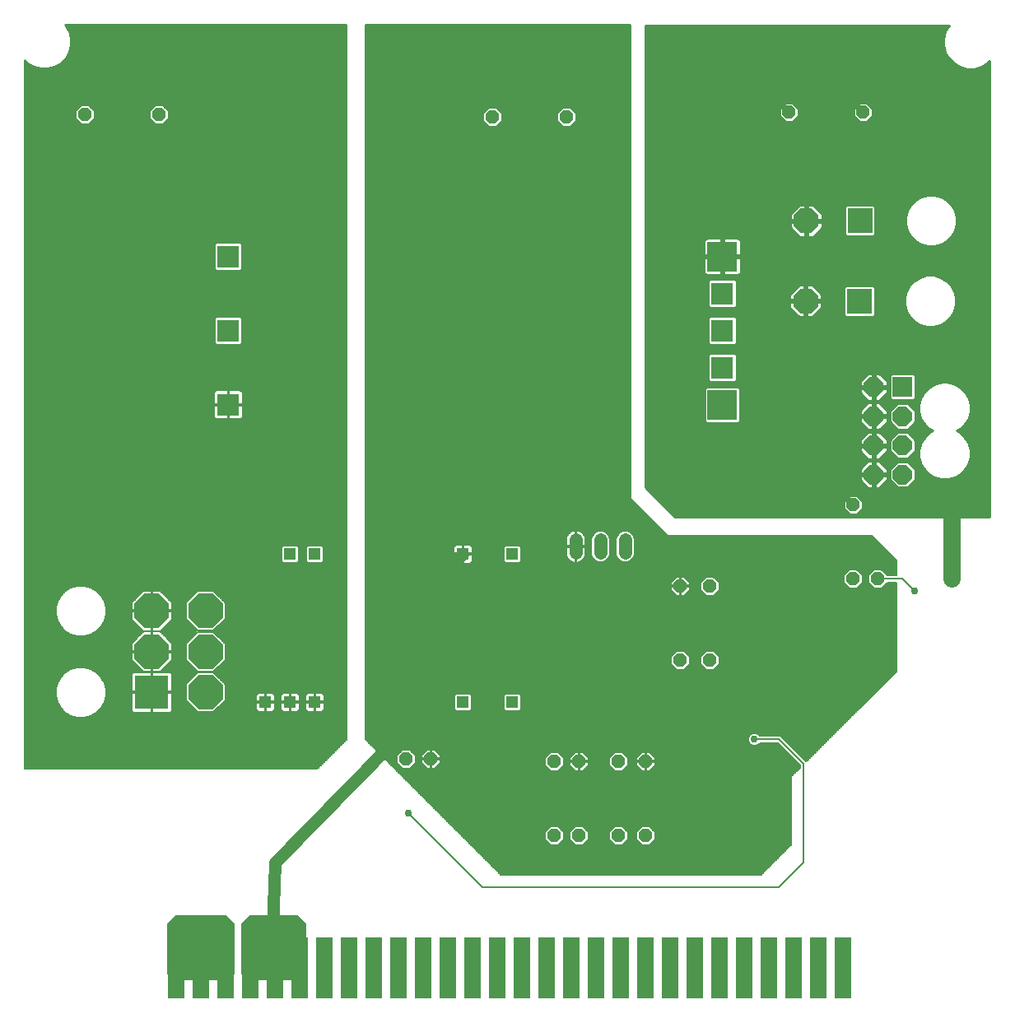
<source format=gbl>
G75*
%MOIN*%
%OFA0B0*%
%FSLAX25Y25*%
%IPPOS*%
%LPD*%
%AMOC8*
5,1,8,0,0,1.08239X$1,22.5*
%
%ADD10R,0.06500X0.25000*%
%ADD11OC8,0.13780*%
%ADD12R,0.13780X0.13780*%
%ADD13R,0.09000X0.09000*%
%ADD14R,0.12000X0.12000*%
%ADD15OC8,0.05200*%
%ADD16R,0.05000X0.05000*%
%ADD17OC8,0.10000*%
%ADD18R,0.10000X0.10000*%
%ADD19OC8,0.08000*%
%ADD20R,0.08000X0.08000*%
%ADD21C,0.05200*%
%ADD22C,0.00600*%
%ADD23C,0.02978*%
%ADD24C,0.01000*%
%ADD25C,0.07000*%
%ADD26C,0.01200*%
%ADD27C,0.05000*%
%ADD28C,0.04159*%
%ADD29C,0.03569*%
D10*
X0067050Y0017500D03*
X0077050Y0017500D03*
X0087050Y0017500D03*
X0097050Y0017500D03*
X0107050Y0017500D03*
X0117050Y0017500D03*
X0127050Y0017500D03*
X0137050Y0017500D03*
X0147050Y0017500D03*
X0157050Y0017500D03*
X0167050Y0017500D03*
X0177050Y0017500D03*
X0187050Y0017500D03*
X0197050Y0017500D03*
X0207050Y0017500D03*
X0217050Y0017500D03*
X0227050Y0017500D03*
X0237050Y0017500D03*
X0247050Y0017500D03*
X0257050Y0017500D03*
X0267050Y0017500D03*
X0277050Y0017500D03*
X0287050Y0017500D03*
X0297050Y0017500D03*
X0307050Y0017500D03*
X0317050Y0017500D03*
X0327050Y0017500D03*
X0337050Y0017500D03*
D11*
X0079000Y0129002D03*
X0079000Y0145502D03*
X0079000Y0162002D03*
X0057300Y0162002D03*
X0057300Y0145502D03*
D12*
X0057300Y0129002D03*
D13*
X0088300Y0245500D03*
X0088300Y0275500D03*
X0088300Y0305500D03*
X0288300Y0290500D03*
X0288300Y0275500D03*
X0288300Y0260500D03*
D14*
X0288300Y0245500D03*
X0288300Y0305500D03*
D15*
X0315300Y0364000D03*
X0345300Y0364000D03*
X0225300Y0362000D03*
X0195300Y0362000D03*
X0060300Y0363000D03*
X0030300Y0363000D03*
X0271300Y0172000D03*
X0283300Y0172000D03*
X0283300Y0142000D03*
X0271300Y0142000D03*
X0257300Y0101000D03*
X0246300Y0101000D03*
X0230300Y0101000D03*
X0220300Y0101000D03*
X0220300Y0071000D03*
X0230300Y0071000D03*
X0246300Y0071000D03*
X0257300Y0071000D03*
X0170300Y0102000D03*
X0160300Y0102000D03*
X0341300Y0175000D03*
X0351300Y0175000D03*
X0381300Y0175000D03*
X0341300Y0205000D03*
D16*
X0203300Y0185000D03*
X0183300Y0185000D03*
X0183300Y0125000D03*
X0203300Y0125000D03*
X0123300Y0125000D03*
X0113300Y0125000D03*
X0103300Y0125000D03*
X0113300Y0185000D03*
X0123300Y0185000D03*
D17*
X0322100Y0287600D03*
X0322300Y0320100D03*
D18*
X0344000Y0320100D03*
X0343800Y0287600D03*
D19*
X0349489Y0252717D03*
X0349489Y0240906D03*
X0361300Y0240906D03*
X0361300Y0229094D03*
X0361300Y0217283D03*
X0349489Y0217283D03*
X0349489Y0229094D03*
D20*
X0361300Y0252717D03*
D21*
X0249000Y0190700D02*
X0249000Y0185500D01*
X0239000Y0185500D02*
X0239000Y0190700D01*
X0229000Y0190700D02*
X0229000Y0185500D01*
D22*
X0228700Y0185750D02*
X0229300Y0185750D01*
X0229300Y0185152D02*
X0228700Y0185152D01*
X0228700Y0184553D02*
X0229300Y0184553D01*
X0229300Y0183955D02*
X0228700Y0183955D01*
X0228700Y0183356D02*
X0229300Y0183356D01*
X0229300Y0182758D02*
X0228700Y0182758D01*
X0228700Y0182159D02*
X0229300Y0182159D01*
X0229300Y0181600D02*
X0229384Y0181600D01*
X0230138Y0181750D01*
X0230847Y0182044D01*
X0231486Y0182471D01*
X0232029Y0183014D01*
X0232456Y0183653D01*
X0232750Y0184362D01*
X0232900Y0185116D01*
X0232900Y0187800D01*
X0229300Y0187800D01*
X0229300Y0188400D01*
X0228700Y0188400D01*
X0228700Y0194600D01*
X0228616Y0194600D01*
X0227862Y0194450D01*
X0227153Y0194156D01*
X0226514Y0193729D01*
X0225971Y0193186D01*
X0225544Y0192547D01*
X0225250Y0191838D01*
X0225100Y0191084D01*
X0225100Y0188400D01*
X0228700Y0188400D01*
X0228700Y0187800D01*
X0225100Y0187800D01*
X0225100Y0185116D01*
X0225250Y0184362D01*
X0225544Y0183653D01*
X0225971Y0183014D01*
X0226514Y0182471D01*
X0227153Y0182044D01*
X0227862Y0181750D01*
X0228616Y0181600D01*
X0228700Y0181600D01*
X0228700Y0187800D01*
X0229300Y0187800D01*
X0229300Y0181600D01*
X0231020Y0182159D02*
X0237378Y0182159D01*
X0236900Y0182357D02*
X0238263Y0181793D01*
X0239737Y0181793D01*
X0241100Y0182357D01*
X0242143Y0183400D01*
X0242707Y0184763D01*
X0242707Y0191437D01*
X0242143Y0192800D01*
X0241100Y0193843D01*
X0239737Y0194407D01*
X0238263Y0194407D01*
X0236900Y0193843D01*
X0235857Y0192800D01*
X0235293Y0191437D01*
X0235293Y0184763D01*
X0235857Y0183400D01*
X0236900Y0182357D01*
X0236500Y0182758D02*
X0231773Y0182758D01*
X0232258Y0183356D02*
X0235901Y0183356D01*
X0235627Y0183955D02*
X0232581Y0183955D01*
X0232788Y0184553D02*
X0235380Y0184553D01*
X0235293Y0185152D02*
X0232900Y0185152D01*
X0232900Y0185750D02*
X0235293Y0185750D01*
X0235293Y0186349D02*
X0232900Y0186349D01*
X0232900Y0186947D02*
X0235293Y0186947D01*
X0235293Y0187546D02*
X0232900Y0187546D01*
X0232900Y0188400D02*
X0232900Y0191084D01*
X0232750Y0191838D01*
X0232456Y0192547D01*
X0232029Y0193186D01*
X0231486Y0193729D01*
X0230847Y0194156D01*
X0230138Y0194450D01*
X0229384Y0194600D01*
X0229300Y0194600D01*
X0229300Y0188400D01*
X0232900Y0188400D01*
X0232900Y0188743D02*
X0235293Y0188743D01*
X0235293Y0189341D02*
X0232900Y0189341D01*
X0232900Y0189940D02*
X0235293Y0189940D01*
X0235293Y0190539D02*
X0232900Y0190539D01*
X0232889Y0191137D02*
X0235293Y0191137D01*
X0235416Y0191736D02*
X0232770Y0191736D01*
X0232544Y0192334D02*
X0235664Y0192334D01*
X0235990Y0192933D02*
X0232199Y0192933D01*
X0231684Y0193531D02*
X0236588Y0193531D01*
X0237593Y0194130D02*
X0230887Y0194130D01*
X0229300Y0194130D02*
X0228700Y0194130D01*
X0228700Y0193531D02*
X0229300Y0193531D01*
X0229300Y0192933D02*
X0228700Y0192933D01*
X0228700Y0192334D02*
X0229300Y0192334D01*
X0229300Y0191736D02*
X0228700Y0191736D01*
X0228700Y0191137D02*
X0229300Y0191137D01*
X0229300Y0190539D02*
X0228700Y0190539D01*
X0228700Y0189940D02*
X0229300Y0189940D01*
X0229300Y0189341D02*
X0228700Y0189341D01*
X0228700Y0188743D02*
X0229300Y0188743D01*
X0229300Y0188144D02*
X0235293Y0188144D01*
X0240407Y0194130D02*
X0247593Y0194130D01*
X0248263Y0194407D02*
X0246900Y0193843D01*
X0245857Y0192800D01*
X0245293Y0191437D01*
X0245293Y0184763D01*
X0245857Y0183400D01*
X0246900Y0182357D01*
X0248263Y0181793D01*
X0249737Y0181793D01*
X0251100Y0182357D01*
X0252143Y0183400D01*
X0252707Y0184763D01*
X0252707Y0191437D01*
X0252143Y0192800D01*
X0251100Y0193843D01*
X0249737Y0194407D01*
X0248263Y0194407D01*
X0246588Y0193531D02*
X0241412Y0193531D01*
X0242010Y0192933D02*
X0245990Y0192933D01*
X0245664Y0192334D02*
X0242336Y0192334D01*
X0242584Y0191736D02*
X0245416Y0191736D01*
X0245293Y0191137D02*
X0242707Y0191137D01*
X0242707Y0190539D02*
X0245293Y0190539D01*
X0245293Y0189940D02*
X0242707Y0189940D01*
X0242707Y0189341D02*
X0245293Y0189341D01*
X0245293Y0188743D02*
X0242707Y0188743D01*
X0242707Y0188144D02*
X0245293Y0188144D01*
X0245293Y0187546D02*
X0242707Y0187546D01*
X0242707Y0186947D02*
X0245293Y0186947D01*
X0245293Y0186349D02*
X0242707Y0186349D01*
X0242707Y0185750D02*
X0245293Y0185750D01*
X0245293Y0185152D02*
X0242707Y0185152D01*
X0242620Y0184553D02*
X0245380Y0184553D01*
X0245627Y0183955D02*
X0242373Y0183955D01*
X0242099Y0183356D02*
X0245901Y0183356D01*
X0246500Y0182758D02*
X0241500Y0182758D01*
X0240622Y0182159D02*
X0247378Y0182159D01*
X0250622Y0182159D02*
X0358800Y0182159D01*
X0358800Y0182500D02*
X0358800Y0176407D01*
X0355007Y0176407D01*
X0355007Y0176536D01*
X0352836Y0178707D01*
X0349764Y0178707D01*
X0347593Y0176536D01*
X0347593Y0173464D01*
X0349764Y0171293D01*
X0352836Y0171293D01*
X0355007Y0173464D01*
X0355007Y0173593D01*
X0358800Y0173593D01*
X0358800Y0137500D01*
X0322295Y0100995D01*
X0321883Y0101407D01*
X0311883Y0111407D01*
X0303527Y0111407D01*
X0303501Y0111471D01*
X0302771Y0112201D01*
X0301816Y0112596D01*
X0300784Y0112596D01*
X0299829Y0112201D01*
X0299099Y0111471D01*
X0298704Y0110516D01*
X0298704Y0109484D01*
X0299099Y0108529D01*
X0299829Y0107799D01*
X0300784Y0107404D01*
X0301816Y0107404D01*
X0302771Y0107799D01*
X0303501Y0108529D01*
X0303527Y0108593D01*
X0310717Y0108593D01*
X0319893Y0099417D01*
X0319893Y0098593D01*
X0316300Y0095000D01*
X0316300Y0067500D01*
X0303800Y0055000D01*
X0198800Y0055000D01*
X0143800Y0110000D01*
X0143800Y0399400D01*
X0251300Y0399400D01*
X0251300Y0207500D01*
X0266300Y0192500D01*
X0348800Y0192500D01*
X0358800Y0182500D01*
X0358542Y0182758D02*
X0251500Y0182758D01*
X0252099Y0183356D02*
X0357944Y0183356D01*
X0357345Y0183955D02*
X0252373Y0183955D01*
X0252620Y0184553D02*
X0356747Y0184553D01*
X0356148Y0185152D02*
X0252707Y0185152D01*
X0252707Y0185750D02*
X0355550Y0185750D01*
X0354951Y0186349D02*
X0252707Y0186349D01*
X0252707Y0186947D02*
X0354353Y0186947D01*
X0353754Y0187546D02*
X0252707Y0187546D01*
X0252707Y0188144D02*
X0353156Y0188144D01*
X0352557Y0188743D02*
X0252707Y0188743D01*
X0252707Y0189341D02*
X0351959Y0189341D01*
X0351360Y0189940D02*
X0252707Y0189940D01*
X0252707Y0190539D02*
X0350761Y0190539D01*
X0350163Y0191137D02*
X0252707Y0191137D01*
X0252584Y0191736D02*
X0349564Y0191736D01*
X0348966Y0192334D02*
X0252336Y0192334D01*
X0252010Y0192933D02*
X0265867Y0192933D01*
X0265269Y0193531D02*
X0251412Y0193531D01*
X0250407Y0194130D02*
X0264670Y0194130D01*
X0264072Y0194728D02*
X0143800Y0194728D01*
X0143800Y0194130D02*
X0227113Y0194130D01*
X0226316Y0193531D02*
X0143800Y0193531D01*
X0143800Y0192933D02*
X0225801Y0192933D01*
X0225456Y0192334D02*
X0143800Y0192334D01*
X0143800Y0191736D02*
X0225230Y0191736D01*
X0225111Y0191137D02*
X0143800Y0191137D01*
X0143800Y0190539D02*
X0225100Y0190539D01*
X0225100Y0189940D02*
X0143800Y0189940D01*
X0143800Y0189341D02*
X0225100Y0189341D01*
X0225100Y0188743D02*
X0186184Y0188743D01*
X0186302Y0188711D02*
X0185971Y0188800D01*
X0183600Y0188800D01*
X0183600Y0185300D01*
X0183000Y0185300D01*
X0183000Y0188800D01*
X0180629Y0188800D01*
X0180298Y0188711D01*
X0180002Y0188540D01*
X0179760Y0188298D01*
X0179589Y0188002D01*
X0179500Y0187671D01*
X0179500Y0185300D01*
X0183000Y0185300D01*
X0183000Y0184700D01*
X0183600Y0184700D01*
X0183600Y0185300D01*
X0187100Y0185300D01*
X0187100Y0187671D01*
X0187011Y0188002D01*
X0186840Y0188298D01*
X0186598Y0188540D01*
X0186302Y0188711D01*
X0186929Y0188144D02*
X0199879Y0188144D01*
X0199693Y0187959D02*
X0199693Y0182041D01*
X0200341Y0181393D01*
X0206259Y0181393D01*
X0206907Y0182041D01*
X0206907Y0187959D01*
X0206259Y0188607D01*
X0200341Y0188607D01*
X0199693Y0187959D01*
X0199693Y0187546D02*
X0187100Y0187546D01*
X0187100Y0186947D02*
X0199693Y0186947D01*
X0199693Y0186349D02*
X0187100Y0186349D01*
X0187100Y0185750D02*
X0199693Y0185750D01*
X0199693Y0185152D02*
X0183600Y0185152D01*
X0183600Y0184700D02*
X0187100Y0184700D01*
X0187100Y0182329D01*
X0187011Y0181998D01*
X0186840Y0181702D01*
X0186598Y0181460D01*
X0186302Y0181289D01*
X0185971Y0181200D01*
X0183600Y0181200D01*
X0183600Y0184700D01*
X0183600Y0184553D02*
X0183000Y0184553D01*
X0183000Y0184700D02*
X0183000Y0181200D01*
X0180629Y0181200D01*
X0180298Y0181289D01*
X0180002Y0181460D01*
X0179760Y0181702D01*
X0179589Y0181998D01*
X0179500Y0182329D01*
X0179500Y0184700D01*
X0183000Y0184700D01*
X0183000Y0185152D02*
X0143800Y0185152D01*
X0143800Y0185750D02*
X0179500Y0185750D01*
X0179500Y0186349D02*
X0143800Y0186349D01*
X0143800Y0186947D02*
X0179500Y0186947D01*
X0179500Y0187546D02*
X0143800Y0187546D01*
X0143800Y0188144D02*
X0179671Y0188144D01*
X0180416Y0188743D02*
X0143800Y0188743D01*
X0143800Y0184553D02*
X0179500Y0184553D01*
X0179500Y0183955D02*
X0143800Y0183955D01*
X0143800Y0183356D02*
X0179500Y0183356D01*
X0179500Y0182758D02*
X0143800Y0182758D01*
X0143800Y0182159D02*
X0179545Y0182159D01*
X0179901Y0181561D02*
X0143800Y0181561D01*
X0143800Y0180962D02*
X0358800Y0180962D01*
X0358800Y0180364D02*
X0143800Y0180364D01*
X0143800Y0179765D02*
X0358800Y0179765D01*
X0358800Y0179167D02*
X0143800Y0179167D01*
X0143800Y0178568D02*
X0339626Y0178568D01*
X0339764Y0178707D02*
X0337593Y0176536D01*
X0337593Y0173464D01*
X0339764Y0171293D01*
X0342836Y0171293D01*
X0345007Y0173464D01*
X0345007Y0176536D01*
X0342836Y0178707D01*
X0339764Y0178707D01*
X0339027Y0177970D02*
X0143800Y0177970D01*
X0143800Y0177371D02*
X0338429Y0177371D01*
X0337830Y0176773D02*
X0143800Y0176773D01*
X0143800Y0176174D02*
X0337593Y0176174D01*
X0337593Y0175576D02*
X0284967Y0175576D01*
X0284836Y0175707D02*
X0281764Y0175707D01*
X0279593Y0173536D01*
X0279593Y0170464D01*
X0281764Y0168293D01*
X0284836Y0168293D01*
X0287007Y0170464D01*
X0287007Y0173536D01*
X0284836Y0175707D01*
X0285565Y0174977D02*
X0337593Y0174977D01*
X0337593Y0174379D02*
X0286164Y0174379D01*
X0286762Y0173780D02*
X0337593Y0173780D01*
X0337876Y0173182D02*
X0287007Y0173182D01*
X0287007Y0172583D02*
X0338474Y0172583D01*
X0339073Y0171985D02*
X0287007Y0171985D01*
X0287007Y0171386D02*
X0339671Y0171386D01*
X0342929Y0171386D02*
X0349671Y0171386D01*
X0349073Y0171985D02*
X0343527Y0171985D01*
X0344126Y0172583D02*
X0348474Y0172583D01*
X0347876Y0173182D02*
X0344724Y0173182D01*
X0345007Y0173780D02*
X0347593Y0173780D01*
X0347593Y0174379D02*
X0345007Y0174379D01*
X0345007Y0174977D02*
X0347593Y0174977D01*
X0347593Y0175576D02*
X0345007Y0175576D01*
X0345007Y0176174D02*
X0347593Y0176174D01*
X0347830Y0176773D02*
X0344770Y0176773D01*
X0344171Y0177371D02*
X0348429Y0177371D01*
X0349027Y0177970D02*
X0343573Y0177970D01*
X0342974Y0178568D02*
X0349626Y0178568D01*
X0352974Y0178568D02*
X0358800Y0178568D01*
X0358800Y0177970D02*
X0353573Y0177970D01*
X0354171Y0177371D02*
X0358800Y0177371D01*
X0358800Y0176773D02*
X0354770Y0176773D01*
X0354724Y0173182D02*
X0358800Y0173182D01*
X0358800Y0172583D02*
X0354126Y0172583D01*
X0353527Y0171985D02*
X0358800Y0171985D01*
X0358800Y0171386D02*
X0352929Y0171386D01*
X0351300Y0175000D02*
X0361300Y0175000D01*
X0366300Y0170000D01*
X0358800Y0170189D02*
X0286732Y0170189D01*
X0287007Y0170788D02*
X0358800Y0170788D01*
X0358800Y0169591D02*
X0286133Y0169591D01*
X0285535Y0168992D02*
X0358800Y0168992D01*
X0358800Y0168394D02*
X0284936Y0168394D01*
X0281664Y0168394D02*
X0273209Y0168394D01*
X0272915Y0168100D02*
X0275200Y0170385D01*
X0275200Y0171700D01*
X0271600Y0171700D01*
X0271600Y0172300D01*
X0271000Y0172300D01*
X0271000Y0175900D01*
X0269685Y0175900D01*
X0267400Y0173615D01*
X0267400Y0172300D01*
X0271000Y0172300D01*
X0271000Y0171700D01*
X0267400Y0171700D01*
X0267400Y0170385D01*
X0269685Y0168100D01*
X0271000Y0168100D01*
X0271000Y0171700D01*
X0271600Y0171700D01*
X0271600Y0168100D01*
X0272915Y0168100D01*
X0273808Y0168992D02*
X0281065Y0168992D01*
X0280467Y0169591D02*
X0274406Y0169591D01*
X0275005Y0170189D02*
X0279868Y0170189D01*
X0279593Y0170788D02*
X0275200Y0170788D01*
X0275200Y0171386D02*
X0279593Y0171386D01*
X0279593Y0171985D02*
X0271600Y0171985D01*
X0271600Y0172300D02*
X0275200Y0172300D01*
X0275200Y0173615D01*
X0272915Y0175900D01*
X0271600Y0175900D01*
X0271600Y0172300D01*
X0271600Y0172583D02*
X0271000Y0172583D01*
X0271000Y0171985D02*
X0143800Y0171985D01*
X0143800Y0172583D02*
X0267400Y0172583D01*
X0267400Y0173182D02*
X0143800Y0173182D01*
X0143800Y0173780D02*
X0267565Y0173780D01*
X0268163Y0174379D02*
X0143800Y0174379D01*
X0143800Y0174977D02*
X0268762Y0174977D01*
X0269360Y0175576D02*
X0143800Y0175576D01*
X0143800Y0171386D02*
X0267400Y0171386D01*
X0267400Y0170788D02*
X0143800Y0170788D01*
X0143800Y0170189D02*
X0267595Y0170189D01*
X0268194Y0169591D02*
X0143800Y0169591D01*
X0143800Y0168992D02*
X0268792Y0168992D01*
X0269391Y0168394D02*
X0143800Y0168394D01*
X0143800Y0167795D02*
X0358800Y0167795D01*
X0358800Y0167197D02*
X0143800Y0167197D01*
X0143800Y0166598D02*
X0358800Y0166598D01*
X0358800Y0166000D02*
X0143800Y0166000D01*
X0143800Y0165401D02*
X0358800Y0165401D01*
X0358800Y0164803D02*
X0143800Y0164803D01*
X0143800Y0164204D02*
X0358800Y0164204D01*
X0358800Y0163605D02*
X0143800Y0163605D01*
X0143800Y0163007D02*
X0358800Y0163007D01*
X0358800Y0162408D02*
X0143800Y0162408D01*
X0143800Y0161810D02*
X0358800Y0161810D01*
X0358800Y0161211D02*
X0143800Y0161211D01*
X0143800Y0160613D02*
X0358800Y0160613D01*
X0358800Y0160014D02*
X0143800Y0160014D01*
X0143800Y0159416D02*
X0358800Y0159416D01*
X0358800Y0158817D02*
X0143800Y0158817D01*
X0143800Y0158219D02*
X0358800Y0158219D01*
X0358800Y0157620D02*
X0143800Y0157620D01*
X0143800Y0157022D02*
X0358800Y0157022D01*
X0358800Y0156423D02*
X0143800Y0156423D01*
X0143800Y0155825D02*
X0358800Y0155825D01*
X0358800Y0155226D02*
X0143800Y0155226D01*
X0143800Y0154628D02*
X0358800Y0154628D01*
X0358800Y0154029D02*
X0143800Y0154029D01*
X0143800Y0153431D02*
X0358800Y0153431D01*
X0358800Y0152832D02*
X0143800Y0152832D01*
X0143800Y0152234D02*
X0358800Y0152234D01*
X0358800Y0151635D02*
X0143800Y0151635D01*
X0143800Y0151037D02*
X0358800Y0151037D01*
X0358800Y0150438D02*
X0143800Y0150438D01*
X0143800Y0149840D02*
X0358800Y0149840D01*
X0358800Y0149241D02*
X0143800Y0149241D01*
X0143800Y0148643D02*
X0358800Y0148643D01*
X0358800Y0148044D02*
X0143800Y0148044D01*
X0143800Y0147446D02*
X0358800Y0147446D01*
X0358800Y0146847D02*
X0143800Y0146847D01*
X0143800Y0146249D02*
X0358800Y0146249D01*
X0358800Y0145650D02*
X0284892Y0145650D01*
X0284836Y0145707D02*
X0281764Y0145707D01*
X0279593Y0143536D01*
X0279593Y0140464D01*
X0281764Y0138293D01*
X0284836Y0138293D01*
X0287007Y0140464D01*
X0287007Y0143536D01*
X0284836Y0145707D01*
X0285491Y0145052D02*
X0358800Y0145052D01*
X0358800Y0144453D02*
X0286089Y0144453D01*
X0286688Y0143855D02*
X0358800Y0143855D01*
X0358800Y0143256D02*
X0287007Y0143256D01*
X0287007Y0142658D02*
X0358800Y0142658D01*
X0358800Y0142059D02*
X0287007Y0142059D01*
X0287007Y0141461D02*
X0358800Y0141461D01*
X0358800Y0140862D02*
X0287007Y0140862D01*
X0286806Y0140264D02*
X0358800Y0140264D01*
X0358800Y0139665D02*
X0286208Y0139665D01*
X0285609Y0139067D02*
X0358800Y0139067D01*
X0358800Y0138468D02*
X0285011Y0138468D01*
X0281589Y0138468D02*
X0273011Y0138468D01*
X0272836Y0138293D02*
X0275007Y0140464D01*
X0275007Y0143536D01*
X0272836Y0145707D01*
X0269764Y0145707D01*
X0267593Y0143536D01*
X0267593Y0140464D01*
X0269764Y0138293D01*
X0272836Y0138293D01*
X0273609Y0139067D02*
X0280991Y0139067D01*
X0280392Y0139665D02*
X0274208Y0139665D01*
X0274806Y0140264D02*
X0279794Y0140264D01*
X0279593Y0140862D02*
X0275007Y0140862D01*
X0275007Y0141461D02*
X0279593Y0141461D01*
X0279593Y0142059D02*
X0275007Y0142059D01*
X0275007Y0142658D02*
X0279593Y0142658D01*
X0279593Y0143256D02*
X0275007Y0143256D01*
X0274688Y0143855D02*
X0279912Y0143855D01*
X0280511Y0144453D02*
X0274089Y0144453D01*
X0273491Y0145052D02*
X0281109Y0145052D01*
X0281708Y0145650D02*
X0272892Y0145650D01*
X0269708Y0145650D02*
X0143800Y0145650D01*
X0143800Y0145052D02*
X0269109Y0145052D01*
X0268511Y0144453D02*
X0143800Y0144453D01*
X0143800Y0143855D02*
X0267912Y0143855D01*
X0267593Y0143256D02*
X0143800Y0143256D01*
X0143800Y0142658D02*
X0267593Y0142658D01*
X0267593Y0142059D02*
X0143800Y0142059D01*
X0143800Y0141461D02*
X0267593Y0141461D01*
X0267593Y0140862D02*
X0143800Y0140862D01*
X0143800Y0140264D02*
X0267794Y0140264D01*
X0268392Y0139665D02*
X0143800Y0139665D01*
X0143800Y0139067D02*
X0268991Y0139067D01*
X0269589Y0138468D02*
X0143800Y0138468D01*
X0143800Y0137870D02*
X0358800Y0137870D01*
X0358571Y0137271D02*
X0143800Y0137271D01*
X0143800Y0136672D02*
X0357972Y0136672D01*
X0357374Y0136074D02*
X0143800Y0136074D01*
X0143800Y0135475D02*
X0356775Y0135475D01*
X0356177Y0134877D02*
X0143800Y0134877D01*
X0143800Y0134278D02*
X0355578Y0134278D01*
X0354980Y0133680D02*
X0143800Y0133680D01*
X0143800Y0133081D02*
X0354381Y0133081D01*
X0353783Y0132483D02*
X0143800Y0132483D01*
X0143800Y0131884D02*
X0353184Y0131884D01*
X0352586Y0131286D02*
X0143800Y0131286D01*
X0143800Y0130687D02*
X0351987Y0130687D01*
X0351389Y0130089D02*
X0143800Y0130089D01*
X0143800Y0129490D02*
X0350790Y0129490D01*
X0350192Y0128892D02*
X0143800Y0128892D01*
X0143800Y0128293D02*
X0180028Y0128293D01*
X0180341Y0128607D02*
X0179693Y0127959D01*
X0179693Y0122041D01*
X0180341Y0121393D01*
X0186259Y0121393D01*
X0186907Y0122041D01*
X0186907Y0127959D01*
X0186259Y0128607D01*
X0180341Y0128607D01*
X0179693Y0127695D02*
X0143800Y0127695D01*
X0143800Y0127096D02*
X0179693Y0127096D01*
X0179693Y0126498D02*
X0143800Y0126498D01*
X0143800Y0125899D02*
X0179693Y0125899D01*
X0179693Y0125301D02*
X0143800Y0125301D01*
X0143800Y0124702D02*
X0179693Y0124702D01*
X0179693Y0124104D02*
X0143800Y0124104D01*
X0143800Y0123505D02*
X0179693Y0123505D01*
X0179693Y0122907D02*
X0143800Y0122907D01*
X0143800Y0122308D02*
X0179693Y0122308D01*
X0180025Y0121710D02*
X0143800Y0121710D01*
X0143800Y0121111D02*
X0342411Y0121111D01*
X0341813Y0120513D02*
X0143800Y0120513D01*
X0143800Y0119914D02*
X0341214Y0119914D01*
X0340616Y0119316D02*
X0143800Y0119316D01*
X0143800Y0118717D02*
X0340017Y0118717D01*
X0339419Y0118119D02*
X0143800Y0118119D01*
X0143800Y0117520D02*
X0338820Y0117520D01*
X0338222Y0116922D02*
X0143800Y0116922D01*
X0143800Y0116323D02*
X0337623Y0116323D01*
X0337025Y0115725D02*
X0143800Y0115725D01*
X0143800Y0115126D02*
X0336426Y0115126D01*
X0335828Y0114528D02*
X0143800Y0114528D01*
X0143800Y0113929D02*
X0335229Y0113929D01*
X0334631Y0113331D02*
X0143800Y0113331D01*
X0143800Y0112732D02*
X0334032Y0112732D01*
X0333434Y0112134D02*
X0302838Y0112134D01*
X0303436Y0111535D02*
X0332835Y0111535D01*
X0332237Y0110937D02*
X0312353Y0110937D01*
X0312952Y0110338D02*
X0331638Y0110338D01*
X0331039Y0109739D02*
X0313550Y0109739D01*
X0314149Y0109141D02*
X0330441Y0109141D01*
X0329842Y0108542D02*
X0314747Y0108542D01*
X0315346Y0107944D02*
X0329244Y0107944D01*
X0328645Y0107345D02*
X0315944Y0107345D01*
X0316543Y0106747D02*
X0328047Y0106747D01*
X0327448Y0106148D02*
X0317141Y0106148D01*
X0317740Y0105550D02*
X0326850Y0105550D01*
X0326251Y0104951D02*
X0318339Y0104951D01*
X0318937Y0104353D02*
X0325653Y0104353D01*
X0325054Y0103754D02*
X0319536Y0103754D01*
X0320134Y0103156D02*
X0324456Y0103156D01*
X0323857Y0102557D02*
X0320733Y0102557D01*
X0321331Y0101959D02*
X0323259Y0101959D01*
X0322660Y0101360D02*
X0321930Y0101360D01*
X0321300Y0100000D02*
X0321300Y0060000D01*
X0311300Y0050000D01*
X0191300Y0050000D01*
X0161300Y0080000D01*
X0168599Y0085201D02*
X0316300Y0085201D01*
X0316300Y0085799D02*
X0168001Y0085799D01*
X0167402Y0086398D02*
X0316300Y0086398D01*
X0316300Y0086996D02*
X0166804Y0086996D01*
X0166205Y0087595D02*
X0316300Y0087595D01*
X0316300Y0088193D02*
X0165607Y0088193D01*
X0165008Y0088792D02*
X0316300Y0088792D01*
X0316300Y0089390D02*
X0164410Y0089390D01*
X0163811Y0089989D02*
X0316300Y0089989D01*
X0316300Y0090587D02*
X0163213Y0090587D01*
X0162614Y0091186D02*
X0316300Y0091186D01*
X0316300Y0091784D02*
X0162016Y0091784D01*
X0161417Y0092383D02*
X0316300Y0092383D01*
X0316300Y0092981D02*
X0160819Y0092981D01*
X0160220Y0093580D02*
X0316300Y0093580D01*
X0316300Y0094178D02*
X0159622Y0094178D01*
X0159023Y0094777D02*
X0316300Y0094777D01*
X0316675Y0095375D02*
X0158425Y0095375D01*
X0157826Y0095974D02*
X0317274Y0095974D01*
X0317872Y0096572D02*
X0157228Y0096572D01*
X0156629Y0097171D02*
X0228614Y0097171D01*
X0228685Y0097100D02*
X0226400Y0099385D01*
X0226400Y0100700D01*
X0230000Y0100700D01*
X0230000Y0101300D01*
X0230000Y0104900D01*
X0228685Y0104900D01*
X0226400Y0102615D01*
X0226400Y0101300D01*
X0230000Y0101300D01*
X0230600Y0101300D01*
X0230600Y0104900D01*
X0231915Y0104900D01*
X0234200Y0102615D01*
X0234200Y0101300D01*
X0230600Y0101300D01*
X0230600Y0100700D01*
X0234200Y0100700D01*
X0234200Y0099385D01*
X0231915Y0097100D01*
X0230600Y0097100D01*
X0230600Y0100700D01*
X0230000Y0100700D01*
X0230000Y0097100D01*
X0228685Y0097100D01*
X0228015Y0097769D02*
X0222312Y0097769D01*
X0221836Y0097293D02*
X0224007Y0099464D01*
X0224007Y0102536D01*
X0221836Y0104707D01*
X0218764Y0104707D01*
X0216593Y0102536D01*
X0216593Y0099464D01*
X0218764Y0097293D01*
X0221836Y0097293D01*
X0222910Y0098368D02*
X0227417Y0098368D01*
X0226818Y0098966D02*
X0223509Y0098966D01*
X0224007Y0099565D02*
X0226400Y0099565D01*
X0226400Y0100163D02*
X0224007Y0100163D01*
X0224007Y0100762D02*
X0230000Y0100762D01*
X0230000Y0101360D02*
X0230600Y0101360D01*
X0230600Y0100762D02*
X0242593Y0100762D01*
X0242593Y0101360D02*
X0234200Y0101360D01*
X0234200Y0101959D02*
X0242593Y0101959D01*
X0242593Y0102536D02*
X0242593Y0099464D01*
X0244764Y0097293D01*
X0247836Y0097293D01*
X0250007Y0099464D01*
X0250007Y0102536D01*
X0247836Y0104707D01*
X0244764Y0104707D01*
X0242593Y0102536D01*
X0242615Y0102557D02*
X0234200Y0102557D01*
X0233660Y0103156D02*
X0243213Y0103156D01*
X0243812Y0103754D02*
X0233061Y0103754D01*
X0232463Y0104353D02*
X0244410Y0104353D01*
X0248190Y0104353D02*
X0255137Y0104353D01*
X0255685Y0104900D02*
X0253400Y0102615D01*
X0253400Y0101300D01*
X0257000Y0101300D01*
X0257000Y0104900D01*
X0255685Y0104900D01*
X0257000Y0104353D02*
X0257600Y0104353D01*
X0257600Y0104900D02*
X0257600Y0101300D01*
X0257000Y0101300D01*
X0257000Y0100700D01*
X0253400Y0100700D01*
X0253400Y0099385D01*
X0255685Y0097100D01*
X0257000Y0097100D01*
X0257000Y0100700D01*
X0257600Y0100700D01*
X0257600Y0101300D01*
X0261200Y0101300D01*
X0261200Y0102615D01*
X0258915Y0104900D01*
X0257600Y0104900D01*
X0257600Y0103754D02*
X0257000Y0103754D01*
X0257000Y0103156D02*
X0257600Y0103156D01*
X0257600Y0102557D02*
X0257000Y0102557D01*
X0257000Y0101959D02*
X0257600Y0101959D01*
X0257600Y0101360D02*
X0257000Y0101360D01*
X0257000Y0100762D02*
X0250007Y0100762D01*
X0250007Y0101360D02*
X0253400Y0101360D01*
X0253400Y0101959D02*
X0250007Y0101959D01*
X0249985Y0102557D02*
X0253400Y0102557D01*
X0253940Y0103156D02*
X0249387Y0103156D01*
X0248788Y0103754D02*
X0254539Y0103754D01*
X0253400Y0100163D02*
X0250007Y0100163D01*
X0250007Y0099565D02*
X0253400Y0099565D01*
X0253818Y0098966D02*
X0249509Y0098966D01*
X0248910Y0098368D02*
X0254417Y0098368D01*
X0255015Y0097769D02*
X0248312Y0097769D01*
X0244288Y0097769D02*
X0232585Y0097769D01*
X0233183Y0098368D02*
X0243690Y0098368D01*
X0243091Y0098966D02*
X0233782Y0098966D01*
X0234200Y0099565D02*
X0242593Y0099565D01*
X0242593Y0100163D02*
X0234200Y0100163D01*
X0230600Y0100163D02*
X0230000Y0100163D01*
X0230000Y0099565D02*
X0230600Y0099565D01*
X0230600Y0098966D02*
X0230000Y0098966D01*
X0230000Y0098368D02*
X0230600Y0098368D01*
X0230600Y0097769D02*
X0230000Y0097769D01*
X0230000Y0097171D02*
X0230600Y0097171D01*
X0231986Y0097171D02*
X0255614Y0097171D01*
X0257000Y0097171D02*
X0257600Y0097171D01*
X0257600Y0097100D02*
X0258915Y0097100D01*
X0261200Y0099385D01*
X0261200Y0100700D01*
X0257600Y0100700D01*
X0257600Y0097100D01*
X0257600Y0097769D02*
X0257000Y0097769D01*
X0257000Y0098368D02*
X0257600Y0098368D01*
X0257600Y0098966D02*
X0257000Y0098966D01*
X0257000Y0099565D02*
X0257600Y0099565D01*
X0257600Y0100163D02*
X0257000Y0100163D01*
X0257600Y0100762D02*
X0318548Y0100762D01*
X0317950Y0101360D02*
X0261200Y0101360D01*
X0261200Y0101959D02*
X0317351Y0101959D01*
X0316753Y0102557D02*
X0261200Y0102557D01*
X0260660Y0103156D02*
X0316154Y0103156D01*
X0315556Y0103754D02*
X0260061Y0103754D01*
X0259463Y0104353D02*
X0314957Y0104353D01*
X0314359Y0104951D02*
X0172864Y0104951D01*
X0173463Y0104353D02*
X0218410Y0104353D01*
X0217812Y0103754D02*
X0174061Y0103754D01*
X0174200Y0103615D02*
X0171915Y0105900D01*
X0170600Y0105900D01*
X0170600Y0102300D01*
X0174200Y0102300D01*
X0174200Y0103615D01*
X0174200Y0103156D02*
X0217213Y0103156D01*
X0216615Y0102557D02*
X0174200Y0102557D01*
X0174200Y0101700D02*
X0170600Y0101700D01*
X0170600Y0102300D01*
X0170000Y0102300D01*
X0170000Y0105900D01*
X0168685Y0105900D01*
X0166400Y0103615D01*
X0166400Y0102300D01*
X0170000Y0102300D01*
X0170000Y0101700D01*
X0170600Y0101700D01*
X0170600Y0098100D01*
X0171915Y0098100D01*
X0174200Y0100385D01*
X0174200Y0101700D01*
X0174200Y0101360D02*
X0216593Y0101360D01*
X0216593Y0100762D02*
X0174200Y0100762D01*
X0173979Y0100163D02*
X0216593Y0100163D01*
X0216593Y0099565D02*
X0173380Y0099565D01*
X0172782Y0098966D02*
X0217091Y0098966D01*
X0217690Y0098368D02*
X0172183Y0098368D01*
X0170600Y0098368D02*
X0170000Y0098368D01*
X0170000Y0098100D02*
X0170000Y0101700D01*
X0166400Y0101700D01*
X0166400Y0100385D01*
X0168685Y0098100D01*
X0170000Y0098100D01*
X0170000Y0098966D02*
X0170600Y0098966D01*
X0170600Y0099565D02*
X0170000Y0099565D01*
X0170000Y0100163D02*
X0170600Y0100163D01*
X0170600Y0100762D02*
X0170000Y0100762D01*
X0170000Y0101360D02*
X0170600Y0101360D01*
X0170600Y0101959D02*
X0216593Y0101959D01*
X0218288Y0097769D02*
X0156031Y0097769D01*
X0155432Y0098368D02*
X0158690Y0098368D01*
X0158764Y0098293D02*
X0161836Y0098293D01*
X0164007Y0100464D01*
X0164007Y0103536D01*
X0161836Y0105707D01*
X0158764Y0105707D01*
X0156593Y0103536D01*
X0156593Y0100464D01*
X0158764Y0098293D01*
X0158091Y0098966D02*
X0154834Y0098966D01*
X0154235Y0099565D02*
X0157493Y0099565D01*
X0156894Y0100163D02*
X0153637Y0100163D01*
X0153038Y0100762D02*
X0156593Y0100762D01*
X0156593Y0101360D02*
X0152440Y0101360D01*
X0151841Y0101959D02*
X0156593Y0101959D01*
X0156593Y0102557D02*
X0151243Y0102557D01*
X0150644Y0103156D02*
X0156593Y0103156D01*
X0156812Y0103754D02*
X0150046Y0103754D01*
X0149447Y0104353D02*
X0157410Y0104353D01*
X0158009Y0104951D02*
X0148849Y0104951D01*
X0148250Y0105550D02*
X0158607Y0105550D01*
X0161993Y0105550D02*
X0168334Y0105550D01*
X0167736Y0104951D02*
X0162591Y0104951D01*
X0163190Y0104353D02*
X0167137Y0104353D01*
X0166539Y0103754D02*
X0163788Y0103754D01*
X0164007Y0103156D02*
X0166400Y0103156D01*
X0166400Y0102557D02*
X0164007Y0102557D01*
X0164007Y0101959D02*
X0170000Y0101959D01*
X0170000Y0102557D02*
X0170600Y0102557D01*
X0170600Y0103156D02*
X0170000Y0103156D01*
X0170000Y0103754D02*
X0170600Y0103754D01*
X0170600Y0104353D02*
X0170000Y0104353D01*
X0170000Y0104951D02*
X0170600Y0104951D01*
X0170600Y0105550D02*
X0170000Y0105550D01*
X0172266Y0105550D02*
X0313760Y0105550D01*
X0313162Y0106148D02*
X0147652Y0106148D01*
X0147053Y0106747D02*
X0312563Y0106747D01*
X0311965Y0107345D02*
X0146455Y0107345D01*
X0145856Y0107944D02*
X0299685Y0107944D01*
X0299094Y0108542D02*
X0145258Y0108542D01*
X0144659Y0109141D02*
X0298846Y0109141D01*
X0298704Y0109739D02*
X0144061Y0109739D01*
X0143800Y0110338D02*
X0298704Y0110338D01*
X0298878Y0110937D02*
X0143800Y0110937D01*
X0143800Y0111535D02*
X0299164Y0111535D01*
X0299762Y0112134D02*
X0143800Y0112134D01*
X0136300Y0112134D02*
X0005900Y0112134D01*
X0005900Y0112732D02*
X0136300Y0112732D01*
X0136300Y0113331D02*
X0005900Y0113331D01*
X0005900Y0113929D02*
X0136300Y0113929D01*
X0136300Y0114528D02*
X0005900Y0114528D01*
X0005900Y0115126D02*
X0136300Y0115126D01*
X0136300Y0115725D02*
X0005900Y0115725D01*
X0005900Y0116323D02*
X0136300Y0116323D01*
X0136300Y0116922D02*
X0005900Y0116922D01*
X0005900Y0117520D02*
X0136300Y0117520D01*
X0136300Y0118119D02*
X0005900Y0118119D01*
X0005900Y0118717D02*
X0136300Y0118717D01*
X0136300Y0119316D02*
X0031841Y0119316D01*
X0032499Y0119492D02*
X0029903Y0118796D01*
X0027216Y0118796D01*
X0024621Y0119492D01*
X0022294Y0120836D01*
X0020393Y0122736D01*
X0019050Y0125063D01*
X0018354Y0127658D01*
X0018354Y0130346D01*
X0019050Y0132941D01*
X0020393Y0135268D01*
X0022294Y0137168D01*
X0024621Y0138512D01*
X0027216Y0139207D01*
X0029903Y0139207D01*
X0032499Y0138512D01*
X0034826Y0137168D01*
X0036726Y0135268D01*
X0038070Y0132941D01*
X0038765Y0130346D01*
X0038765Y0127658D01*
X0038070Y0125063D01*
X0036726Y0122736D01*
X0034826Y0120836D01*
X0032499Y0119492D01*
X0033230Y0119914D02*
X0136300Y0119914D01*
X0136300Y0120513D02*
X0034267Y0120513D01*
X0035102Y0121111D02*
X0049573Y0121111D01*
X0049612Y0121072D02*
X0049908Y0120901D01*
X0050239Y0120812D01*
X0057000Y0120812D01*
X0057000Y0128702D01*
X0049110Y0128702D01*
X0049110Y0121941D01*
X0049199Y0121610D01*
X0049370Y0121314D01*
X0049612Y0121072D01*
X0049172Y0121710D02*
X0035700Y0121710D01*
X0036299Y0122308D02*
X0049110Y0122308D01*
X0049110Y0122907D02*
X0036825Y0122907D01*
X0037171Y0123505D02*
X0049110Y0123505D01*
X0049110Y0124104D02*
X0037516Y0124104D01*
X0037862Y0124702D02*
X0049110Y0124702D01*
X0049110Y0125301D02*
X0038134Y0125301D01*
X0038294Y0125899D02*
X0049110Y0125899D01*
X0049110Y0126498D02*
X0038454Y0126498D01*
X0038615Y0127096D02*
X0049110Y0127096D01*
X0049110Y0127695D02*
X0038765Y0127695D01*
X0038765Y0128293D02*
X0049110Y0128293D01*
X0049110Y0129302D02*
X0057000Y0129302D01*
X0057000Y0137192D01*
X0050239Y0137192D01*
X0049908Y0137103D01*
X0049612Y0136932D01*
X0049370Y0136690D01*
X0049199Y0136394D01*
X0049110Y0136063D01*
X0049110Y0129302D01*
X0049110Y0129490D02*
X0038765Y0129490D01*
X0038765Y0128892D02*
X0057000Y0128892D01*
X0057000Y0128702D02*
X0057000Y0129302D01*
X0057600Y0129302D01*
X0057600Y0137192D01*
X0064361Y0137192D01*
X0064692Y0137103D01*
X0064988Y0136932D01*
X0065230Y0136690D01*
X0065401Y0136394D01*
X0065490Y0136063D01*
X0065490Y0129302D01*
X0057600Y0129302D01*
X0057600Y0128702D01*
X0065490Y0128702D01*
X0065490Y0121941D01*
X0065401Y0121610D01*
X0065230Y0121314D01*
X0064988Y0121072D01*
X0064692Y0120901D01*
X0064361Y0120812D01*
X0057600Y0120812D01*
X0057600Y0128702D01*
X0057000Y0128702D01*
X0057000Y0128293D02*
X0057600Y0128293D01*
X0057600Y0127695D02*
X0057000Y0127695D01*
X0057000Y0127096D02*
X0057600Y0127096D01*
X0057600Y0126498D02*
X0057000Y0126498D01*
X0057000Y0125899D02*
X0057600Y0125899D01*
X0057600Y0125301D02*
X0057000Y0125301D01*
X0057000Y0124702D02*
X0057600Y0124702D01*
X0057600Y0124104D02*
X0057000Y0124104D01*
X0057000Y0123505D02*
X0057600Y0123505D01*
X0057600Y0122907D02*
X0057000Y0122907D01*
X0057000Y0122308D02*
X0057600Y0122308D01*
X0057600Y0121710D02*
X0057000Y0121710D01*
X0057000Y0121111D02*
X0057600Y0121111D01*
X0065027Y0121111D02*
X0075582Y0121111D01*
X0075688Y0121005D02*
X0082312Y0121005D01*
X0086997Y0125690D01*
X0086997Y0132314D01*
X0082312Y0136999D01*
X0075688Y0136999D01*
X0071003Y0132314D01*
X0071003Y0125690D01*
X0075688Y0121005D01*
X0074983Y0121710D02*
X0065428Y0121710D01*
X0065490Y0122308D02*
X0074384Y0122308D01*
X0073786Y0122907D02*
X0065490Y0122907D01*
X0065490Y0123505D02*
X0073187Y0123505D01*
X0072589Y0124104D02*
X0065490Y0124104D01*
X0065490Y0124702D02*
X0071990Y0124702D01*
X0071392Y0125301D02*
X0065490Y0125301D01*
X0065490Y0125899D02*
X0071003Y0125899D01*
X0071003Y0126498D02*
X0065490Y0126498D01*
X0065490Y0127096D02*
X0071003Y0127096D01*
X0071003Y0127695D02*
X0065490Y0127695D01*
X0065490Y0128293D02*
X0071003Y0128293D01*
X0071003Y0128892D02*
X0057600Y0128892D01*
X0057600Y0129490D02*
X0057000Y0129490D01*
X0057000Y0130089D02*
X0057600Y0130089D01*
X0057600Y0130687D02*
X0057000Y0130687D01*
X0057000Y0131286D02*
X0057600Y0131286D01*
X0057600Y0131884D02*
X0057000Y0131884D01*
X0057000Y0132483D02*
X0057600Y0132483D01*
X0057600Y0133081D02*
X0057000Y0133081D01*
X0057000Y0133680D02*
X0057600Y0133680D01*
X0057600Y0134278D02*
X0057000Y0134278D01*
X0057000Y0134877D02*
X0057600Y0134877D01*
X0057600Y0135475D02*
X0057000Y0135475D01*
X0057000Y0136074D02*
X0057600Y0136074D01*
X0057600Y0136672D02*
X0057000Y0136672D01*
X0057000Y0137312D02*
X0057000Y0145202D01*
X0049110Y0145202D01*
X0049110Y0142110D01*
X0053908Y0137312D01*
X0057000Y0137312D01*
X0057000Y0137870D02*
X0057600Y0137870D01*
X0057600Y0137312D02*
X0060692Y0137312D01*
X0065490Y0142110D01*
X0065490Y0145202D01*
X0057600Y0145202D01*
X0057600Y0145802D01*
X0057000Y0145802D01*
X0057000Y0153692D01*
X0053908Y0153692D01*
X0049110Y0148894D01*
X0049110Y0145802D01*
X0057000Y0145802D01*
X0057000Y0145202D01*
X0057600Y0145202D01*
X0057600Y0137312D01*
X0057600Y0138468D02*
X0057000Y0138468D01*
X0057000Y0139067D02*
X0057600Y0139067D01*
X0057600Y0139665D02*
X0057000Y0139665D01*
X0057000Y0140264D02*
X0057600Y0140264D01*
X0057600Y0140862D02*
X0057000Y0140862D01*
X0057000Y0141461D02*
X0057600Y0141461D01*
X0057600Y0142059D02*
X0057000Y0142059D01*
X0057000Y0142658D02*
X0057600Y0142658D01*
X0057600Y0143256D02*
X0057000Y0143256D01*
X0057000Y0143855D02*
X0057600Y0143855D01*
X0057600Y0144453D02*
X0057000Y0144453D01*
X0057000Y0145052D02*
X0057600Y0145052D01*
X0057600Y0145650D02*
X0071003Y0145650D01*
X0071003Y0145052D02*
X0065490Y0145052D01*
X0065490Y0144453D02*
X0071003Y0144453D01*
X0071003Y0143855D02*
X0065490Y0143855D01*
X0065490Y0143256D02*
X0071003Y0143256D01*
X0071003Y0142658D02*
X0065490Y0142658D01*
X0065439Y0142059D02*
X0071134Y0142059D01*
X0071003Y0142190D02*
X0075688Y0137505D01*
X0082312Y0137505D01*
X0086997Y0142190D01*
X0086997Y0148814D01*
X0082312Y0153499D01*
X0075688Y0153499D01*
X0071003Y0148814D01*
X0071003Y0142190D01*
X0071732Y0141461D02*
X0064841Y0141461D01*
X0064242Y0140862D02*
X0072331Y0140862D01*
X0072929Y0140264D02*
X0063644Y0140264D01*
X0063045Y0139665D02*
X0073528Y0139665D01*
X0074126Y0139067D02*
X0062447Y0139067D01*
X0061848Y0138468D02*
X0074725Y0138468D01*
X0075323Y0137870D02*
X0061250Y0137870D01*
X0065240Y0136672D02*
X0075361Y0136672D01*
X0074763Y0136074D02*
X0065487Y0136074D01*
X0065490Y0135475D02*
X0074164Y0135475D01*
X0073566Y0134877D02*
X0065490Y0134877D01*
X0065490Y0134278D02*
X0072967Y0134278D01*
X0072369Y0133680D02*
X0065490Y0133680D01*
X0065490Y0133081D02*
X0071770Y0133081D01*
X0071172Y0132483D02*
X0065490Y0132483D01*
X0065490Y0131884D02*
X0071003Y0131884D01*
X0071003Y0131286D02*
X0065490Y0131286D01*
X0065490Y0130687D02*
X0071003Y0130687D01*
X0071003Y0130089D02*
X0065490Y0130089D01*
X0065490Y0129490D02*
X0071003Y0129490D01*
X0082639Y0136672D02*
X0136300Y0136672D01*
X0136300Y0136074D02*
X0083237Y0136074D01*
X0083836Y0135475D02*
X0136300Y0135475D01*
X0136300Y0134877D02*
X0084434Y0134877D01*
X0085033Y0134278D02*
X0136300Y0134278D01*
X0136300Y0133680D02*
X0085631Y0133680D01*
X0086230Y0133081D02*
X0136300Y0133081D01*
X0136300Y0132483D02*
X0086828Y0132483D01*
X0086997Y0131884D02*
X0136300Y0131884D01*
X0136300Y0131286D02*
X0086997Y0131286D01*
X0086997Y0130687D02*
X0136300Y0130687D01*
X0136300Y0130089D02*
X0086997Y0130089D01*
X0086997Y0129490D02*
X0136300Y0129490D01*
X0136300Y0128892D02*
X0086997Y0128892D01*
X0086997Y0128293D02*
X0099757Y0128293D01*
X0099760Y0128298D02*
X0099589Y0128002D01*
X0099500Y0127671D01*
X0099500Y0125300D01*
X0103000Y0125300D01*
X0103000Y0128800D01*
X0100629Y0128800D01*
X0100298Y0128711D01*
X0100002Y0128540D01*
X0099760Y0128298D01*
X0099506Y0127695D02*
X0086997Y0127695D01*
X0086997Y0127096D02*
X0099500Y0127096D01*
X0099500Y0126498D02*
X0086997Y0126498D01*
X0086997Y0125899D02*
X0099500Y0125899D01*
X0099500Y0125301D02*
X0086608Y0125301D01*
X0086010Y0124702D02*
X0103000Y0124702D01*
X0103000Y0124700D02*
X0099500Y0124700D01*
X0099500Y0122329D01*
X0099589Y0121998D01*
X0099760Y0121702D01*
X0100002Y0121460D01*
X0100298Y0121289D01*
X0100629Y0121200D01*
X0103000Y0121200D01*
X0103000Y0124700D01*
X0103600Y0124700D01*
X0103600Y0125300D01*
X0103000Y0125300D01*
X0103000Y0124700D01*
X0103000Y0124104D02*
X0103600Y0124104D01*
X0103600Y0124700D02*
X0103600Y0121200D01*
X0105971Y0121200D01*
X0106302Y0121289D01*
X0106598Y0121460D01*
X0106840Y0121702D01*
X0107011Y0121998D01*
X0107100Y0122329D01*
X0107100Y0124700D01*
X0103600Y0124700D01*
X0103600Y0124702D02*
X0113000Y0124702D01*
X0113000Y0124700D02*
X0109500Y0124700D01*
X0109500Y0122329D01*
X0109589Y0121998D01*
X0109760Y0121702D01*
X0110002Y0121460D01*
X0110298Y0121289D01*
X0110629Y0121200D01*
X0113000Y0121200D01*
X0113000Y0124700D01*
X0113600Y0124700D01*
X0113600Y0125300D01*
X0113000Y0125300D01*
X0113000Y0128800D01*
X0110629Y0128800D01*
X0110298Y0128711D01*
X0110002Y0128540D01*
X0109760Y0128298D01*
X0109589Y0128002D01*
X0109500Y0127671D01*
X0109500Y0125300D01*
X0113000Y0125300D01*
X0113000Y0124700D01*
X0113000Y0124104D02*
X0113600Y0124104D01*
X0113600Y0124700D02*
X0113600Y0121200D01*
X0115971Y0121200D01*
X0116302Y0121289D01*
X0116598Y0121460D01*
X0116840Y0121702D01*
X0117011Y0121998D01*
X0117100Y0122329D01*
X0117100Y0124700D01*
X0113600Y0124700D01*
X0113600Y0124702D02*
X0123000Y0124702D01*
X0123000Y0124700D02*
X0119500Y0124700D01*
X0119500Y0122329D01*
X0119589Y0121998D01*
X0119760Y0121702D01*
X0120002Y0121460D01*
X0120298Y0121289D01*
X0120629Y0121200D01*
X0123000Y0121200D01*
X0123000Y0124700D01*
X0123600Y0124700D01*
X0123600Y0125300D01*
X0123000Y0125300D01*
X0123000Y0128800D01*
X0120629Y0128800D01*
X0120298Y0128711D01*
X0120002Y0128540D01*
X0119760Y0128298D01*
X0119589Y0128002D01*
X0119500Y0127671D01*
X0119500Y0125300D01*
X0123000Y0125300D01*
X0123000Y0124700D01*
X0123000Y0124104D02*
X0123600Y0124104D01*
X0123600Y0124700D02*
X0123600Y0121200D01*
X0125971Y0121200D01*
X0126302Y0121289D01*
X0126598Y0121460D01*
X0126840Y0121702D01*
X0127011Y0121998D01*
X0127100Y0122329D01*
X0127100Y0124700D01*
X0123600Y0124700D01*
X0123600Y0124702D02*
X0136300Y0124702D01*
X0136300Y0124104D02*
X0127100Y0124104D01*
X0127100Y0123505D02*
X0136300Y0123505D01*
X0136300Y0122907D02*
X0127100Y0122907D01*
X0127094Y0122308D02*
X0136300Y0122308D01*
X0136300Y0121710D02*
X0126845Y0121710D01*
X0123600Y0121710D02*
X0123000Y0121710D01*
X0123000Y0122308D02*
X0123600Y0122308D01*
X0123600Y0122907D02*
X0123000Y0122907D01*
X0123000Y0123505D02*
X0123600Y0123505D01*
X0123600Y0125300D02*
X0127100Y0125300D01*
X0127100Y0127671D01*
X0127011Y0128002D01*
X0126840Y0128298D01*
X0126598Y0128540D01*
X0126302Y0128711D01*
X0125971Y0128800D01*
X0123600Y0128800D01*
X0123600Y0125300D01*
X0123600Y0125301D02*
X0123000Y0125301D01*
X0123000Y0125899D02*
X0123600Y0125899D01*
X0123600Y0126498D02*
X0123000Y0126498D01*
X0123000Y0127096D02*
X0123600Y0127096D01*
X0123600Y0127695D02*
X0123000Y0127695D01*
X0123000Y0128293D02*
X0123600Y0128293D01*
X0126843Y0128293D02*
X0136300Y0128293D01*
X0136300Y0127695D02*
X0127094Y0127695D01*
X0127100Y0127096D02*
X0136300Y0127096D01*
X0136300Y0126498D02*
X0127100Y0126498D01*
X0127100Y0125899D02*
X0136300Y0125899D01*
X0136300Y0125301D02*
X0127100Y0125301D01*
X0119500Y0125301D02*
X0117100Y0125301D01*
X0117100Y0125300D02*
X0117100Y0127671D01*
X0117011Y0128002D01*
X0116840Y0128298D01*
X0116598Y0128540D01*
X0116302Y0128711D01*
X0115971Y0128800D01*
X0113600Y0128800D01*
X0113600Y0125300D01*
X0117100Y0125300D01*
X0117100Y0125899D02*
X0119500Y0125899D01*
X0119500Y0126498D02*
X0117100Y0126498D01*
X0117100Y0127096D02*
X0119500Y0127096D01*
X0119506Y0127695D02*
X0117094Y0127695D01*
X0116843Y0128293D02*
X0119757Y0128293D01*
X0119500Y0124104D02*
X0117100Y0124104D01*
X0117100Y0123505D02*
X0119500Y0123505D01*
X0119500Y0122907D02*
X0117100Y0122907D01*
X0117094Y0122308D02*
X0119506Y0122308D01*
X0119755Y0121710D02*
X0116845Y0121710D01*
X0113600Y0121710D02*
X0113000Y0121710D01*
X0113000Y0122308D02*
X0113600Y0122308D01*
X0113600Y0122907D02*
X0113000Y0122907D01*
X0113000Y0123505D02*
X0113600Y0123505D01*
X0113600Y0125301D02*
X0113000Y0125301D01*
X0113000Y0125899D02*
X0113600Y0125899D01*
X0113600Y0126498D02*
X0113000Y0126498D01*
X0113000Y0127096D02*
X0113600Y0127096D01*
X0113600Y0127695D02*
X0113000Y0127695D01*
X0113000Y0128293D02*
X0113600Y0128293D01*
X0109757Y0128293D02*
X0106843Y0128293D01*
X0106840Y0128298D02*
X0106598Y0128540D01*
X0106302Y0128711D01*
X0105971Y0128800D01*
X0103600Y0128800D01*
X0103600Y0125300D01*
X0107100Y0125300D01*
X0107100Y0127671D01*
X0107011Y0128002D01*
X0106840Y0128298D01*
X0107094Y0127695D02*
X0109506Y0127695D01*
X0109500Y0127096D02*
X0107100Y0127096D01*
X0107100Y0126498D02*
X0109500Y0126498D01*
X0109500Y0125899D02*
X0107100Y0125899D01*
X0107100Y0125301D02*
X0109500Y0125301D01*
X0109500Y0124104D02*
X0107100Y0124104D01*
X0107100Y0123505D02*
X0109500Y0123505D01*
X0109500Y0122907D02*
X0107100Y0122907D01*
X0107094Y0122308D02*
X0109506Y0122308D01*
X0109755Y0121710D02*
X0106845Y0121710D01*
X0103600Y0121710D02*
X0103000Y0121710D01*
X0103000Y0122308D02*
X0103600Y0122308D01*
X0103600Y0122907D02*
X0103000Y0122907D01*
X0103000Y0123505D02*
X0103600Y0123505D01*
X0103600Y0125301D02*
X0103000Y0125301D01*
X0103000Y0125899D02*
X0103600Y0125899D01*
X0103600Y0126498D02*
X0103000Y0126498D01*
X0103000Y0127096D02*
X0103600Y0127096D01*
X0103600Y0127695D02*
X0103000Y0127695D01*
X0103000Y0128293D02*
X0103600Y0128293D01*
X0099500Y0124104D02*
X0085411Y0124104D01*
X0084813Y0123505D02*
X0099500Y0123505D01*
X0099500Y0122907D02*
X0084214Y0122907D01*
X0083615Y0122308D02*
X0099506Y0122308D01*
X0099755Y0121710D02*
X0083017Y0121710D01*
X0082418Y0121111D02*
X0136300Y0121111D01*
X0136300Y0111535D02*
X0005900Y0111535D01*
X0005900Y0110937D02*
X0136300Y0110937D01*
X0136300Y0110338D02*
X0005900Y0110338D01*
X0005900Y0109739D02*
X0136039Y0109739D01*
X0136300Y0110000D02*
X0136300Y0399400D01*
X0022067Y0399400D01*
X0022382Y0399085D01*
X0023794Y0396640D01*
X0024525Y0393912D01*
X0024525Y0391088D01*
X0023794Y0388360D01*
X0022382Y0385915D01*
X0020385Y0383918D01*
X0017940Y0382506D01*
X0015212Y0381775D01*
X0012388Y0381775D01*
X0009660Y0382506D01*
X0007215Y0383918D01*
X0005900Y0385233D01*
X0005900Y0098000D01*
X0124300Y0098000D01*
X0136300Y0110000D01*
X0135441Y0109141D02*
X0005900Y0109141D01*
X0005900Y0108542D02*
X0134842Y0108542D01*
X0134244Y0107944D02*
X0005900Y0107944D01*
X0005900Y0107345D02*
X0133645Y0107345D01*
X0133047Y0106747D02*
X0005900Y0106747D01*
X0005900Y0106148D02*
X0132448Y0106148D01*
X0131850Y0105550D02*
X0005900Y0105550D01*
X0005900Y0104951D02*
X0131251Y0104951D01*
X0130653Y0104353D02*
X0005900Y0104353D01*
X0005900Y0103754D02*
X0130054Y0103754D01*
X0129456Y0103156D02*
X0005900Y0103156D01*
X0005900Y0102557D02*
X0128857Y0102557D01*
X0128259Y0101959D02*
X0005900Y0101959D01*
X0005900Y0101360D02*
X0127660Y0101360D01*
X0127062Y0100762D02*
X0005900Y0100762D01*
X0005900Y0100163D02*
X0126463Y0100163D01*
X0125865Y0099565D02*
X0005900Y0099565D01*
X0005900Y0098966D02*
X0125266Y0098966D01*
X0124668Y0098368D02*
X0005900Y0098368D01*
X0005900Y0119316D02*
X0025279Y0119316D01*
X0023889Y0119914D02*
X0005900Y0119914D01*
X0005900Y0120513D02*
X0022853Y0120513D01*
X0022018Y0121111D02*
X0005900Y0121111D01*
X0005900Y0121710D02*
X0021419Y0121710D01*
X0020821Y0122308D02*
X0005900Y0122308D01*
X0005900Y0122907D02*
X0020295Y0122907D01*
X0019949Y0123505D02*
X0005900Y0123505D01*
X0005900Y0124104D02*
X0019604Y0124104D01*
X0019258Y0124702D02*
X0005900Y0124702D01*
X0005900Y0125301D02*
X0018986Y0125301D01*
X0018826Y0125899D02*
X0005900Y0125899D01*
X0005900Y0126498D02*
X0018665Y0126498D01*
X0018505Y0127096D02*
X0005900Y0127096D01*
X0005900Y0127695D02*
X0018354Y0127695D01*
X0018354Y0128293D02*
X0005900Y0128293D01*
X0005900Y0128892D02*
X0018354Y0128892D01*
X0018354Y0129490D02*
X0005900Y0129490D01*
X0005900Y0130089D02*
X0018354Y0130089D01*
X0018446Y0130687D02*
X0005900Y0130687D01*
X0005900Y0131286D02*
X0018606Y0131286D01*
X0018767Y0131884D02*
X0005900Y0131884D01*
X0005900Y0132483D02*
X0018927Y0132483D01*
X0019131Y0133081D02*
X0005900Y0133081D01*
X0005900Y0133680D02*
X0019476Y0133680D01*
X0019822Y0134278D02*
X0005900Y0134278D01*
X0005900Y0134877D02*
X0020167Y0134877D01*
X0020601Y0135475D02*
X0005900Y0135475D01*
X0005900Y0136074D02*
X0021199Y0136074D01*
X0021798Y0136672D02*
X0005900Y0136672D01*
X0005900Y0137271D02*
X0022471Y0137271D01*
X0023508Y0137870D02*
X0005900Y0137870D01*
X0005900Y0138468D02*
X0024545Y0138468D01*
X0026690Y0139067D02*
X0005900Y0139067D01*
X0005900Y0139665D02*
X0051555Y0139665D01*
X0052153Y0139067D02*
X0030429Y0139067D01*
X0032575Y0138468D02*
X0052752Y0138468D01*
X0053350Y0137870D02*
X0033612Y0137870D01*
X0034648Y0137271D02*
X0136300Y0137271D01*
X0136300Y0137870D02*
X0082677Y0137870D01*
X0083275Y0138468D02*
X0136300Y0138468D01*
X0136300Y0139067D02*
X0083874Y0139067D01*
X0084472Y0139665D02*
X0136300Y0139665D01*
X0136300Y0140264D02*
X0085071Y0140264D01*
X0085669Y0140862D02*
X0136300Y0140862D01*
X0136300Y0141461D02*
X0086268Y0141461D01*
X0086866Y0142059D02*
X0136300Y0142059D01*
X0136300Y0142658D02*
X0086997Y0142658D01*
X0086997Y0143256D02*
X0136300Y0143256D01*
X0136300Y0143855D02*
X0086997Y0143855D01*
X0086997Y0144453D02*
X0136300Y0144453D01*
X0136300Y0145052D02*
X0086997Y0145052D01*
X0086997Y0145650D02*
X0136300Y0145650D01*
X0136300Y0146249D02*
X0086997Y0146249D01*
X0086997Y0146847D02*
X0136300Y0146847D01*
X0136300Y0147446D02*
X0086997Y0147446D01*
X0086997Y0148044D02*
X0136300Y0148044D01*
X0136300Y0148643D02*
X0086997Y0148643D01*
X0086570Y0149241D02*
X0136300Y0149241D01*
X0136300Y0149840D02*
X0085971Y0149840D01*
X0085373Y0150438D02*
X0136300Y0150438D01*
X0136300Y0151037D02*
X0084774Y0151037D01*
X0084176Y0151635D02*
X0136300Y0151635D01*
X0136300Y0152234D02*
X0083577Y0152234D01*
X0082979Y0152832D02*
X0136300Y0152832D01*
X0136300Y0153431D02*
X0082380Y0153431D01*
X0082312Y0154005D02*
X0086997Y0158690D01*
X0086997Y0165314D01*
X0082312Y0169999D01*
X0075688Y0169999D01*
X0071003Y0165314D01*
X0071003Y0158690D01*
X0075688Y0154005D01*
X0082312Y0154005D01*
X0082337Y0154029D02*
X0136300Y0154029D01*
X0136300Y0154628D02*
X0082935Y0154628D01*
X0083534Y0155226D02*
X0136300Y0155226D01*
X0136300Y0155825D02*
X0084132Y0155825D01*
X0084731Y0156423D02*
X0136300Y0156423D01*
X0136300Y0157022D02*
X0085329Y0157022D01*
X0085928Y0157620D02*
X0136300Y0157620D01*
X0136300Y0158219D02*
X0086526Y0158219D01*
X0086997Y0158817D02*
X0136300Y0158817D01*
X0136300Y0159416D02*
X0086997Y0159416D01*
X0086997Y0160014D02*
X0136300Y0160014D01*
X0136300Y0160613D02*
X0086997Y0160613D01*
X0086997Y0161211D02*
X0136300Y0161211D01*
X0136300Y0161810D02*
X0086997Y0161810D01*
X0086997Y0162408D02*
X0136300Y0162408D01*
X0136300Y0163007D02*
X0086997Y0163007D01*
X0086997Y0163605D02*
X0136300Y0163605D01*
X0136300Y0164204D02*
X0086997Y0164204D01*
X0086997Y0164803D02*
X0136300Y0164803D01*
X0136300Y0165401D02*
X0086910Y0165401D01*
X0086312Y0166000D02*
X0136300Y0166000D01*
X0136300Y0166598D02*
X0085713Y0166598D01*
X0085115Y0167197D02*
X0136300Y0167197D01*
X0136300Y0167795D02*
X0084516Y0167795D01*
X0083918Y0168394D02*
X0136300Y0168394D01*
X0136300Y0168992D02*
X0083319Y0168992D01*
X0082721Y0169591D02*
X0136300Y0169591D01*
X0136300Y0170189D02*
X0060695Y0170189D01*
X0060692Y0170192D02*
X0057600Y0170192D01*
X0057600Y0162302D01*
X0057000Y0162302D01*
X0057000Y0170192D01*
X0053908Y0170192D01*
X0049110Y0165394D01*
X0049110Y0162302D01*
X0057000Y0162302D01*
X0057000Y0161702D01*
X0049110Y0161702D01*
X0049110Y0158610D01*
X0053908Y0153812D01*
X0057000Y0153812D01*
X0057000Y0161702D01*
X0057600Y0161702D01*
X0057600Y0162302D01*
X0065490Y0162302D01*
X0065490Y0165394D01*
X0060692Y0170192D01*
X0061293Y0169591D02*
X0075279Y0169591D01*
X0074681Y0168992D02*
X0061892Y0168992D01*
X0062490Y0168394D02*
X0074082Y0168394D01*
X0073484Y0167795D02*
X0063089Y0167795D01*
X0063687Y0167197D02*
X0072885Y0167197D01*
X0072287Y0166598D02*
X0064286Y0166598D01*
X0064884Y0166000D02*
X0071688Y0166000D01*
X0071090Y0165401D02*
X0065483Y0165401D01*
X0065490Y0164803D02*
X0071003Y0164803D01*
X0071003Y0164204D02*
X0065490Y0164204D01*
X0065490Y0163605D02*
X0071003Y0163605D01*
X0071003Y0163007D02*
X0065490Y0163007D01*
X0065490Y0162408D02*
X0071003Y0162408D01*
X0071003Y0161810D02*
X0057600Y0161810D01*
X0057600Y0161702D02*
X0065490Y0161702D01*
X0065490Y0158610D01*
X0060692Y0153812D01*
X0057600Y0153812D01*
X0057600Y0161702D01*
X0057600Y0161211D02*
X0057000Y0161211D01*
X0057000Y0160613D02*
X0057600Y0160613D01*
X0057600Y0160014D02*
X0057000Y0160014D01*
X0057000Y0159416D02*
X0057600Y0159416D01*
X0057600Y0158817D02*
X0057000Y0158817D01*
X0057000Y0158219D02*
X0057600Y0158219D01*
X0057600Y0157620D02*
X0057000Y0157620D01*
X0057000Y0157022D02*
X0057600Y0157022D01*
X0057600Y0156423D02*
X0057000Y0156423D01*
X0057000Y0155825D02*
X0057600Y0155825D01*
X0057600Y0155226D02*
X0057000Y0155226D01*
X0057000Y0154628D02*
X0057600Y0154628D01*
X0057600Y0154029D02*
X0057000Y0154029D01*
X0057000Y0153431D02*
X0057600Y0153431D01*
X0057600Y0153692D02*
X0060692Y0153692D01*
X0065490Y0148894D01*
X0065490Y0145802D01*
X0057600Y0145802D01*
X0057600Y0153692D01*
X0057600Y0152832D02*
X0057000Y0152832D01*
X0057000Y0152234D02*
X0057600Y0152234D01*
X0057600Y0151635D02*
X0057000Y0151635D01*
X0057000Y0151037D02*
X0057600Y0151037D01*
X0057600Y0150438D02*
X0057000Y0150438D01*
X0057000Y0149840D02*
X0057600Y0149840D01*
X0057600Y0149241D02*
X0057000Y0149241D01*
X0057000Y0148643D02*
X0057600Y0148643D01*
X0057600Y0148044D02*
X0057000Y0148044D01*
X0057000Y0147446D02*
X0057600Y0147446D01*
X0057600Y0146847D02*
X0057000Y0146847D01*
X0057000Y0146249D02*
X0057600Y0146249D01*
X0057000Y0145650D02*
X0005900Y0145650D01*
X0005900Y0145052D02*
X0049110Y0145052D01*
X0049110Y0144453D02*
X0005900Y0144453D01*
X0005900Y0143855D02*
X0049110Y0143855D01*
X0049110Y0143256D02*
X0005900Y0143256D01*
X0005900Y0142658D02*
X0049110Y0142658D01*
X0049161Y0142059D02*
X0005900Y0142059D01*
X0005900Y0141461D02*
X0049759Y0141461D01*
X0050358Y0140862D02*
X0005900Y0140862D01*
X0005900Y0140264D02*
X0050956Y0140264D01*
X0049360Y0136672D02*
X0035322Y0136672D01*
X0035921Y0136074D02*
X0049113Y0136074D01*
X0049110Y0135475D02*
X0036519Y0135475D01*
X0036952Y0134877D02*
X0049110Y0134877D01*
X0049110Y0134278D02*
X0037298Y0134278D01*
X0037643Y0133680D02*
X0049110Y0133680D01*
X0049110Y0133081D02*
X0037989Y0133081D01*
X0038193Y0132483D02*
X0049110Y0132483D01*
X0049110Y0131884D02*
X0038353Y0131884D01*
X0038513Y0131286D02*
X0049110Y0131286D01*
X0049110Y0130687D02*
X0038674Y0130687D01*
X0038765Y0130089D02*
X0049110Y0130089D01*
X0049110Y0146249D02*
X0005900Y0146249D01*
X0005900Y0146847D02*
X0049110Y0146847D01*
X0049110Y0147446D02*
X0005900Y0147446D01*
X0005900Y0148044D02*
X0049110Y0148044D01*
X0049110Y0148643D02*
X0005900Y0148643D01*
X0005900Y0149241D02*
X0049457Y0149241D01*
X0050056Y0149840D02*
X0005900Y0149840D01*
X0005900Y0150438D02*
X0050654Y0150438D01*
X0051253Y0151037D02*
X0005900Y0151037D01*
X0005900Y0151635D02*
X0051851Y0151635D01*
X0052450Y0152234D02*
X0031536Y0152234D01*
X0032499Y0152492D02*
X0029903Y0151796D01*
X0027216Y0151796D01*
X0024621Y0152492D01*
X0022294Y0153836D01*
X0020393Y0155736D01*
X0019050Y0158063D01*
X0018354Y0160658D01*
X0018354Y0163346D01*
X0019050Y0165941D01*
X0020393Y0168268D01*
X0022294Y0170168D01*
X0024621Y0171512D01*
X0027216Y0172207D01*
X0029903Y0172207D01*
X0032499Y0171512D01*
X0034826Y0170168D01*
X0036726Y0168268D01*
X0038070Y0165941D01*
X0038765Y0163346D01*
X0038765Y0160658D01*
X0038070Y0158063D01*
X0036726Y0155736D01*
X0034826Y0153836D01*
X0032499Y0152492D01*
X0033089Y0152832D02*
X0053048Y0152832D01*
X0053647Y0153431D02*
X0034125Y0153431D01*
X0035020Y0154029D02*
X0053691Y0154029D01*
X0053092Y0154628D02*
X0035618Y0154628D01*
X0036217Y0155226D02*
X0052494Y0155226D01*
X0051895Y0155825D02*
X0036778Y0155825D01*
X0037123Y0156423D02*
X0051297Y0156423D01*
X0050698Y0157022D02*
X0037469Y0157022D01*
X0037814Y0157620D02*
X0050100Y0157620D01*
X0049501Y0158219D02*
X0038112Y0158219D01*
X0038272Y0158817D02*
X0049110Y0158817D01*
X0049110Y0159416D02*
X0038432Y0159416D01*
X0038593Y0160014D02*
X0049110Y0160014D01*
X0049110Y0160613D02*
X0038753Y0160613D01*
X0038765Y0161211D02*
X0049110Y0161211D01*
X0049110Y0162408D02*
X0038765Y0162408D01*
X0038765Y0161810D02*
X0057000Y0161810D01*
X0057000Y0162408D02*
X0057600Y0162408D01*
X0057600Y0163007D02*
X0057000Y0163007D01*
X0057000Y0163605D02*
X0057600Y0163605D01*
X0057600Y0164204D02*
X0057000Y0164204D01*
X0057000Y0164803D02*
X0057600Y0164803D01*
X0057600Y0165401D02*
X0057000Y0165401D01*
X0057000Y0166000D02*
X0057600Y0166000D01*
X0057600Y0166598D02*
X0057000Y0166598D01*
X0057000Y0167197D02*
X0057600Y0167197D01*
X0057600Y0167795D02*
X0057000Y0167795D01*
X0057000Y0168394D02*
X0057600Y0168394D01*
X0057600Y0168992D02*
X0057000Y0168992D01*
X0057000Y0169591D02*
X0057600Y0169591D01*
X0057600Y0170189D02*
X0057000Y0170189D01*
X0053905Y0170189D02*
X0034790Y0170189D01*
X0035404Y0169591D02*
X0053307Y0169591D01*
X0052708Y0168992D02*
X0036002Y0168992D01*
X0036601Y0168394D02*
X0052110Y0168394D01*
X0051511Y0167795D02*
X0036999Y0167795D01*
X0037345Y0167197D02*
X0050913Y0167197D01*
X0050314Y0166598D02*
X0037691Y0166598D01*
X0038036Y0166000D02*
X0049716Y0166000D01*
X0049117Y0165401D02*
X0038215Y0165401D01*
X0038375Y0164803D02*
X0049110Y0164803D01*
X0049110Y0164204D02*
X0038535Y0164204D01*
X0038696Y0163605D02*
X0049110Y0163605D01*
X0049110Y0163007D02*
X0038765Y0163007D01*
X0033754Y0170788D02*
X0136300Y0170788D01*
X0136300Y0171386D02*
X0032717Y0171386D01*
X0030735Y0171985D02*
X0136300Y0171985D01*
X0136300Y0172583D02*
X0005900Y0172583D01*
X0005900Y0171985D02*
X0026385Y0171985D01*
X0024403Y0171386D02*
X0005900Y0171386D01*
X0005900Y0170788D02*
X0023366Y0170788D01*
X0022329Y0170189D02*
X0005900Y0170189D01*
X0005900Y0169591D02*
X0021716Y0169591D01*
X0021117Y0168992D02*
X0005900Y0168992D01*
X0005900Y0168394D02*
X0020519Y0168394D01*
X0020120Y0167795D02*
X0005900Y0167795D01*
X0005900Y0167197D02*
X0019775Y0167197D01*
X0019429Y0166598D02*
X0005900Y0166598D01*
X0005900Y0166000D02*
X0019084Y0166000D01*
X0018905Y0165401D02*
X0005900Y0165401D01*
X0005900Y0164803D02*
X0018745Y0164803D01*
X0018584Y0164204D02*
X0005900Y0164204D01*
X0005900Y0163605D02*
X0018424Y0163605D01*
X0018354Y0163007D02*
X0005900Y0163007D01*
X0005900Y0162408D02*
X0018354Y0162408D01*
X0018354Y0161810D02*
X0005900Y0161810D01*
X0005900Y0161211D02*
X0018354Y0161211D01*
X0018366Y0160613D02*
X0005900Y0160613D01*
X0005900Y0160014D02*
X0018527Y0160014D01*
X0018687Y0159416D02*
X0005900Y0159416D01*
X0005900Y0158817D02*
X0018848Y0158817D01*
X0019008Y0158219D02*
X0005900Y0158219D01*
X0005900Y0157620D02*
X0019305Y0157620D01*
X0019651Y0157022D02*
X0005900Y0157022D01*
X0005900Y0156423D02*
X0019996Y0156423D01*
X0020342Y0155825D02*
X0005900Y0155825D01*
X0005900Y0155226D02*
X0020903Y0155226D01*
X0021501Y0154628D02*
X0005900Y0154628D01*
X0005900Y0154029D02*
X0022100Y0154029D01*
X0022994Y0153431D02*
X0005900Y0153431D01*
X0005900Y0152832D02*
X0024031Y0152832D01*
X0025584Y0152234D02*
X0005900Y0152234D01*
X0005900Y0173182D02*
X0136300Y0173182D01*
X0136300Y0173780D02*
X0005900Y0173780D01*
X0005900Y0174379D02*
X0136300Y0174379D01*
X0136300Y0174977D02*
X0005900Y0174977D01*
X0005900Y0175576D02*
X0136300Y0175576D01*
X0136300Y0176174D02*
X0005900Y0176174D01*
X0005900Y0176773D02*
X0136300Y0176773D01*
X0136300Y0177371D02*
X0005900Y0177371D01*
X0005900Y0177970D02*
X0136300Y0177970D01*
X0136300Y0178568D02*
X0005900Y0178568D01*
X0005900Y0179167D02*
X0136300Y0179167D01*
X0136300Y0179765D02*
X0005900Y0179765D01*
X0005900Y0180364D02*
X0136300Y0180364D01*
X0136300Y0180962D02*
X0005900Y0180962D01*
X0005900Y0181561D02*
X0110173Y0181561D01*
X0110341Y0181393D02*
X0116259Y0181393D01*
X0116907Y0182041D01*
X0116907Y0187959D01*
X0116259Y0188607D01*
X0110341Y0188607D01*
X0109693Y0187959D01*
X0109693Y0182041D01*
X0110341Y0181393D01*
X0109693Y0182159D02*
X0005900Y0182159D01*
X0005900Y0182758D02*
X0109693Y0182758D01*
X0109693Y0183356D02*
X0005900Y0183356D01*
X0005900Y0183955D02*
X0109693Y0183955D01*
X0109693Y0184553D02*
X0005900Y0184553D01*
X0005900Y0185152D02*
X0109693Y0185152D01*
X0109693Y0185750D02*
X0005900Y0185750D01*
X0005900Y0186349D02*
X0109693Y0186349D01*
X0109693Y0186947D02*
X0005900Y0186947D01*
X0005900Y0187546D02*
X0109693Y0187546D01*
X0109879Y0188144D02*
X0005900Y0188144D01*
X0005900Y0188743D02*
X0136300Y0188743D01*
X0136300Y0189341D02*
X0005900Y0189341D01*
X0005900Y0189940D02*
X0136300Y0189940D01*
X0136300Y0190539D02*
X0005900Y0190539D01*
X0005900Y0191137D02*
X0136300Y0191137D01*
X0136300Y0191736D02*
X0005900Y0191736D01*
X0005900Y0192334D02*
X0136300Y0192334D01*
X0136300Y0192933D02*
X0005900Y0192933D01*
X0005900Y0193531D02*
X0136300Y0193531D01*
X0136300Y0194130D02*
X0005900Y0194130D01*
X0005900Y0194728D02*
X0136300Y0194728D01*
X0136300Y0195327D02*
X0005900Y0195327D01*
X0005900Y0195925D02*
X0136300Y0195925D01*
X0136300Y0196524D02*
X0005900Y0196524D01*
X0005900Y0197122D02*
X0136300Y0197122D01*
X0136300Y0197721D02*
X0005900Y0197721D01*
X0005900Y0198319D02*
X0136300Y0198319D01*
X0136300Y0198918D02*
X0005900Y0198918D01*
X0005900Y0199516D02*
X0136300Y0199516D01*
X0136300Y0200115D02*
X0005900Y0200115D01*
X0005900Y0200713D02*
X0136300Y0200713D01*
X0136300Y0201312D02*
X0005900Y0201312D01*
X0005900Y0201910D02*
X0136300Y0201910D01*
X0136300Y0202509D02*
X0005900Y0202509D01*
X0005900Y0203107D02*
X0136300Y0203107D01*
X0136300Y0203706D02*
X0005900Y0203706D01*
X0005900Y0204304D02*
X0136300Y0204304D01*
X0136300Y0204903D02*
X0005900Y0204903D01*
X0005900Y0205501D02*
X0136300Y0205501D01*
X0136300Y0206100D02*
X0005900Y0206100D01*
X0005900Y0206698D02*
X0136300Y0206698D01*
X0136300Y0207297D02*
X0005900Y0207297D01*
X0005900Y0207895D02*
X0136300Y0207895D01*
X0136300Y0208494D02*
X0005900Y0208494D01*
X0005900Y0209092D02*
X0136300Y0209092D01*
X0136300Y0209691D02*
X0005900Y0209691D01*
X0005900Y0210289D02*
X0136300Y0210289D01*
X0136300Y0210888D02*
X0005900Y0210888D01*
X0005900Y0211486D02*
X0136300Y0211486D01*
X0136300Y0212085D02*
X0005900Y0212085D01*
X0005900Y0212683D02*
X0136300Y0212683D01*
X0136300Y0213282D02*
X0005900Y0213282D01*
X0005900Y0213880D02*
X0136300Y0213880D01*
X0136300Y0214479D02*
X0005900Y0214479D01*
X0005900Y0215077D02*
X0136300Y0215077D01*
X0136300Y0215676D02*
X0005900Y0215676D01*
X0005900Y0216274D02*
X0136300Y0216274D01*
X0136300Y0216873D02*
X0005900Y0216873D01*
X0005900Y0217472D02*
X0136300Y0217472D01*
X0136300Y0218070D02*
X0005900Y0218070D01*
X0005900Y0218669D02*
X0136300Y0218669D01*
X0136300Y0219267D02*
X0005900Y0219267D01*
X0005900Y0219866D02*
X0136300Y0219866D01*
X0136300Y0220464D02*
X0005900Y0220464D01*
X0005900Y0221063D02*
X0136300Y0221063D01*
X0136300Y0221661D02*
X0005900Y0221661D01*
X0005900Y0222260D02*
X0136300Y0222260D01*
X0136300Y0222858D02*
X0005900Y0222858D01*
X0005900Y0223457D02*
X0136300Y0223457D01*
X0136300Y0224055D02*
X0005900Y0224055D01*
X0005900Y0224654D02*
X0136300Y0224654D01*
X0136300Y0225252D02*
X0005900Y0225252D01*
X0005900Y0225851D02*
X0136300Y0225851D01*
X0136300Y0226449D02*
X0005900Y0226449D01*
X0005900Y0227048D02*
X0136300Y0227048D01*
X0136300Y0227646D02*
X0005900Y0227646D01*
X0005900Y0228245D02*
X0136300Y0228245D01*
X0136300Y0228843D02*
X0005900Y0228843D01*
X0005900Y0229442D02*
X0136300Y0229442D01*
X0136300Y0230040D02*
X0005900Y0230040D01*
X0005900Y0230639D02*
X0136300Y0230639D01*
X0136300Y0231237D02*
X0005900Y0231237D01*
X0005900Y0231836D02*
X0136300Y0231836D01*
X0136300Y0232434D02*
X0005900Y0232434D01*
X0005900Y0233033D02*
X0136300Y0233033D01*
X0136300Y0233631D02*
X0005900Y0233631D01*
X0005900Y0234230D02*
X0136300Y0234230D01*
X0136300Y0234828D02*
X0005900Y0234828D01*
X0005900Y0235427D02*
X0136300Y0235427D01*
X0136300Y0236025D02*
X0005900Y0236025D01*
X0005900Y0236624D02*
X0136300Y0236624D01*
X0136300Y0237222D02*
X0005900Y0237222D01*
X0005900Y0237821D02*
X0136300Y0237821D01*
X0136300Y0238419D02*
X0005900Y0238419D01*
X0005900Y0239018D02*
X0136300Y0239018D01*
X0136300Y0239616D02*
X0005900Y0239616D01*
X0005900Y0240215D02*
X0082752Y0240215D01*
X0082760Y0240202D02*
X0083002Y0239960D01*
X0083298Y0239789D01*
X0083629Y0239700D01*
X0088000Y0239700D01*
X0088000Y0245200D01*
X0088600Y0245200D01*
X0088600Y0245800D01*
X0094100Y0245800D01*
X0094100Y0250171D01*
X0094011Y0250502D01*
X0093840Y0250798D01*
X0093598Y0251040D01*
X0093302Y0251211D01*
X0092971Y0251300D01*
X0088600Y0251300D01*
X0088600Y0245800D01*
X0088000Y0245800D01*
X0088000Y0251300D01*
X0083629Y0251300D01*
X0083298Y0251211D01*
X0083002Y0251040D01*
X0082760Y0250798D01*
X0082589Y0250502D01*
X0082500Y0250171D01*
X0082500Y0245800D01*
X0088000Y0245800D01*
X0088000Y0245200D01*
X0082500Y0245200D01*
X0082500Y0240829D01*
X0082589Y0240498D01*
X0082760Y0240202D01*
X0082504Y0240813D02*
X0005900Y0240813D01*
X0005900Y0241412D02*
X0082500Y0241412D01*
X0082500Y0242010D02*
X0005900Y0242010D01*
X0005900Y0242609D02*
X0082500Y0242609D01*
X0082500Y0243208D02*
X0005900Y0243208D01*
X0005900Y0243806D02*
X0082500Y0243806D01*
X0082500Y0244405D02*
X0005900Y0244405D01*
X0005900Y0245003D02*
X0082500Y0245003D01*
X0082500Y0246200D02*
X0005900Y0246200D01*
X0005900Y0245602D02*
X0088000Y0245602D01*
X0088000Y0246200D02*
X0088600Y0246200D01*
X0088600Y0245602D02*
X0136300Y0245602D01*
X0136300Y0246200D02*
X0094100Y0246200D01*
X0094100Y0246799D02*
X0136300Y0246799D01*
X0136300Y0247397D02*
X0094100Y0247397D01*
X0094100Y0247996D02*
X0136300Y0247996D01*
X0136300Y0248594D02*
X0094100Y0248594D01*
X0094100Y0249193D02*
X0136300Y0249193D01*
X0136300Y0249791D02*
X0094100Y0249791D01*
X0094041Y0250390D02*
X0136300Y0250390D01*
X0136300Y0250988D02*
X0093650Y0250988D01*
X0094100Y0245200D02*
X0088600Y0245200D01*
X0088600Y0239700D01*
X0092971Y0239700D01*
X0093302Y0239789D01*
X0093598Y0239960D01*
X0093840Y0240202D01*
X0094011Y0240498D01*
X0094100Y0240829D01*
X0094100Y0245200D01*
X0094100Y0245003D02*
X0136300Y0245003D01*
X0136300Y0244405D02*
X0094100Y0244405D01*
X0094100Y0243806D02*
X0136300Y0243806D01*
X0136300Y0243208D02*
X0094100Y0243208D01*
X0094100Y0242609D02*
X0136300Y0242609D01*
X0136300Y0242010D02*
X0094100Y0242010D01*
X0094100Y0241412D02*
X0136300Y0241412D01*
X0136300Y0240813D02*
X0094096Y0240813D01*
X0093848Y0240215D02*
X0136300Y0240215D01*
X0143800Y0240215D02*
X0251300Y0240215D01*
X0251300Y0240813D02*
X0143800Y0240813D01*
X0143800Y0241412D02*
X0251300Y0241412D01*
X0251300Y0242010D02*
X0143800Y0242010D01*
X0143800Y0242609D02*
X0251300Y0242609D01*
X0251300Y0243208D02*
X0143800Y0243208D01*
X0143800Y0243806D02*
X0251300Y0243806D01*
X0251300Y0244405D02*
X0143800Y0244405D01*
X0143800Y0245003D02*
X0251300Y0245003D01*
X0251300Y0245602D02*
X0143800Y0245602D01*
X0143800Y0246200D02*
X0251300Y0246200D01*
X0251300Y0246799D02*
X0143800Y0246799D01*
X0143800Y0247397D02*
X0251300Y0247397D01*
X0251300Y0247996D02*
X0143800Y0247996D01*
X0143800Y0248594D02*
X0251300Y0248594D01*
X0251300Y0249193D02*
X0143800Y0249193D01*
X0143800Y0249791D02*
X0251300Y0249791D01*
X0251300Y0250390D02*
X0143800Y0250390D01*
X0143800Y0250988D02*
X0251300Y0250988D01*
X0251300Y0251587D02*
X0143800Y0251587D01*
X0143800Y0252185D02*
X0251300Y0252185D01*
X0251300Y0252784D02*
X0143800Y0252784D01*
X0143800Y0253382D02*
X0251300Y0253382D01*
X0251300Y0253981D02*
X0143800Y0253981D01*
X0143800Y0254579D02*
X0251300Y0254579D01*
X0251300Y0255178D02*
X0143800Y0255178D01*
X0143800Y0255776D02*
X0251300Y0255776D01*
X0251300Y0256375D02*
X0143800Y0256375D01*
X0143800Y0256973D02*
X0251300Y0256973D01*
X0251300Y0257572D02*
X0143800Y0257572D01*
X0143800Y0258170D02*
X0251300Y0258170D01*
X0251300Y0258769D02*
X0143800Y0258769D01*
X0143800Y0259367D02*
X0251300Y0259367D01*
X0251300Y0259966D02*
X0143800Y0259966D01*
X0143800Y0260564D02*
X0251300Y0260564D01*
X0251300Y0261163D02*
X0143800Y0261163D01*
X0143800Y0261761D02*
X0251300Y0261761D01*
X0251300Y0262360D02*
X0143800Y0262360D01*
X0143800Y0262958D02*
X0251300Y0262958D01*
X0251300Y0263557D02*
X0143800Y0263557D01*
X0143800Y0264155D02*
X0251300Y0264155D01*
X0251300Y0264754D02*
X0143800Y0264754D01*
X0143800Y0265352D02*
X0251300Y0265352D01*
X0251300Y0265951D02*
X0143800Y0265951D01*
X0143800Y0266549D02*
X0251300Y0266549D01*
X0251300Y0267148D02*
X0143800Y0267148D01*
X0143800Y0267746D02*
X0251300Y0267746D01*
X0251300Y0268345D02*
X0143800Y0268345D01*
X0143800Y0268943D02*
X0251300Y0268943D01*
X0251300Y0269542D02*
X0143800Y0269542D01*
X0143800Y0270141D02*
X0251300Y0270141D01*
X0251300Y0270739D02*
X0143800Y0270739D01*
X0143800Y0271338D02*
X0251300Y0271338D01*
X0251300Y0271936D02*
X0143800Y0271936D01*
X0143800Y0272535D02*
X0251300Y0272535D01*
X0251300Y0273133D02*
X0143800Y0273133D01*
X0143800Y0273732D02*
X0251300Y0273732D01*
X0251300Y0274330D02*
X0143800Y0274330D01*
X0143800Y0274929D02*
X0251300Y0274929D01*
X0251300Y0275527D02*
X0143800Y0275527D01*
X0143800Y0276126D02*
X0251300Y0276126D01*
X0251300Y0276724D02*
X0143800Y0276724D01*
X0143800Y0277323D02*
X0251300Y0277323D01*
X0251300Y0277921D02*
X0143800Y0277921D01*
X0143800Y0278520D02*
X0251300Y0278520D01*
X0251300Y0279118D02*
X0143800Y0279118D01*
X0143800Y0279717D02*
X0251300Y0279717D01*
X0251300Y0280315D02*
X0143800Y0280315D01*
X0143800Y0280914D02*
X0251300Y0280914D01*
X0251300Y0281512D02*
X0143800Y0281512D01*
X0143800Y0282111D02*
X0251300Y0282111D01*
X0251300Y0282709D02*
X0143800Y0282709D01*
X0143800Y0283308D02*
X0251300Y0283308D01*
X0251300Y0283906D02*
X0143800Y0283906D01*
X0143800Y0284505D02*
X0251300Y0284505D01*
X0251300Y0285103D02*
X0143800Y0285103D01*
X0143800Y0285702D02*
X0251300Y0285702D01*
X0251300Y0286300D02*
X0143800Y0286300D01*
X0143800Y0286899D02*
X0251300Y0286899D01*
X0251300Y0287497D02*
X0143800Y0287497D01*
X0143800Y0288096D02*
X0251300Y0288096D01*
X0251300Y0288694D02*
X0143800Y0288694D01*
X0143800Y0289293D02*
X0251300Y0289293D01*
X0251300Y0289891D02*
X0143800Y0289891D01*
X0143800Y0290490D02*
X0251300Y0290490D01*
X0251300Y0291088D02*
X0143800Y0291088D01*
X0143800Y0291687D02*
X0251300Y0291687D01*
X0251300Y0292285D02*
X0143800Y0292285D01*
X0143800Y0292884D02*
X0251300Y0292884D01*
X0251300Y0293482D02*
X0143800Y0293482D01*
X0143800Y0294081D02*
X0251300Y0294081D01*
X0251300Y0294679D02*
X0143800Y0294679D01*
X0143800Y0295278D02*
X0251300Y0295278D01*
X0251300Y0295877D02*
X0143800Y0295877D01*
X0143800Y0296475D02*
X0251300Y0296475D01*
X0251300Y0297074D02*
X0143800Y0297074D01*
X0143800Y0297672D02*
X0251300Y0297672D01*
X0251300Y0298271D02*
X0143800Y0298271D01*
X0143800Y0298869D02*
X0251300Y0298869D01*
X0251300Y0299468D02*
X0143800Y0299468D01*
X0143800Y0300066D02*
X0251300Y0300066D01*
X0251300Y0300665D02*
X0143800Y0300665D01*
X0143800Y0301263D02*
X0251300Y0301263D01*
X0251300Y0301862D02*
X0143800Y0301862D01*
X0143800Y0302460D02*
X0251300Y0302460D01*
X0251300Y0303059D02*
X0143800Y0303059D01*
X0143800Y0303657D02*
X0251300Y0303657D01*
X0251300Y0304256D02*
X0143800Y0304256D01*
X0143800Y0304854D02*
X0251300Y0304854D01*
X0251300Y0305453D02*
X0143800Y0305453D01*
X0143800Y0306051D02*
X0251300Y0306051D01*
X0251300Y0306650D02*
X0143800Y0306650D01*
X0143800Y0307248D02*
X0251300Y0307248D01*
X0251300Y0307847D02*
X0143800Y0307847D01*
X0143800Y0308445D02*
X0251300Y0308445D01*
X0251300Y0309044D02*
X0143800Y0309044D01*
X0143800Y0309642D02*
X0251300Y0309642D01*
X0251300Y0310241D02*
X0143800Y0310241D01*
X0143800Y0310839D02*
X0251300Y0310839D01*
X0251300Y0311438D02*
X0143800Y0311438D01*
X0143800Y0312036D02*
X0251300Y0312036D01*
X0251300Y0312635D02*
X0143800Y0312635D01*
X0143800Y0313233D02*
X0251300Y0313233D01*
X0251300Y0313832D02*
X0143800Y0313832D01*
X0143800Y0314430D02*
X0251300Y0314430D01*
X0251300Y0315029D02*
X0143800Y0315029D01*
X0143800Y0315627D02*
X0251300Y0315627D01*
X0251300Y0316226D02*
X0143800Y0316226D01*
X0143800Y0316824D02*
X0251300Y0316824D01*
X0251300Y0317423D02*
X0143800Y0317423D01*
X0143800Y0318021D02*
X0251300Y0318021D01*
X0251300Y0318620D02*
X0143800Y0318620D01*
X0143800Y0319218D02*
X0251300Y0319218D01*
X0251300Y0319817D02*
X0143800Y0319817D01*
X0143800Y0320415D02*
X0251300Y0320415D01*
X0251300Y0321014D02*
X0143800Y0321014D01*
X0143800Y0321612D02*
X0251300Y0321612D01*
X0251300Y0322211D02*
X0143800Y0322211D01*
X0143800Y0322810D02*
X0251300Y0322810D01*
X0251300Y0323408D02*
X0143800Y0323408D01*
X0143800Y0324007D02*
X0251300Y0324007D01*
X0251300Y0324605D02*
X0143800Y0324605D01*
X0143800Y0325204D02*
X0251300Y0325204D01*
X0251300Y0325802D02*
X0143800Y0325802D01*
X0143800Y0326401D02*
X0251300Y0326401D01*
X0251300Y0326999D02*
X0143800Y0326999D01*
X0143800Y0327598D02*
X0251300Y0327598D01*
X0251300Y0328196D02*
X0143800Y0328196D01*
X0143800Y0328795D02*
X0251300Y0328795D01*
X0251300Y0329393D02*
X0143800Y0329393D01*
X0143800Y0329992D02*
X0251300Y0329992D01*
X0251300Y0330590D02*
X0143800Y0330590D01*
X0143800Y0331189D02*
X0251300Y0331189D01*
X0251300Y0331787D02*
X0143800Y0331787D01*
X0143800Y0332386D02*
X0251300Y0332386D01*
X0251300Y0332984D02*
X0143800Y0332984D01*
X0143800Y0333583D02*
X0251300Y0333583D01*
X0251300Y0334181D02*
X0143800Y0334181D01*
X0143800Y0334780D02*
X0251300Y0334780D01*
X0251300Y0335378D02*
X0143800Y0335378D01*
X0143800Y0335977D02*
X0251300Y0335977D01*
X0251300Y0336575D02*
X0143800Y0336575D01*
X0143800Y0337174D02*
X0251300Y0337174D01*
X0251300Y0337772D02*
X0143800Y0337772D01*
X0143800Y0338371D02*
X0251300Y0338371D01*
X0251300Y0338969D02*
X0143800Y0338969D01*
X0143800Y0339568D02*
X0251300Y0339568D01*
X0251300Y0340166D02*
X0143800Y0340166D01*
X0143800Y0340765D02*
X0251300Y0340765D01*
X0251300Y0341363D02*
X0143800Y0341363D01*
X0143800Y0341962D02*
X0251300Y0341962D01*
X0251300Y0342560D02*
X0143800Y0342560D01*
X0143800Y0343159D02*
X0251300Y0343159D01*
X0251300Y0343757D02*
X0143800Y0343757D01*
X0143800Y0344356D02*
X0251300Y0344356D01*
X0251300Y0344954D02*
X0143800Y0344954D01*
X0143800Y0345553D02*
X0251300Y0345553D01*
X0251300Y0346151D02*
X0143800Y0346151D01*
X0143800Y0346750D02*
X0251300Y0346750D01*
X0251300Y0347348D02*
X0143800Y0347348D01*
X0143800Y0347947D02*
X0251300Y0347947D01*
X0251300Y0348545D02*
X0143800Y0348545D01*
X0143800Y0349144D02*
X0251300Y0349144D01*
X0251300Y0349743D02*
X0143800Y0349743D01*
X0143800Y0350341D02*
X0251300Y0350341D01*
X0251300Y0350940D02*
X0143800Y0350940D01*
X0143800Y0351538D02*
X0251300Y0351538D01*
X0251300Y0352137D02*
X0143800Y0352137D01*
X0143800Y0352735D02*
X0251300Y0352735D01*
X0251300Y0353334D02*
X0143800Y0353334D01*
X0143800Y0353932D02*
X0251300Y0353932D01*
X0251300Y0354531D02*
X0143800Y0354531D01*
X0143800Y0355129D02*
X0251300Y0355129D01*
X0251300Y0355728D02*
X0143800Y0355728D01*
X0143800Y0356326D02*
X0251300Y0356326D01*
X0251300Y0356925D02*
X0143800Y0356925D01*
X0143800Y0357523D02*
X0251300Y0357523D01*
X0251300Y0358122D02*
X0143800Y0358122D01*
X0143800Y0358720D02*
X0193337Y0358720D01*
X0193764Y0358293D02*
X0191593Y0360464D01*
X0191593Y0363536D01*
X0193764Y0365707D01*
X0196836Y0365707D01*
X0199007Y0363536D01*
X0199007Y0360464D01*
X0196836Y0358293D01*
X0193764Y0358293D01*
X0192739Y0359319D02*
X0143800Y0359319D01*
X0143800Y0359917D02*
X0192140Y0359917D01*
X0191593Y0360516D02*
X0143800Y0360516D01*
X0143800Y0361114D02*
X0191593Y0361114D01*
X0191593Y0361713D02*
X0143800Y0361713D01*
X0143800Y0362311D02*
X0191593Y0362311D01*
X0191593Y0362910D02*
X0143800Y0362910D01*
X0143800Y0363508D02*
X0191593Y0363508D01*
X0192164Y0364107D02*
X0143800Y0364107D01*
X0143800Y0364705D02*
X0192763Y0364705D01*
X0193361Y0365304D02*
X0143800Y0365304D01*
X0143800Y0365902D02*
X0251300Y0365902D01*
X0251300Y0365304D02*
X0227239Y0365304D01*
X0226836Y0365707D02*
X0223764Y0365707D01*
X0221593Y0363536D01*
X0221593Y0360464D01*
X0223764Y0358293D01*
X0226836Y0358293D01*
X0229007Y0360464D01*
X0229007Y0363536D01*
X0226836Y0365707D01*
X0227837Y0364705D02*
X0251300Y0364705D01*
X0251300Y0364107D02*
X0228436Y0364107D01*
X0229007Y0363508D02*
X0251300Y0363508D01*
X0251300Y0362910D02*
X0229007Y0362910D01*
X0229007Y0362311D02*
X0251300Y0362311D01*
X0251300Y0361713D02*
X0229007Y0361713D01*
X0229007Y0361114D02*
X0251300Y0361114D01*
X0251300Y0360516D02*
X0229007Y0360516D01*
X0228460Y0359917D02*
X0251300Y0359917D01*
X0251300Y0359319D02*
X0227861Y0359319D01*
X0227263Y0358720D02*
X0251300Y0358720D01*
X0251300Y0366501D02*
X0143800Y0366501D01*
X0143800Y0367099D02*
X0251300Y0367099D01*
X0251300Y0367698D02*
X0143800Y0367698D01*
X0143800Y0368296D02*
X0251300Y0368296D01*
X0251300Y0368895D02*
X0143800Y0368895D01*
X0143800Y0369493D02*
X0251300Y0369493D01*
X0251300Y0370092D02*
X0143800Y0370092D01*
X0143800Y0370690D02*
X0251300Y0370690D01*
X0251300Y0371289D02*
X0143800Y0371289D01*
X0143800Y0371887D02*
X0251300Y0371887D01*
X0251300Y0372486D02*
X0143800Y0372486D01*
X0143800Y0373084D02*
X0251300Y0373084D01*
X0251300Y0373683D02*
X0143800Y0373683D01*
X0143800Y0374281D02*
X0251300Y0374281D01*
X0251300Y0374880D02*
X0143800Y0374880D01*
X0143800Y0375479D02*
X0251300Y0375479D01*
X0251300Y0376077D02*
X0143800Y0376077D01*
X0143800Y0376676D02*
X0251300Y0376676D01*
X0251300Y0377274D02*
X0143800Y0377274D01*
X0143800Y0377873D02*
X0251300Y0377873D01*
X0251300Y0378471D02*
X0143800Y0378471D01*
X0143800Y0379070D02*
X0251300Y0379070D01*
X0251300Y0379668D02*
X0143800Y0379668D01*
X0143800Y0380267D02*
X0251300Y0380267D01*
X0251300Y0380865D02*
X0143800Y0380865D01*
X0143800Y0381464D02*
X0251300Y0381464D01*
X0251300Y0382062D02*
X0143800Y0382062D01*
X0143800Y0382661D02*
X0251300Y0382661D01*
X0251300Y0383259D02*
X0143800Y0383259D01*
X0143800Y0383858D02*
X0251300Y0383858D01*
X0251300Y0384456D02*
X0143800Y0384456D01*
X0143800Y0385055D02*
X0251300Y0385055D01*
X0251300Y0385653D02*
X0143800Y0385653D01*
X0143800Y0386252D02*
X0251300Y0386252D01*
X0251300Y0386850D02*
X0143800Y0386850D01*
X0143800Y0387449D02*
X0251300Y0387449D01*
X0251300Y0388047D02*
X0143800Y0388047D01*
X0143800Y0388646D02*
X0251300Y0388646D01*
X0251300Y0389244D02*
X0143800Y0389244D01*
X0143800Y0389843D02*
X0251300Y0389843D01*
X0251300Y0390441D02*
X0143800Y0390441D01*
X0143800Y0391040D02*
X0251300Y0391040D01*
X0251300Y0391638D02*
X0143800Y0391638D01*
X0143800Y0392237D02*
X0251300Y0392237D01*
X0251300Y0392835D02*
X0143800Y0392835D01*
X0143800Y0393434D02*
X0251300Y0393434D01*
X0251300Y0394032D02*
X0143800Y0394032D01*
X0143800Y0394631D02*
X0251300Y0394631D01*
X0251300Y0395229D02*
X0143800Y0395229D01*
X0143800Y0395828D02*
X0251300Y0395828D01*
X0251300Y0396426D02*
X0143800Y0396426D01*
X0143800Y0397025D02*
X0251300Y0397025D01*
X0251300Y0397623D02*
X0143800Y0397623D01*
X0143800Y0398222D02*
X0251300Y0398222D01*
X0251300Y0398820D02*
X0143800Y0398820D01*
X0136300Y0398820D02*
X0022535Y0398820D01*
X0022881Y0398222D02*
X0136300Y0398222D01*
X0136300Y0397623D02*
X0023226Y0397623D01*
X0023572Y0397025D02*
X0136300Y0397025D01*
X0136300Y0396426D02*
X0023851Y0396426D01*
X0024012Y0395828D02*
X0136300Y0395828D01*
X0136300Y0395229D02*
X0024172Y0395229D01*
X0024332Y0394631D02*
X0136300Y0394631D01*
X0136300Y0394032D02*
X0024493Y0394032D01*
X0024525Y0393434D02*
X0136300Y0393434D01*
X0136300Y0392835D02*
X0024525Y0392835D01*
X0024525Y0392237D02*
X0136300Y0392237D01*
X0136300Y0391638D02*
X0024525Y0391638D01*
X0024512Y0391040D02*
X0136300Y0391040D01*
X0136300Y0390441D02*
X0024352Y0390441D01*
X0024191Y0389843D02*
X0136300Y0389843D01*
X0136300Y0389244D02*
X0024031Y0389244D01*
X0023871Y0388646D02*
X0136300Y0388646D01*
X0136300Y0388047D02*
X0023613Y0388047D01*
X0023268Y0387449D02*
X0136300Y0387449D01*
X0136300Y0386850D02*
X0022922Y0386850D01*
X0022577Y0386252D02*
X0136300Y0386252D01*
X0136300Y0385653D02*
X0022121Y0385653D01*
X0021522Y0385055D02*
X0136300Y0385055D01*
X0136300Y0384456D02*
X0020924Y0384456D01*
X0020281Y0383858D02*
X0136300Y0383858D01*
X0136300Y0383259D02*
X0019244Y0383259D01*
X0018208Y0382661D02*
X0136300Y0382661D01*
X0136300Y0382062D02*
X0016284Y0382062D01*
X0011316Y0382062D02*
X0005900Y0382062D01*
X0005900Y0381464D02*
X0136300Y0381464D01*
X0136300Y0380865D02*
X0005900Y0380865D01*
X0005900Y0380267D02*
X0136300Y0380267D01*
X0136300Y0379668D02*
X0005900Y0379668D01*
X0005900Y0379070D02*
X0136300Y0379070D01*
X0136300Y0378471D02*
X0005900Y0378471D01*
X0005900Y0377873D02*
X0136300Y0377873D01*
X0136300Y0377274D02*
X0005900Y0377274D01*
X0005900Y0376676D02*
X0136300Y0376676D01*
X0136300Y0376077D02*
X0005900Y0376077D01*
X0005900Y0375479D02*
X0136300Y0375479D01*
X0136300Y0374880D02*
X0005900Y0374880D01*
X0005900Y0374281D02*
X0136300Y0374281D01*
X0136300Y0373683D02*
X0005900Y0373683D01*
X0005900Y0373084D02*
X0136300Y0373084D01*
X0136300Y0372486D02*
X0005900Y0372486D01*
X0005900Y0371887D02*
X0136300Y0371887D01*
X0136300Y0371289D02*
X0005900Y0371289D01*
X0005900Y0370690D02*
X0136300Y0370690D01*
X0136300Y0370092D02*
X0005900Y0370092D01*
X0005900Y0369493D02*
X0136300Y0369493D01*
X0136300Y0368895D02*
X0005900Y0368895D01*
X0005900Y0368296D02*
X0136300Y0368296D01*
X0136300Y0367698D02*
X0005900Y0367698D01*
X0005900Y0367099D02*
X0136300Y0367099D01*
X0136300Y0366501D02*
X0062042Y0366501D01*
X0061836Y0366707D02*
X0058764Y0366707D01*
X0056593Y0364536D01*
X0056593Y0361464D01*
X0058764Y0359293D01*
X0061836Y0359293D01*
X0064007Y0361464D01*
X0064007Y0364536D01*
X0061836Y0366707D01*
X0062640Y0365902D02*
X0136300Y0365902D01*
X0136300Y0365304D02*
X0063239Y0365304D01*
X0063837Y0364705D02*
X0136300Y0364705D01*
X0136300Y0364107D02*
X0064007Y0364107D01*
X0064007Y0363508D02*
X0136300Y0363508D01*
X0136300Y0362910D02*
X0064007Y0362910D01*
X0064007Y0362311D02*
X0136300Y0362311D01*
X0136300Y0361713D02*
X0064007Y0361713D01*
X0063657Y0361114D02*
X0136300Y0361114D01*
X0136300Y0360516D02*
X0063058Y0360516D01*
X0062460Y0359917D02*
X0136300Y0359917D01*
X0136300Y0359319D02*
X0061861Y0359319D01*
X0058739Y0359319D02*
X0031861Y0359319D01*
X0031836Y0359293D02*
X0034007Y0361464D01*
X0034007Y0364536D01*
X0031836Y0366707D01*
X0028764Y0366707D01*
X0026593Y0364536D01*
X0026593Y0361464D01*
X0028764Y0359293D01*
X0031836Y0359293D01*
X0032460Y0359917D02*
X0058140Y0359917D01*
X0057542Y0360516D02*
X0033058Y0360516D01*
X0033657Y0361114D02*
X0056943Y0361114D01*
X0056593Y0361713D02*
X0034007Y0361713D01*
X0034007Y0362311D02*
X0056593Y0362311D01*
X0056593Y0362910D02*
X0034007Y0362910D01*
X0034007Y0363508D02*
X0056593Y0363508D01*
X0056593Y0364107D02*
X0034007Y0364107D01*
X0033837Y0364705D02*
X0056763Y0364705D01*
X0057361Y0365304D02*
X0033239Y0365304D01*
X0032640Y0365902D02*
X0057960Y0365902D01*
X0058558Y0366501D02*
X0032042Y0366501D01*
X0028558Y0366501D02*
X0005900Y0366501D01*
X0005900Y0365902D02*
X0027960Y0365902D01*
X0027361Y0365304D02*
X0005900Y0365304D01*
X0005900Y0364705D02*
X0026763Y0364705D01*
X0026593Y0364107D02*
X0005900Y0364107D01*
X0005900Y0363508D02*
X0026593Y0363508D01*
X0026593Y0362910D02*
X0005900Y0362910D01*
X0005900Y0362311D02*
X0026593Y0362311D01*
X0026593Y0361713D02*
X0005900Y0361713D01*
X0005900Y0361114D02*
X0026943Y0361114D01*
X0027542Y0360516D02*
X0005900Y0360516D01*
X0005900Y0359917D02*
X0028140Y0359917D01*
X0028739Y0359319D02*
X0005900Y0359319D01*
X0005900Y0358720D02*
X0136300Y0358720D01*
X0136300Y0358122D02*
X0005900Y0358122D01*
X0005900Y0357523D02*
X0136300Y0357523D01*
X0136300Y0356925D02*
X0005900Y0356925D01*
X0005900Y0356326D02*
X0136300Y0356326D01*
X0136300Y0355728D02*
X0005900Y0355728D01*
X0005900Y0355129D02*
X0136300Y0355129D01*
X0136300Y0354531D02*
X0005900Y0354531D01*
X0005900Y0353932D02*
X0136300Y0353932D01*
X0136300Y0353334D02*
X0005900Y0353334D01*
X0005900Y0352735D02*
X0136300Y0352735D01*
X0136300Y0352137D02*
X0005900Y0352137D01*
X0005900Y0351538D02*
X0136300Y0351538D01*
X0136300Y0350940D02*
X0005900Y0350940D01*
X0005900Y0350341D02*
X0136300Y0350341D01*
X0136300Y0349743D02*
X0005900Y0349743D01*
X0005900Y0349144D02*
X0136300Y0349144D01*
X0136300Y0348545D02*
X0005900Y0348545D01*
X0005900Y0347947D02*
X0136300Y0347947D01*
X0136300Y0347348D02*
X0005900Y0347348D01*
X0005900Y0346750D02*
X0136300Y0346750D01*
X0136300Y0346151D02*
X0005900Y0346151D01*
X0005900Y0345553D02*
X0136300Y0345553D01*
X0136300Y0344954D02*
X0005900Y0344954D01*
X0005900Y0344356D02*
X0136300Y0344356D01*
X0136300Y0343757D02*
X0005900Y0343757D01*
X0005900Y0343159D02*
X0136300Y0343159D01*
X0136300Y0342560D02*
X0005900Y0342560D01*
X0005900Y0341962D02*
X0136300Y0341962D01*
X0136300Y0341363D02*
X0005900Y0341363D01*
X0005900Y0340765D02*
X0136300Y0340765D01*
X0136300Y0340166D02*
X0005900Y0340166D01*
X0005900Y0339568D02*
X0136300Y0339568D01*
X0136300Y0338969D02*
X0005900Y0338969D01*
X0005900Y0338371D02*
X0136300Y0338371D01*
X0136300Y0337772D02*
X0005900Y0337772D01*
X0005900Y0337174D02*
X0136300Y0337174D01*
X0136300Y0336575D02*
X0005900Y0336575D01*
X0005900Y0335977D02*
X0136300Y0335977D01*
X0136300Y0335378D02*
X0005900Y0335378D01*
X0005900Y0334780D02*
X0136300Y0334780D01*
X0136300Y0334181D02*
X0005900Y0334181D01*
X0005900Y0333583D02*
X0136300Y0333583D01*
X0136300Y0332984D02*
X0005900Y0332984D01*
X0005900Y0332386D02*
X0136300Y0332386D01*
X0136300Y0331787D02*
X0005900Y0331787D01*
X0005900Y0331189D02*
X0136300Y0331189D01*
X0136300Y0330590D02*
X0005900Y0330590D01*
X0005900Y0329992D02*
X0136300Y0329992D01*
X0136300Y0329393D02*
X0005900Y0329393D01*
X0005900Y0328795D02*
X0136300Y0328795D01*
X0136300Y0328196D02*
X0005900Y0328196D01*
X0005900Y0327598D02*
X0136300Y0327598D01*
X0136300Y0326999D02*
X0005900Y0326999D01*
X0005900Y0326401D02*
X0136300Y0326401D01*
X0136300Y0325802D02*
X0005900Y0325802D01*
X0005900Y0325204D02*
X0136300Y0325204D01*
X0136300Y0324605D02*
X0005900Y0324605D01*
X0005900Y0324007D02*
X0136300Y0324007D01*
X0136300Y0323408D02*
X0005900Y0323408D01*
X0005900Y0322810D02*
X0136300Y0322810D01*
X0136300Y0322211D02*
X0005900Y0322211D01*
X0005900Y0321612D02*
X0136300Y0321612D01*
X0136300Y0321014D02*
X0005900Y0321014D01*
X0005900Y0320415D02*
X0136300Y0320415D01*
X0136300Y0319817D02*
X0005900Y0319817D01*
X0005900Y0319218D02*
X0136300Y0319218D01*
X0136300Y0318620D02*
X0005900Y0318620D01*
X0005900Y0318021D02*
X0136300Y0318021D01*
X0136300Y0317423D02*
X0005900Y0317423D01*
X0005900Y0316824D02*
X0136300Y0316824D01*
X0136300Y0316226D02*
X0005900Y0316226D01*
X0005900Y0315627D02*
X0136300Y0315627D01*
X0136300Y0315029D02*
X0005900Y0315029D01*
X0005900Y0314430D02*
X0136300Y0314430D01*
X0136300Y0313832D02*
X0005900Y0313832D01*
X0005900Y0313233D02*
X0136300Y0313233D01*
X0136300Y0312635D02*
X0005900Y0312635D01*
X0005900Y0312036D02*
X0136300Y0312036D01*
X0136300Y0311438D02*
X0005900Y0311438D01*
X0005900Y0310839D02*
X0083074Y0310839D01*
X0083341Y0311107D02*
X0082693Y0310459D01*
X0082693Y0300541D01*
X0083341Y0299893D01*
X0093259Y0299893D01*
X0093907Y0300541D01*
X0093907Y0310459D01*
X0093259Y0311107D01*
X0083341Y0311107D01*
X0082693Y0310241D02*
X0005900Y0310241D01*
X0005900Y0309642D02*
X0082693Y0309642D01*
X0082693Y0309044D02*
X0005900Y0309044D01*
X0005900Y0308445D02*
X0082693Y0308445D01*
X0082693Y0307847D02*
X0005900Y0307847D01*
X0005900Y0307248D02*
X0082693Y0307248D01*
X0082693Y0306650D02*
X0005900Y0306650D01*
X0005900Y0306051D02*
X0082693Y0306051D01*
X0082693Y0305453D02*
X0005900Y0305453D01*
X0005900Y0304854D02*
X0082693Y0304854D01*
X0082693Y0304256D02*
X0005900Y0304256D01*
X0005900Y0303657D02*
X0082693Y0303657D01*
X0082693Y0303059D02*
X0005900Y0303059D01*
X0005900Y0302460D02*
X0082693Y0302460D01*
X0082693Y0301862D02*
X0005900Y0301862D01*
X0005900Y0301263D02*
X0082693Y0301263D01*
X0082693Y0300665D02*
X0005900Y0300665D01*
X0005900Y0300066D02*
X0083168Y0300066D01*
X0093432Y0300066D02*
X0136300Y0300066D01*
X0136300Y0299468D02*
X0005900Y0299468D01*
X0005900Y0298869D02*
X0136300Y0298869D01*
X0136300Y0298271D02*
X0005900Y0298271D01*
X0005900Y0297672D02*
X0136300Y0297672D01*
X0136300Y0297074D02*
X0005900Y0297074D01*
X0005900Y0296475D02*
X0136300Y0296475D01*
X0136300Y0295877D02*
X0005900Y0295877D01*
X0005900Y0295278D02*
X0136300Y0295278D01*
X0136300Y0294679D02*
X0005900Y0294679D01*
X0005900Y0294081D02*
X0136300Y0294081D01*
X0136300Y0293482D02*
X0005900Y0293482D01*
X0005900Y0292884D02*
X0136300Y0292884D01*
X0136300Y0292285D02*
X0005900Y0292285D01*
X0005900Y0291687D02*
X0136300Y0291687D01*
X0136300Y0291088D02*
X0005900Y0291088D01*
X0005900Y0290490D02*
X0136300Y0290490D01*
X0136300Y0289891D02*
X0005900Y0289891D01*
X0005900Y0289293D02*
X0136300Y0289293D01*
X0136300Y0288694D02*
X0005900Y0288694D01*
X0005900Y0288096D02*
X0136300Y0288096D01*
X0136300Y0287497D02*
X0005900Y0287497D01*
X0005900Y0286899D02*
X0136300Y0286899D01*
X0136300Y0286300D02*
X0005900Y0286300D01*
X0005900Y0285702D02*
X0136300Y0285702D01*
X0136300Y0285103D02*
X0005900Y0285103D01*
X0005900Y0284505D02*
X0136300Y0284505D01*
X0136300Y0283906D02*
X0005900Y0283906D01*
X0005900Y0283308D02*
X0136300Y0283308D01*
X0136300Y0282709D02*
X0005900Y0282709D01*
X0005900Y0282111D02*
X0136300Y0282111D01*
X0136300Y0281512D02*
X0005900Y0281512D01*
X0005900Y0280914D02*
X0083148Y0280914D01*
X0083341Y0281107D02*
X0082693Y0280459D01*
X0082693Y0270541D01*
X0083341Y0269893D01*
X0093259Y0269893D01*
X0093907Y0270541D01*
X0093907Y0280459D01*
X0093259Y0281107D01*
X0083341Y0281107D01*
X0082693Y0280315D02*
X0005900Y0280315D01*
X0005900Y0279717D02*
X0082693Y0279717D01*
X0082693Y0279118D02*
X0005900Y0279118D01*
X0005900Y0278520D02*
X0082693Y0278520D01*
X0082693Y0277921D02*
X0005900Y0277921D01*
X0005900Y0277323D02*
X0082693Y0277323D01*
X0082693Y0276724D02*
X0005900Y0276724D01*
X0005900Y0276126D02*
X0082693Y0276126D01*
X0082693Y0275527D02*
X0005900Y0275527D01*
X0005900Y0274929D02*
X0082693Y0274929D01*
X0082693Y0274330D02*
X0005900Y0274330D01*
X0005900Y0273732D02*
X0082693Y0273732D01*
X0082693Y0273133D02*
X0005900Y0273133D01*
X0005900Y0272535D02*
X0082693Y0272535D01*
X0082693Y0271936D02*
X0005900Y0271936D01*
X0005900Y0271338D02*
X0082693Y0271338D01*
X0082693Y0270739D02*
X0005900Y0270739D01*
X0005900Y0270141D02*
X0083094Y0270141D01*
X0093506Y0270141D02*
X0136300Y0270141D01*
X0136300Y0270739D02*
X0093907Y0270739D01*
X0093907Y0271338D02*
X0136300Y0271338D01*
X0136300Y0271936D02*
X0093907Y0271936D01*
X0093907Y0272535D02*
X0136300Y0272535D01*
X0136300Y0273133D02*
X0093907Y0273133D01*
X0093907Y0273732D02*
X0136300Y0273732D01*
X0136300Y0274330D02*
X0093907Y0274330D01*
X0093907Y0274929D02*
X0136300Y0274929D01*
X0136300Y0275527D02*
X0093907Y0275527D01*
X0093907Y0276126D02*
X0136300Y0276126D01*
X0136300Y0276724D02*
X0093907Y0276724D01*
X0093907Y0277323D02*
X0136300Y0277323D01*
X0136300Y0277921D02*
X0093907Y0277921D01*
X0093907Y0278520D02*
X0136300Y0278520D01*
X0136300Y0279118D02*
X0093907Y0279118D01*
X0093907Y0279717D02*
X0136300Y0279717D01*
X0136300Y0280315D02*
X0093907Y0280315D01*
X0093452Y0280914D02*
X0136300Y0280914D01*
X0136300Y0269542D02*
X0005900Y0269542D01*
X0005900Y0268943D02*
X0136300Y0268943D01*
X0136300Y0268345D02*
X0005900Y0268345D01*
X0005900Y0267746D02*
X0136300Y0267746D01*
X0136300Y0267148D02*
X0005900Y0267148D01*
X0005900Y0266549D02*
X0136300Y0266549D01*
X0136300Y0265951D02*
X0005900Y0265951D01*
X0005900Y0265352D02*
X0136300Y0265352D01*
X0136300Y0264754D02*
X0005900Y0264754D01*
X0005900Y0264155D02*
X0136300Y0264155D01*
X0136300Y0263557D02*
X0005900Y0263557D01*
X0005900Y0262958D02*
X0136300Y0262958D01*
X0136300Y0262360D02*
X0005900Y0262360D01*
X0005900Y0261761D02*
X0136300Y0261761D01*
X0136300Y0261163D02*
X0005900Y0261163D01*
X0005900Y0260564D02*
X0136300Y0260564D01*
X0136300Y0259966D02*
X0005900Y0259966D01*
X0005900Y0259367D02*
X0136300Y0259367D01*
X0136300Y0258769D02*
X0005900Y0258769D01*
X0005900Y0258170D02*
X0136300Y0258170D01*
X0136300Y0257572D02*
X0005900Y0257572D01*
X0005900Y0256973D02*
X0136300Y0256973D01*
X0136300Y0256375D02*
X0005900Y0256375D01*
X0005900Y0255776D02*
X0136300Y0255776D01*
X0136300Y0255178D02*
X0005900Y0255178D01*
X0005900Y0254579D02*
X0136300Y0254579D01*
X0136300Y0253981D02*
X0005900Y0253981D01*
X0005900Y0253382D02*
X0136300Y0253382D01*
X0136300Y0252784D02*
X0005900Y0252784D01*
X0005900Y0252185D02*
X0136300Y0252185D01*
X0136300Y0251587D02*
X0005900Y0251587D01*
X0005900Y0250988D02*
X0082950Y0250988D01*
X0082559Y0250390D02*
X0005900Y0250390D01*
X0005900Y0249791D02*
X0082500Y0249791D01*
X0082500Y0249193D02*
X0005900Y0249193D01*
X0005900Y0248594D02*
X0082500Y0248594D01*
X0082500Y0247996D02*
X0005900Y0247996D01*
X0005900Y0247397D02*
X0082500Y0247397D01*
X0082500Y0246799D02*
X0005900Y0246799D01*
X0088000Y0246799D02*
X0088600Y0246799D01*
X0088600Y0247397D02*
X0088000Y0247397D01*
X0088000Y0247996D02*
X0088600Y0247996D01*
X0088600Y0248594D02*
X0088000Y0248594D01*
X0088000Y0249193D02*
X0088600Y0249193D01*
X0088600Y0249791D02*
X0088000Y0249791D01*
X0088000Y0250390D02*
X0088600Y0250390D01*
X0088600Y0250988D02*
X0088000Y0250988D01*
X0088000Y0245003D02*
X0088600Y0245003D01*
X0088600Y0244405D02*
X0088000Y0244405D01*
X0088000Y0243806D02*
X0088600Y0243806D01*
X0088600Y0243208D02*
X0088000Y0243208D01*
X0088000Y0242609D02*
X0088600Y0242609D01*
X0088600Y0242010D02*
X0088000Y0242010D01*
X0088000Y0241412D02*
X0088600Y0241412D01*
X0088600Y0240813D02*
X0088000Y0240813D01*
X0088000Y0240215D02*
X0088600Y0240215D01*
X0116721Y0188144D02*
X0119879Y0188144D01*
X0119693Y0187959D02*
X0119693Y0182041D01*
X0120341Y0181393D01*
X0126259Y0181393D01*
X0126907Y0182041D01*
X0126907Y0187959D01*
X0126259Y0188607D01*
X0120341Y0188607D01*
X0119693Y0187959D01*
X0119693Y0187546D02*
X0116907Y0187546D01*
X0116907Y0186947D02*
X0119693Y0186947D01*
X0119693Y0186349D02*
X0116907Y0186349D01*
X0116907Y0185750D02*
X0119693Y0185750D01*
X0119693Y0185152D02*
X0116907Y0185152D01*
X0116907Y0184553D02*
X0119693Y0184553D01*
X0119693Y0183955D02*
X0116907Y0183955D01*
X0116907Y0183356D02*
X0119693Y0183356D01*
X0119693Y0182758D02*
X0116907Y0182758D01*
X0116907Y0182159D02*
X0119693Y0182159D01*
X0120173Y0181561D02*
X0116426Y0181561D01*
X0126426Y0181561D02*
X0136300Y0181561D01*
X0136300Y0182159D02*
X0126907Y0182159D01*
X0126907Y0182758D02*
X0136300Y0182758D01*
X0136300Y0183356D02*
X0126907Y0183356D01*
X0126907Y0183955D02*
X0136300Y0183955D01*
X0136300Y0184553D02*
X0126907Y0184553D01*
X0126907Y0185152D02*
X0136300Y0185152D01*
X0136300Y0185750D02*
X0126907Y0185750D01*
X0126907Y0186349D02*
X0136300Y0186349D01*
X0136300Y0186947D02*
X0126907Y0186947D01*
X0126907Y0187546D02*
X0136300Y0187546D01*
X0136300Y0188144D02*
X0126721Y0188144D01*
X0143800Y0195327D02*
X0263473Y0195327D01*
X0262875Y0195925D02*
X0143800Y0195925D01*
X0143800Y0196524D02*
X0262276Y0196524D01*
X0261678Y0197122D02*
X0143800Y0197122D01*
X0143800Y0197721D02*
X0261079Y0197721D01*
X0260481Y0198319D02*
X0143800Y0198319D01*
X0143800Y0198918D02*
X0259882Y0198918D01*
X0259284Y0199516D02*
X0143800Y0199516D01*
X0143800Y0200115D02*
X0258685Y0200115D01*
X0258087Y0200713D02*
X0143800Y0200713D01*
X0143800Y0201312D02*
X0257488Y0201312D01*
X0256890Y0201910D02*
X0143800Y0201910D01*
X0143800Y0202509D02*
X0256291Y0202509D01*
X0255693Y0203107D02*
X0143800Y0203107D01*
X0143800Y0203706D02*
X0255094Y0203706D01*
X0254496Y0204304D02*
X0143800Y0204304D01*
X0143800Y0204903D02*
X0253897Y0204903D01*
X0253299Y0205501D02*
X0143800Y0205501D01*
X0143800Y0206100D02*
X0252700Y0206100D01*
X0252102Y0206698D02*
X0143800Y0206698D01*
X0143800Y0207297D02*
X0251503Y0207297D01*
X0251300Y0207895D02*
X0143800Y0207895D01*
X0143800Y0208494D02*
X0251300Y0208494D01*
X0251300Y0209092D02*
X0143800Y0209092D01*
X0143800Y0209691D02*
X0251300Y0209691D01*
X0251300Y0210289D02*
X0143800Y0210289D01*
X0143800Y0210888D02*
X0251300Y0210888D01*
X0251300Y0211486D02*
X0143800Y0211486D01*
X0143800Y0212085D02*
X0251300Y0212085D01*
X0251300Y0212683D02*
X0143800Y0212683D01*
X0143800Y0213282D02*
X0251300Y0213282D01*
X0251300Y0213880D02*
X0143800Y0213880D01*
X0143800Y0214479D02*
X0251300Y0214479D01*
X0251300Y0215077D02*
X0143800Y0215077D01*
X0143800Y0215676D02*
X0251300Y0215676D01*
X0251300Y0216274D02*
X0143800Y0216274D01*
X0143800Y0216873D02*
X0251300Y0216873D01*
X0251300Y0217472D02*
X0143800Y0217472D01*
X0143800Y0218070D02*
X0251300Y0218070D01*
X0251300Y0218669D02*
X0143800Y0218669D01*
X0143800Y0219267D02*
X0251300Y0219267D01*
X0251300Y0219866D02*
X0143800Y0219866D01*
X0143800Y0220464D02*
X0251300Y0220464D01*
X0251300Y0221063D02*
X0143800Y0221063D01*
X0143800Y0221661D02*
X0251300Y0221661D01*
X0251300Y0222260D02*
X0143800Y0222260D01*
X0143800Y0222858D02*
X0251300Y0222858D01*
X0251300Y0223457D02*
X0143800Y0223457D01*
X0143800Y0224055D02*
X0251300Y0224055D01*
X0251300Y0224654D02*
X0143800Y0224654D01*
X0143800Y0225252D02*
X0251300Y0225252D01*
X0251300Y0225851D02*
X0143800Y0225851D01*
X0143800Y0226449D02*
X0251300Y0226449D01*
X0251300Y0227048D02*
X0143800Y0227048D01*
X0143800Y0227646D02*
X0251300Y0227646D01*
X0251300Y0228245D02*
X0143800Y0228245D01*
X0143800Y0228843D02*
X0251300Y0228843D01*
X0251300Y0229442D02*
X0143800Y0229442D01*
X0143800Y0230040D02*
X0251300Y0230040D01*
X0251300Y0230639D02*
X0143800Y0230639D01*
X0143800Y0231237D02*
X0251300Y0231237D01*
X0251300Y0231836D02*
X0143800Y0231836D01*
X0143800Y0232434D02*
X0251300Y0232434D01*
X0251300Y0233033D02*
X0143800Y0233033D01*
X0143800Y0233631D02*
X0251300Y0233631D01*
X0251300Y0234230D02*
X0143800Y0234230D01*
X0143800Y0234828D02*
X0251300Y0234828D01*
X0251300Y0235427D02*
X0143800Y0235427D01*
X0143800Y0236025D02*
X0251300Y0236025D01*
X0251300Y0236624D02*
X0143800Y0236624D01*
X0143800Y0237222D02*
X0251300Y0237222D01*
X0251300Y0237821D02*
X0143800Y0237821D01*
X0143800Y0238419D02*
X0251300Y0238419D01*
X0251300Y0239018D02*
X0143800Y0239018D01*
X0143800Y0239616D02*
X0251300Y0239616D01*
X0228700Y0188144D02*
X0206721Y0188144D01*
X0206907Y0187546D02*
X0225100Y0187546D01*
X0225100Y0186947D02*
X0206907Y0186947D01*
X0206907Y0186349D02*
X0225100Y0186349D01*
X0225100Y0185750D02*
X0206907Y0185750D01*
X0206907Y0185152D02*
X0225100Y0185152D01*
X0225212Y0184553D02*
X0206907Y0184553D01*
X0206907Y0183955D02*
X0225419Y0183955D01*
X0225742Y0183356D02*
X0206907Y0183356D01*
X0206907Y0182758D02*
X0226227Y0182758D01*
X0226980Y0182159D02*
X0206907Y0182159D01*
X0206426Y0181561D02*
X0358800Y0181561D01*
X0349593Y0128293D02*
X0206572Y0128293D01*
X0206259Y0128607D02*
X0206907Y0127959D01*
X0206907Y0122041D01*
X0206259Y0121393D01*
X0200341Y0121393D01*
X0199693Y0122041D01*
X0199693Y0127959D01*
X0200341Y0128607D01*
X0206259Y0128607D01*
X0206907Y0127695D02*
X0348995Y0127695D01*
X0348396Y0127096D02*
X0206907Y0127096D01*
X0206907Y0126498D02*
X0347798Y0126498D01*
X0347199Y0125899D02*
X0206907Y0125899D01*
X0206907Y0125301D02*
X0346601Y0125301D01*
X0346002Y0124702D02*
X0206907Y0124702D01*
X0206907Y0124104D02*
X0345404Y0124104D01*
X0344805Y0123505D02*
X0206907Y0123505D01*
X0206907Y0122907D02*
X0344207Y0122907D01*
X0343608Y0122308D02*
X0206907Y0122308D01*
X0206575Y0121710D02*
X0343010Y0121710D01*
X0321300Y0100000D02*
X0311300Y0110000D01*
X0301300Y0110000D01*
X0302915Y0107944D02*
X0311366Y0107944D01*
X0310768Y0108542D02*
X0303506Y0108542D01*
X0319147Y0100163D02*
X0261200Y0100163D01*
X0261200Y0099565D02*
X0319745Y0099565D01*
X0319893Y0098966D02*
X0260782Y0098966D01*
X0260183Y0098368D02*
X0319668Y0098368D01*
X0319069Y0097769D02*
X0259585Y0097769D01*
X0258986Y0097171D02*
X0318471Y0097171D01*
X0316300Y0084602D02*
X0169198Y0084602D01*
X0169797Y0084003D02*
X0316300Y0084003D01*
X0316300Y0083405D02*
X0170395Y0083405D01*
X0170994Y0082806D02*
X0316300Y0082806D01*
X0316300Y0082208D02*
X0171592Y0082208D01*
X0172191Y0081609D02*
X0316300Y0081609D01*
X0316300Y0081011D02*
X0172789Y0081011D01*
X0173388Y0080412D02*
X0316300Y0080412D01*
X0316300Y0079814D02*
X0173986Y0079814D01*
X0174585Y0079215D02*
X0316300Y0079215D01*
X0316300Y0078617D02*
X0175183Y0078617D01*
X0175782Y0078018D02*
X0316300Y0078018D01*
X0316300Y0077420D02*
X0176380Y0077420D01*
X0176979Y0076821D02*
X0316300Y0076821D01*
X0316300Y0076223D02*
X0177577Y0076223D01*
X0178176Y0075624D02*
X0316300Y0075624D01*
X0316300Y0075026D02*
X0178774Y0075026D01*
X0179373Y0074427D02*
X0218485Y0074427D01*
X0218764Y0074707D02*
X0216593Y0072536D01*
X0216593Y0069464D01*
X0218764Y0067293D01*
X0221836Y0067293D01*
X0224007Y0069464D01*
X0224007Y0072536D01*
X0221836Y0074707D01*
X0218764Y0074707D01*
X0217886Y0073829D02*
X0179971Y0073829D01*
X0180570Y0073230D02*
X0217288Y0073230D01*
X0216689Y0072632D02*
X0181168Y0072632D01*
X0181767Y0072033D02*
X0216593Y0072033D01*
X0216593Y0071435D02*
X0182365Y0071435D01*
X0182964Y0070836D02*
X0216593Y0070836D01*
X0216593Y0070238D02*
X0183562Y0070238D01*
X0184161Y0069639D02*
X0216593Y0069639D01*
X0217017Y0069041D02*
X0184759Y0069041D01*
X0185358Y0068442D02*
X0217615Y0068442D01*
X0218214Y0067844D02*
X0185956Y0067844D01*
X0186555Y0067245D02*
X0316045Y0067245D01*
X0316300Y0067844D02*
X0259386Y0067844D01*
X0258836Y0067293D02*
X0261007Y0069464D01*
X0261007Y0072536D01*
X0258836Y0074707D01*
X0255764Y0074707D01*
X0253593Y0072536D01*
X0253593Y0069464D01*
X0255764Y0067293D01*
X0258836Y0067293D01*
X0259985Y0068442D02*
X0316300Y0068442D01*
X0316300Y0069041D02*
X0260583Y0069041D01*
X0261007Y0069639D02*
X0316300Y0069639D01*
X0316300Y0070238D02*
X0261007Y0070238D01*
X0261007Y0070836D02*
X0316300Y0070836D01*
X0316300Y0071435D02*
X0261007Y0071435D01*
X0261007Y0072033D02*
X0316300Y0072033D01*
X0316300Y0072632D02*
X0260911Y0072632D01*
X0260312Y0073230D02*
X0316300Y0073230D01*
X0316300Y0073829D02*
X0259714Y0073829D01*
X0259115Y0074427D02*
X0316300Y0074427D01*
X0315447Y0066647D02*
X0187153Y0066647D01*
X0187752Y0066048D02*
X0314848Y0066048D01*
X0314250Y0065450D02*
X0188350Y0065450D01*
X0188949Y0064851D02*
X0313651Y0064851D01*
X0313053Y0064253D02*
X0189547Y0064253D01*
X0190146Y0063654D02*
X0312454Y0063654D01*
X0311856Y0063056D02*
X0190744Y0063056D01*
X0191343Y0062457D02*
X0311257Y0062457D01*
X0310659Y0061859D02*
X0191941Y0061859D01*
X0192540Y0061260D02*
X0310060Y0061260D01*
X0309462Y0060662D02*
X0193138Y0060662D01*
X0193737Y0060063D02*
X0308863Y0060063D01*
X0308265Y0059465D02*
X0194335Y0059465D01*
X0194934Y0058866D02*
X0307666Y0058866D01*
X0307068Y0058268D02*
X0195532Y0058268D01*
X0196131Y0057669D02*
X0306469Y0057669D01*
X0305870Y0057070D02*
X0196730Y0057070D01*
X0197328Y0056472D02*
X0305272Y0056472D01*
X0304673Y0055873D02*
X0197927Y0055873D01*
X0198525Y0055275D02*
X0304075Y0055275D01*
X0255214Y0067844D02*
X0248386Y0067844D01*
X0247836Y0067293D02*
X0250007Y0069464D01*
X0250007Y0072536D01*
X0247836Y0074707D01*
X0244764Y0074707D01*
X0242593Y0072536D01*
X0242593Y0069464D01*
X0244764Y0067293D01*
X0247836Y0067293D01*
X0248985Y0068442D02*
X0254615Y0068442D01*
X0254017Y0069041D02*
X0249583Y0069041D01*
X0250007Y0069639D02*
X0253593Y0069639D01*
X0253593Y0070238D02*
X0250007Y0070238D01*
X0250007Y0070836D02*
X0253593Y0070836D01*
X0253593Y0071435D02*
X0250007Y0071435D01*
X0250007Y0072033D02*
X0253593Y0072033D01*
X0253689Y0072632D02*
X0249911Y0072632D01*
X0249312Y0073230D02*
X0254288Y0073230D01*
X0254886Y0073829D02*
X0248714Y0073829D01*
X0248115Y0074427D02*
X0255485Y0074427D01*
X0244485Y0074427D02*
X0232115Y0074427D01*
X0231836Y0074707D02*
X0228764Y0074707D01*
X0226593Y0072536D01*
X0226593Y0069464D01*
X0228764Y0067293D01*
X0231836Y0067293D01*
X0234007Y0069464D01*
X0234007Y0072536D01*
X0231836Y0074707D01*
X0232714Y0073829D02*
X0243886Y0073829D01*
X0243288Y0073230D02*
X0233312Y0073230D01*
X0233911Y0072632D02*
X0242689Y0072632D01*
X0242593Y0072033D02*
X0234007Y0072033D01*
X0234007Y0071435D02*
X0242593Y0071435D01*
X0242593Y0070836D02*
X0234007Y0070836D01*
X0234007Y0070238D02*
X0242593Y0070238D01*
X0242593Y0069639D02*
X0234007Y0069639D01*
X0233583Y0069041D02*
X0243017Y0069041D01*
X0243615Y0068442D02*
X0232985Y0068442D01*
X0232386Y0067844D02*
X0244214Y0067844D01*
X0228214Y0067844D02*
X0222386Y0067844D01*
X0222985Y0068442D02*
X0227615Y0068442D01*
X0227017Y0069041D02*
X0223583Y0069041D01*
X0224007Y0069639D02*
X0226593Y0069639D01*
X0226593Y0070238D02*
X0224007Y0070238D01*
X0224007Y0070836D02*
X0226593Y0070836D01*
X0226593Y0071435D02*
X0224007Y0071435D01*
X0224007Y0072033D02*
X0226593Y0072033D01*
X0226689Y0072632D02*
X0223911Y0072632D01*
X0223312Y0073230D02*
X0227288Y0073230D01*
X0227886Y0073829D02*
X0222714Y0073829D01*
X0222115Y0074427D02*
X0228485Y0074427D01*
X0226400Y0101360D02*
X0224007Y0101360D01*
X0224007Y0101959D02*
X0226400Y0101959D01*
X0226400Y0102557D02*
X0223985Y0102557D01*
X0223387Y0103156D02*
X0226940Y0103156D01*
X0227539Y0103754D02*
X0222788Y0103754D01*
X0222190Y0104353D02*
X0228137Y0104353D01*
X0230000Y0104353D02*
X0230600Y0104353D01*
X0230600Y0103754D02*
X0230000Y0103754D01*
X0230000Y0103156D02*
X0230600Y0103156D01*
X0230600Y0102557D02*
X0230000Y0102557D01*
X0230000Y0101959D02*
X0230600Y0101959D01*
X0200025Y0121710D02*
X0186575Y0121710D01*
X0186907Y0122308D02*
X0199693Y0122308D01*
X0199693Y0122907D02*
X0186907Y0122907D01*
X0186907Y0123505D02*
X0199693Y0123505D01*
X0199693Y0124104D02*
X0186907Y0124104D01*
X0186907Y0124702D02*
X0199693Y0124702D01*
X0199693Y0125301D02*
X0186907Y0125301D01*
X0186907Y0125899D02*
X0199693Y0125899D01*
X0199693Y0126498D02*
X0186907Y0126498D01*
X0186907Y0127096D02*
X0199693Y0127096D01*
X0199693Y0127695D02*
X0186907Y0127695D01*
X0186572Y0128293D02*
X0200028Y0128293D01*
X0166400Y0101360D02*
X0164007Y0101360D01*
X0164007Y0100762D02*
X0166400Y0100762D01*
X0166621Y0100163D02*
X0163706Y0100163D01*
X0163107Y0099565D02*
X0167220Y0099565D01*
X0167818Y0098966D02*
X0162509Y0098966D01*
X0161910Y0098368D02*
X0168417Y0098368D01*
X0183000Y0181561D02*
X0183600Y0181561D01*
X0183600Y0182159D02*
X0183000Y0182159D01*
X0183000Y0182758D02*
X0183600Y0182758D01*
X0183600Y0183356D02*
X0183000Y0183356D01*
X0183000Y0183955D02*
X0183600Y0183955D01*
X0183600Y0185750D02*
X0183000Y0185750D01*
X0183000Y0186349D02*
X0183600Y0186349D01*
X0183600Y0186947D02*
X0183000Y0186947D01*
X0183000Y0187546D02*
X0183600Y0187546D01*
X0183600Y0188144D02*
X0183000Y0188144D01*
X0183000Y0188743D02*
X0183600Y0188743D01*
X0187100Y0184553D02*
X0199693Y0184553D01*
X0199693Y0183955D02*
X0187100Y0183955D01*
X0187100Y0183356D02*
X0199693Y0183356D01*
X0199693Y0182758D02*
X0187100Y0182758D01*
X0187055Y0182159D02*
X0199693Y0182159D01*
X0200173Y0181561D02*
X0186699Y0181561D01*
X0228700Y0186349D02*
X0229300Y0186349D01*
X0229300Y0186947D02*
X0228700Y0186947D01*
X0228700Y0187546D02*
X0229300Y0187546D01*
X0271000Y0175576D02*
X0271600Y0175576D01*
X0271600Y0174977D02*
X0271000Y0174977D01*
X0271000Y0174379D02*
X0271600Y0174379D01*
X0271600Y0173780D02*
X0271000Y0173780D01*
X0271000Y0173182D02*
X0271600Y0173182D01*
X0271600Y0171386D02*
X0271000Y0171386D01*
X0271000Y0170788D02*
X0271600Y0170788D01*
X0271600Y0170189D02*
X0271000Y0170189D01*
X0271000Y0169591D02*
X0271600Y0169591D01*
X0271600Y0168992D02*
X0271000Y0168992D01*
X0271000Y0168394D02*
X0271600Y0168394D01*
X0275200Y0172583D02*
X0279593Y0172583D01*
X0279593Y0173182D02*
X0275200Y0173182D01*
X0275035Y0173780D02*
X0279838Y0173780D01*
X0280436Y0174379D02*
X0274437Y0174379D01*
X0273838Y0174977D02*
X0281035Y0174977D01*
X0281633Y0175576D02*
X0273240Y0175576D01*
X0136300Y0300665D02*
X0093907Y0300665D01*
X0093907Y0301263D02*
X0136300Y0301263D01*
X0136300Y0301862D02*
X0093907Y0301862D01*
X0093907Y0302460D02*
X0136300Y0302460D01*
X0136300Y0303059D02*
X0093907Y0303059D01*
X0093907Y0303657D02*
X0136300Y0303657D01*
X0136300Y0304256D02*
X0093907Y0304256D01*
X0093907Y0304854D02*
X0136300Y0304854D01*
X0136300Y0305453D02*
X0093907Y0305453D01*
X0093907Y0306051D02*
X0136300Y0306051D01*
X0136300Y0306650D02*
X0093907Y0306650D01*
X0093907Y0307248D02*
X0136300Y0307248D01*
X0136300Y0307847D02*
X0093907Y0307847D01*
X0093907Y0308445D02*
X0136300Y0308445D01*
X0136300Y0309044D02*
X0093907Y0309044D01*
X0093907Y0309642D02*
X0136300Y0309642D01*
X0136300Y0310241D02*
X0093907Y0310241D01*
X0093526Y0310839D02*
X0136300Y0310839D01*
X0197263Y0358720D02*
X0223337Y0358720D01*
X0222739Y0359319D02*
X0197861Y0359319D01*
X0198460Y0359917D02*
X0222140Y0359917D01*
X0221593Y0360516D02*
X0199007Y0360516D01*
X0199007Y0361114D02*
X0221593Y0361114D01*
X0221593Y0361713D02*
X0199007Y0361713D01*
X0199007Y0362311D02*
X0221593Y0362311D01*
X0221593Y0362910D02*
X0199007Y0362910D01*
X0199007Y0363508D02*
X0221593Y0363508D01*
X0222164Y0364107D02*
X0198436Y0364107D01*
X0197837Y0364705D02*
X0222763Y0364705D01*
X0223361Y0365304D02*
X0197239Y0365304D01*
X0009392Y0382661D02*
X0005900Y0382661D01*
X0005900Y0383259D02*
X0008356Y0383259D01*
X0007319Y0383858D02*
X0005900Y0383858D01*
X0005900Y0384456D02*
X0006676Y0384456D01*
X0006078Y0385055D02*
X0005900Y0385055D01*
X0065490Y0161211D02*
X0071003Y0161211D01*
X0071003Y0160613D02*
X0065490Y0160613D01*
X0065490Y0160014D02*
X0071003Y0160014D01*
X0071003Y0159416D02*
X0065490Y0159416D01*
X0065490Y0158817D02*
X0071003Y0158817D01*
X0071474Y0158219D02*
X0065099Y0158219D01*
X0064500Y0157620D02*
X0072072Y0157620D01*
X0072671Y0157022D02*
X0063902Y0157022D01*
X0063303Y0156423D02*
X0073269Y0156423D01*
X0073868Y0155825D02*
X0062705Y0155825D01*
X0062106Y0155226D02*
X0074466Y0155226D01*
X0075065Y0154628D02*
X0061508Y0154628D01*
X0060909Y0154029D02*
X0075663Y0154029D01*
X0075620Y0153431D02*
X0060953Y0153431D01*
X0061552Y0152832D02*
X0075021Y0152832D01*
X0074423Y0152234D02*
X0062150Y0152234D01*
X0062749Y0151635D02*
X0073824Y0151635D01*
X0073226Y0151037D02*
X0063347Y0151037D01*
X0063946Y0150438D02*
X0072627Y0150438D01*
X0072029Y0149840D02*
X0064544Y0149840D01*
X0065143Y0149241D02*
X0071430Y0149241D01*
X0071003Y0148643D02*
X0065490Y0148643D01*
X0065490Y0148044D02*
X0071003Y0148044D01*
X0071003Y0147446D02*
X0065490Y0147446D01*
X0065490Y0146847D02*
X0071003Y0146847D01*
X0071003Y0146249D02*
X0065490Y0146249D01*
D23*
X0161300Y0080000D03*
X0270300Y0119000D03*
X0301300Y0110000D03*
X0304800Y0067500D03*
X0366300Y0170000D03*
X0306300Y0190000D03*
X0321300Y0389000D03*
X0205300Y0389000D03*
X0115300Y0389000D03*
X0041300Y0389000D03*
D24*
X0196300Y0389000D02*
X0205300Y0389000D01*
X0257300Y0389427D02*
X0378313Y0389427D01*
X0378045Y0390425D02*
X0257300Y0390425D01*
X0257300Y0391424D02*
X0377875Y0391424D01*
X0377875Y0391062D02*
X0378620Y0388283D01*
X0380058Y0385792D01*
X0382092Y0383758D01*
X0384583Y0382320D01*
X0387362Y0381575D01*
X0390238Y0381575D01*
X0393017Y0382320D01*
X0395508Y0383758D01*
X0396500Y0384750D01*
X0396500Y0200000D01*
X0269300Y0200000D01*
X0257300Y0212000D01*
X0257300Y0399200D01*
X0380053Y0399200D01*
X0378620Y0396717D01*
X0377875Y0393938D01*
X0377875Y0391062D01*
X0377875Y0392422D02*
X0257300Y0392422D01*
X0257300Y0393421D02*
X0377875Y0393421D01*
X0378004Y0394419D02*
X0257300Y0394419D01*
X0257300Y0395418D02*
X0378271Y0395418D01*
X0378539Y0396416D02*
X0257300Y0396416D01*
X0257300Y0397415D02*
X0379023Y0397415D01*
X0379599Y0398413D02*
X0257300Y0398413D01*
X0257300Y0388428D02*
X0378581Y0388428D01*
X0379112Y0387430D02*
X0257300Y0387430D01*
X0257300Y0386431D02*
X0379689Y0386431D01*
X0380417Y0385433D02*
X0257300Y0385433D01*
X0257300Y0384434D02*
X0381415Y0384434D01*
X0382650Y0383436D02*
X0257300Y0383436D01*
X0257300Y0382437D02*
X0384379Y0382437D01*
X0393221Y0382437D02*
X0396500Y0382437D01*
X0396500Y0381439D02*
X0257300Y0381439D01*
X0257300Y0380440D02*
X0396500Y0380440D01*
X0396500Y0379442D02*
X0257300Y0379442D01*
X0257300Y0378443D02*
X0396500Y0378443D01*
X0396500Y0377445D02*
X0257300Y0377445D01*
X0257300Y0376446D02*
X0396500Y0376446D01*
X0396500Y0375448D02*
X0257300Y0375448D01*
X0257300Y0374449D02*
X0396500Y0374449D01*
X0396500Y0373451D02*
X0257300Y0373451D01*
X0257300Y0372452D02*
X0396500Y0372452D01*
X0396500Y0371454D02*
X0257300Y0371454D01*
X0257300Y0370455D02*
X0396500Y0370455D01*
X0396500Y0369457D02*
X0257300Y0369457D01*
X0257300Y0368458D02*
X0396500Y0368458D01*
X0396500Y0367460D02*
X0347366Y0367460D01*
X0346918Y0367907D02*
X0343682Y0367907D01*
X0341393Y0365618D01*
X0341393Y0362382D01*
X0343682Y0360093D01*
X0346918Y0360093D01*
X0349207Y0362382D01*
X0349207Y0365618D01*
X0346918Y0367907D01*
X0348364Y0366461D02*
X0396500Y0366461D01*
X0396500Y0365463D02*
X0349207Y0365463D01*
X0349207Y0364464D02*
X0396500Y0364464D01*
X0396500Y0363466D02*
X0349207Y0363466D01*
X0349207Y0362467D02*
X0396500Y0362467D01*
X0396500Y0361469D02*
X0348294Y0361469D01*
X0347295Y0360470D02*
X0396500Y0360470D01*
X0396500Y0359472D02*
X0257300Y0359472D01*
X0257300Y0360470D02*
X0313305Y0360470D01*
X0313682Y0360093D02*
X0316918Y0360093D01*
X0319207Y0362382D01*
X0319207Y0365618D01*
X0316918Y0367907D01*
X0313682Y0367907D01*
X0311393Y0365618D01*
X0311393Y0362382D01*
X0313682Y0360093D01*
X0312306Y0361469D02*
X0257300Y0361469D01*
X0257300Y0362467D02*
X0311393Y0362467D01*
X0311393Y0363466D02*
X0257300Y0363466D01*
X0257300Y0364464D02*
X0311393Y0364464D01*
X0311393Y0365463D02*
X0257300Y0365463D01*
X0257300Y0366461D02*
X0312236Y0366461D01*
X0313234Y0367460D02*
X0257300Y0367460D01*
X0257300Y0358473D02*
X0396500Y0358473D01*
X0396500Y0357474D02*
X0257300Y0357474D01*
X0257300Y0356476D02*
X0396500Y0356476D01*
X0396500Y0355477D02*
X0257300Y0355477D01*
X0257300Y0354479D02*
X0396500Y0354479D01*
X0396500Y0353480D02*
X0257300Y0353480D01*
X0257300Y0352482D02*
X0396500Y0352482D01*
X0396500Y0351483D02*
X0257300Y0351483D01*
X0257300Y0350485D02*
X0396500Y0350485D01*
X0396500Y0349486D02*
X0257300Y0349486D01*
X0257300Y0348488D02*
X0396500Y0348488D01*
X0396500Y0347489D02*
X0257300Y0347489D01*
X0257300Y0346491D02*
X0396500Y0346491D01*
X0396500Y0345492D02*
X0257300Y0345492D01*
X0257300Y0344494D02*
X0396500Y0344494D01*
X0396500Y0343495D02*
X0257300Y0343495D01*
X0257300Y0342497D02*
X0396500Y0342497D01*
X0396500Y0341498D02*
X0257300Y0341498D01*
X0257300Y0340500D02*
X0396500Y0340500D01*
X0396500Y0339501D02*
X0257300Y0339501D01*
X0257300Y0338503D02*
X0396500Y0338503D01*
X0396500Y0337504D02*
X0257300Y0337504D01*
X0257300Y0336506D02*
X0396500Y0336506D01*
X0396500Y0335507D02*
X0257300Y0335507D01*
X0257300Y0334509D02*
X0396500Y0334509D01*
X0396500Y0333510D02*
X0257300Y0333510D01*
X0257300Y0332512D02*
X0396500Y0332512D01*
X0396500Y0331513D02*
X0257300Y0331513D01*
X0257300Y0330515D02*
X0396500Y0330515D01*
X0396500Y0329516D02*
X0377242Y0329516D01*
X0376757Y0329796D02*
X0374110Y0330505D01*
X0371370Y0330505D01*
X0368724Y0329796D01*
X0366351Y0328426D01*
X0364414Y0326489D01*
X0363044Y0324116D01*
X0362335Y0321470D01*
X0362335Y0318730D01*
X0363044Y0316084D01*
X0364414Y0313711D01*
X0366351Y0311774D01*
X0368724Y0310404D01*
X0371370Y0309694D01*
X0374110Y0309694D01*
X0376757Y0310404D01*
X0379129Y0311774D01*
X0381067Y0313711D01*
X0382437Y0316084D01*
X0383146Y0318730D01*
X0383146Y0321470D01*
X0382437Y0324116D01*
X0381067Y0326489D01*
X0379129Y0328426D01*
X0376757Y0329796D01*
X0378971Y0328518D02*
X0396500Y0328518D01*
X0396500Y0327519D02*
X0380037Y0327519D01*
X0381035Y0326521D02*
X0396500Y0326521D01*
X0396500Y0325522D02*
X0381625Y0325522D01*
X0382201Y0324524D02*
X0396500Y0324524D01*
X0396500Y0323525D02*
X0382595Y0323525D01*
X0382863Y0322527D02*
X0396500Y0322527D01*
X0396500Y0321528D02*
X0383130Y0321528D01*
X0383146Y0320530D02*
X0396500Y0320530D01*
X0396500Y0319531D02*
X0383146Y0319531D01*
X0383093Y0318533D02*
X0396500Y0318533D01*
X0396500Y0317534D02*
X0382825Y0317534D01*
X0382558Y0316536D02*
X0396500Y0316536D01*
X0396500Y0315537D02*
X0382121Y0315537D01*
X0381544Y0314539D02*
X0396500Y0314539D01*
X0396500Y0313540D02*
X0380896Y0313540D01*
X0379897Y0312541D02*
X0396500Y0312541D01*
X0396500Y0311543D02*
X0378730Y0311543D01*
X0377001Y0310544D02*
X0396500Y0310544D01*
X0396500Y0309546D02*
X0295800Y0309546D01*
X0295800Y0310544D02*
X0368480Y0310544D01*
X0366750Y0311543D02*
X0295800Y0311543D01*
X0295800Y0311697D02*
X0295698Y0312079D01*
X0295500Y0312421D01*
X0295221Y0312700D01*
X0294879Y0312898D01*
X0294497Y0313000D01*
X0288800Y0313000D01*
X0288800Y0306000D01*
X0295800Y0306000D01*
X0295800Y0311697D01*
X0295380Y0312541D02*
X0365583Y0312541D01*
X0364585Y0313540D02*
X0257300Y0313540D01*
X0257300Y0314539D02*
X0318669Y0314539D01*
X0319608Y0313600D02*
X0321800Y0313600D01*
X0321800Y0319600D01*
X0322800Y0319600D01*
X0322800Y0320600D01*
X0328800Y0320600D01*
X0328800Y0322792D01*
X0324992Y0326600D01*
X0322800Y0326600D01*
X0322800Y0320600D01*
X0321800Y0320600D01*
X0321800Y0326600D01*
X0319608Y0326600D01*
X0315800Y0322792D01*
X0315800Y0320600D01*
X0321800Y0320600D01*
X0321800Y0319600D01*
X0315800Y0319600D01*
X0315800Y0317408D01*
X0319608Y0313600D01*
X0321800Y0314539D02*
X0322800Y0314539D01*
X0322800Y0313600D02*
X0324992Y0313600D01*
X0328800Y0317408D01*
X0328800Y0319600D01*
X0322800Y0319600D01*
X0322800Y0313600D01*
X0322800Y0315537D02*
X0321800Y0315537D01*
X0321800Y0316536D02*
X0322800Y0316536D01*
X0322800Y0317534D02*
X0321800Y0317534D01*
X0321800Y0318533D02*
X0322800Y0318533D01*
X0322800Y0319531D02*
X0321800Y0319531D01*
X0321800Y0320530D02*
X0257300Y0320530D01*
X0257300Y0321528D02*
X0315800Y0321528D01*
X0315800Y0322527D02*
X0257300Y0322527D01*
X0257300Y0323525D02*
X0316533Y0323525D01*
X0317531Y0324524D02*
X0257300Y0324524D01*
X0257300Y0325522D02*
X0318530Y0325522D01*
X0319528Y0326521D02*
X0257300Y0326521D01*
X0257300Y0327519D02*
X0365444Y0327519D01*
X0364445Y0326521D02*
X0325072Y0326521D01*
X0326070Y0325522D02*
X0337693Y0325522D01*
X0337693Y0325641D02*
X0338459Y0326407D01*
X0349541Y0326407D01*
X0350307Y0325641D01*
X0350307Y0314559D01*
X0349541Y0313793D01*
X0338459Y0313793D01*
X0337693Y0314559D01*
X0337693Y0325641D01*
X0337693Y0324524D02*
X0327069Y0324524D01*
X0328067Y0323525D02*
X0337693Y0323525D01*
X0337693Y0322527D02*
X0328800Y0322527D01*
X0328800Y0321528D02*
X0337693Y0321528D01*
X0337693Y0320530D02*
X0322800Y0320530D01*
X0322800Y0321528D02*
X0321800Y0321528D01*
X0321800Y0322527D02*
X0322800Y0322527D01*
X0322800Y0323525D02*
X0321800Y0323525D01*
X0321800Y0324524D02*
X0322800Y0324524D01*
X0322800Y0325522D02*
X0321800Y0325522D01*
X0321800Y0326521D02*
X0322800Y0326521D01*
X0328800Y0319531D02*
X0337693Y0319531D01*
X0337693Y0318533D02*
X0328800Y0318533D01*
X0328800Y0317534D02*
X0337693Y0317534D01*
X0337693Y0316536D02*
X0327928Y0316536D01*
X0326929Y0315537D02*
X0337693Y0315537D01*
X0337713Y0314539D02*
X0325931Y0314539D01*
X0317671Y0315537D02*
X0257300Y0315537D01*
X0257300Y0316536D02*
X0316672Y0316536D01*
X0315800Y0317534D02*
X0257300Y0317534D01*
X0257300Y0318533D02*
X0315800Y0318533D01*
X0315800Y0319531D02*
X0257300Y0319531D01*
X0257300Y0312541D02*
X0281220Y0312541D01*
X0281100Y0312421D02*
X0280902Y0312079D01*
X0280800Y0311697D01*
X0280800Y0306000D01*
X0287800Y0306000D01*
X0287800Y0313000D01*
X0282103Y0313000D01*
X0281721Y0312898D01*
X0281379Y0312700D01*
X0281100Y0312421D01*
X0280800Y0311543D02*
X0257300Y0311543D01*
X0257300Y0310544D02*
X0280800Y0310544D01*
X0280800Y0309546D02*
X0257300Y0309546D01*
X0257300Y0308547D02*
X0280800Y0308547D01*
X0280800Y0307549D02*
X0257300Y0307549D01*
X0257300Y0306550D02*
X0280800Y0306550D01*
X0280800Y0305000D02*
X0280800Y0299303D01*
X0280902Y0298921D01*
X0281100Y0298579D01*
X0281379Y0298300D01*
X0281721Y0298102D01*
X0282103Y0298000D01*
X0287800Y0298000D01*
X0287800Y0305000D01*
X0288800Y0305000D01*
X0288800Y0306000D01*
X0287800Y0306000D01*
X0287800Y0305000D01*
X0280800Y0305000D01*
X0280800Y0304553D02*
X0257300Y0304553D01*
X0257300Y0303555D02*
X0280800Y0303555D01*
X0280800Y0302556D02*
X0257300Y0302556D01*
X0257300Y0301558D02*
X0280800Y0301558D01*
X0280800Y0300559D02*
X0257300Y0300559D01*
X0257300Y0299561D02*
X0280800Y0299561D01*
X0281116Y0298562D02*
X0257300Y0298562D01*
X0257300Y0297564D02*
X0369522Y0297564D01*
X0368524Y0297296D02*
X0366151Y0295926D01*
X0364214Y0293989D01*
X0362844Y0291616D01*
X0362135Y0288970D01*
X0362135Y0286230D01*
X0362844Y0283584D01*
X0364214Y0281211D01*
X0366151Y0279274D01*
X0368524Y0277904D01*
X0371170Y0277194D01*
X0373910Y0277194D01*
X0376557Y0277904D01*
X0378929Y0279274D01*
X0380867Y0281211D01*
X0382237Y0283584D01*
X0382946Y0286230D01*
X0382946Y0288970D01*
X0382237Y0291616D01*
X0380867Y0293989D01*
X0378929Y0295926D01*
X0376557Y0297296D01*
X0373910Y0298005D01*
X0371170Y0298005D01*
X0368524Y0297296D01*
X0367258Y0296565D02*
X0257300Y0296565D01*
X0257300Y0295567D02*
X0282518Y0295567D01*
X0282493Y0295541D02*
X0282493Y0285459D01*
X0283259Y0284693D01*
X0293341Y0284693D01*
X0294107Y0285459D01*
X0294107Y0295541D01*
X0293341Y0296307D01*
X0283259Y0296307D01*
X0282493Y0295541D01*
X0282493Y0294568D02*
X0257300Y0294568D01*
X0257300Y0293570D02*
X0282493Y0293570D01*
X0282493Y0292571D02*
X0257300Y0292571D01*
X0257300Y0291573D02*
X0282493Y0291573D01*
X0282493Y0290574D02*
X0257300Y0290574D01*
X0257300Y0289576D02*
X0282493Y0289576D01*
X0282493Y0288577D02*
X0257300Y0288577D01*
X0257300Y0287579D02*
X0282493Y0287579D01*
X0282493Y0286580D02*
X0257300Y0286580D01*
X0257300Y0285582D02*
X0282493Y0285582D01*
X0283259Y0281307D02*
X0282493Y0280541D01*
X0282493Y0270459D01*
X0283259Y0269693D01*
X0293341Y0269693D01*
X0294107Y0270459D01*
X0294107Y0280541D01*
X0293341Y0281307D01*
X0283259Y0281307D01*
X0282541Y0280589D02*
X0257300Y0280589D01*
X0257300Y0279591D02*
X0282493Y0279591D01*
X0282493Y0278592D02*
X0257300Y0278592D01*
X0257300Y0277594D02*
X0282493Y0277594D01*
X0282493Y0276595D02*
X0257300Y0276595D01*
X0257300Y0275597D02*
X0282493Y0275597D01*
X0282493Y0274598D02*
X0257300Y0274598D01*
X0257300Y0273600D02*
X0282493Y0273600D01*
X0282493Y0272601D02*
X0257300Y0272601D01*
X0257300Y0271603D02*
X0282493Y0271603D01*
X0282493Y0270604D02*
X0257300Y0270604D01*
X0257300Y0269605D02*
X0396500Y0269605D01*
X0396500Y0268607D02*
X0257300Y0268607D01*
X0257300Y0267608D02*
X0396500Y0267608D01*
X0396500Y0266610D02*
X0257300Y0266610D01*
X0257300Y0265611D02*
X0282563Y0265611D01*
X0282493Y0265541D02*
X0282493Y0255459D01*
X0283259Y0254693D01*
X0293341Y0254693D01*
X0294107Y0255459D01*
X0294107Y0265541D01*
X0293341Y0266307D01*
X0283259Y0266307D01*
X0282493Y0265541D01*
X0282493Y0264613D02*
X0257300Y0264613D01*
X0257300Y0263614D02*
X0282493Y0263614D01*
X0282493Y0262616D02*
X0257300Y0262616D01*
X0257300Y0261617D02*
X0282493Y0261617D01*
X0282493Y0260619D02*
X0257300Y0260619D01*
X0257300Y0259620D02*
X0282493Y0259620D01*
X0282493Y0258622D02*
X0257300Y0258622D01*
X0257300Y0257623D02*
X0282493Y0257623D01*
X0282493Y0256625D02*
X0257300Y0256625D01*
X0257300Y0255626D02*
X0282493Y0255626D01*
X0281759Y0252807D02*
X0280993Y0252041D01*
X0280993Y0238959D01*
X0281759Y0238193D01*
X0294841Y0238193D01*
X0295607Y0238959D01*
X0295607Y0252041D01*
X0294841Y0252807D01*
X0281759Y0252807D01*
X0281582Y0252631D02*
X0257300Y0252631D01*
X0257300Y0253629D02*
X0343989Y0253629D01*
X0343989Y0253217D02*
X0348989Y0253217D01*
X0348989Y0258217D01*
X0347211Y0258217D01*
X0343989Y0254995D01*
X0343989Y0253217D01*
X0343989Y0252217D02*
X0343989Y0250438D01*
X0347211Y0247217D01*
X0348989Y0247217D01*
X0348989Y0252216D01*
X0349989Y0252216D01*
X0349989Y0247217D01*
X0351767Y0247217D01*
X0354989Y0250438D01*
X0354989Y0252217D01*
X0349989Y0252217D01*
X0349989Y0253217D01*
X0348989Y0253217D01*
X0348989Y0252217D01*
X0343989Y0252217D01*
X0343989Y0251632D02*
X0295607Y0251632D01*
X0295607Y0250634D02*
X0343989Y0250634D01*
X0344792Y0249635D02*
X0295607Y0249635D01*
X0295607Y0248637D02*
X0345791Y0248637D01*
X0346789Y0247638D02*
X0295607Y0247638D01*
X0295607Y0246640D02*
X0368175Y0246640D01*
X0368443Y0247638D02*
X0366070Y0247638D01*
X0365841Y0247409D02*
X0366607Y0248175D01*
X0366607Y0257258D01*
X0365841Y0258024D01*
X0356759Y0258024D01*
X0355993Y0257258D01*
X0355993Y0248175D01*
X0356759Y0247409D01*
X0365841Y0247409D01*
X0366607Y0248637D02*
X0368824Y0248637D01*
X0368611Y0248268D02*
X0367902Y0245622D01*
X0367902Y0242882D01*
X0368611Y0240236D01*
X0369981Y0237863D01*
X0371919Y0235925D01*
X0373522Y0235000D01*
X0371919Y0234075D01*
X0369981Y0232137D01*
X0368611Y0229764D01*
X0367902Y0227118D01*
X0367902Y0224378D01*
X0368611Y0221732D01*
X0369981Y0219359D01*
X0371919Y0217422D01*
X0374291Y0216052D01*
X0376938Y0215343D01*
X0379678Y0215343D01*
X0382324Y0216052D01*
X0384697Y0217422D01*
X0386634Y0219359D01*
X0388004Y0221732D01*
X0388713Y0224378D01*
X0388713Y0227118D01*
X0388004Y0229764D01*
X0386634Y0232137D01*
X0384697Y0234075D01*
X0383094Y0235000D01*
X0384697Y0235925D01*
X0386634Y0237863D01*
X0388004Y0240236D01*
X0388713Y0242882D01*
X0388713Y0245622D01*
X0388004Y0248268D01*
X0386634Y0250641D01*
X0384697Y0252578D01*
X0382324Y0253948D01*
X0379678Y0254657D01*
X0376938Y0254657D01*
X0374291Y0253948D01*
X0371919Y0252578D01*
X0369981Y0250641D01*
X0368611Y0248268D01*
X0369401Y0249635D02*
X0366607Y0249635D01*
X0366607Y0250634D02*
X0369977Y0250634D01*
X0370973Y0251632D02*
X0366607Y0251632D01*
X0366607Y0252631D02*
X0372009Y0252631D01*
X0373739Y0253629D02*
X0366607Y0253629D01*
X0366607Y0254628D02*
X0376827Y0254628D01*
X0379788Y0254628D02*
X0396500Y0254628D01*
X0396500Y0255626D02*
X0366607Y0255626D01*
X0366607Y0256625D02*
X0396500Y0256625D01*
X0396500Y0257623D02*
X0366242Y0257623D01*
X0356358Y0257623D02*
X0352360Y0257623D01*
X0351767Y0258217D02*
X0349989Y0258217D01*
X0349989Y0253217D01*
X0354989Y0253217D01*
X0354989Y0254995D01*
X0351767Y0258217D01*
X0349989Y0257623D02*
X0348989Y0257623D01*
X0348989Y0256625D02*
X0349989Y0256625D01*
X0349989Y0255626D02*
X0348989Y0255626D01*
X0348989Y0254628D02*
X0349989Y0254628D01*
X0349989Y0253629D02*
X0348989Y0253629D01*
X0348989Y0252631D02*
X0295018Y0252631D01*
X0294107Y0255626D02*
X0344621Y0255626D01*
X0343989Y0254628D02*
X0257300Y0254628D01*
X0257300Y0251632D02*
X0280993Y0251632D01*
X0280993Y0250634D02*
X0257300Y0250634D01*
X0257300Y0249635D02*
X0280993Y0249635D01*
X0280993Y0248637D02*
X0257300Y0248637D01*
X0257300Y0247638D02*
X0280993Y0247638D01*
X0280993Y0246640D02*
X0257300Y0246640D01*
X0257300Y0245641D02*
X0280993Y0245641D01*
X0280993Y0244643D02*
X0257300Y0244643D01*
X0257300Y0243644D02*
X0280993Y0243644D01*
X0280993Y0242646D02*
X0257300Y0242646D01*
X0257300Y0241647D02*
X0280993Y0241647D01*
X0280993Y0240649D02*
X0257300Y0240649D01*
X0257300Y0239650D02*
X0280993Y0239650D01*
X0281300Y0238652D02*
X0257300Y0238652D01*
X0257300Y0237653D02*
X0344963Y0237653D01*
X0343989Y0238627D02*
X0347211Y0235406D01*
X0348989Y0235405D01*
X0348989Y0240405D01*
X0349989Y0240405D01*
X0349989Y0235406D01*
X0351767Y0235406D01*
X0354989Y0238627D01*
X0354989Y0240406D01*
X0349989Y0240406D01*
X0349989Y0241405D01*
X0354989Y0241405D01*
X0354989Y0243184D01*
X0351767Y0246405D01*
X0349989Y0246405D01*
X0349989Y0241406D01*
X0348989Y0241406D01*
X0348989Y0246405D01*
X0347211Y0246405D01*
X0343989Y0243184D01*
X0343989Y0241405D01*
X0348989Y0241405D01*
X0348989Y0240406D01*
X0343989Y0240406D01*
X0343989Y0238627D01*
X0343989Y0238652D02*
X0295300Y0238652D01*
X0295607Y0239650D02*
X0343989Y0239650D01*
X0343989Y0241647D02*
X0295607Y0241647D01*
X0295607Y0240649D02*
X0348989Y0240649D01*
X0348989Y0241647D02*
X0349989Y0241647D01*
X0349989Y0240649D02*
X0355993Y0240649D01*
X0355993Y0241647D02*
X0354989Y0241647D01*
X0354989Y0242646D02*
X0355993Y0242646D01*
X0355993Y0243104D02*
X0355993Y0238707D01*
X0359102Y0235598D01*
X0363498Y0235598D01*
X0366607Y0238707D01*
X0366607Y0243104D01*
X0363498Y0246213D01*
X0359102Y0246213D01*
X0355993Y0243104D01*
X0356533Y0243644D02*
X0354528Y0243644D01*
X0353530Y0244643D02*
X0357532Y0244643D01*
X0358530Y0245641D02*
X0352531Y0245641D01*
X0352189Y0247638D02*
X0356530Y0247638D01*
X0355993Y0248637D02*
X0353187Y0248637D01*
X0354186Y0249635D02*
X0355993Y0249635D01*
X0355993Y0250634D02*
X0354989Y0250634D01*
X0354989Y0251632D02*
X0355993Y0251632D01*
X0355993Y0252631D02*
X0349989Y0252631D01*
X0349989Y0251632D02*
X0348989Y0251632D01*
X0348989Y0250634D02*
X0349989Y0250634D01*
X0349989Y0249635D02*
X0348989Y0249635D01*
X0348989Y0248637D02*
X0349989Y0248637D01*
X0349989Y0247638D02*
X0348989Y0247638D01*
X0348989Y0245641D02*
X0349989Y0245641D01*
X0349989Y0244643D02*
X0348989Y0244643D01*
X0348989Y0243644D02*
X0349989Y0243644D01*
X0349989Y0242646D02*
X0348989Y0242646D01*
X0348989Y0239650D02*
X0349989Y0239650D01*
X0349989Y0238652D02*
X0348989Y0238652D01*
X0348989Y0237653D02*
X0349989Y0237653D01*
X0349989Y0236655D02*
X0348989Y0236655D01*
X0348989Y0235656D02*
X0349989Y0235656D01*
X0349989Y0234594D02*
X0351767Y0234594D01*
X0354989Y0231373D01*
X0354989Y0229594D01*
X0349989Y0229594D01*
X0349989Y0228594D01*
X0349989Y0223594D01*
X0351767Y0223594D01*
X0354989Y0226816D01*
X0354989Y0228594D01*
X0349989Y0228594D01*
X0348989Y0228594D01*
X0348989Y0223594D01*
X0347211Y0223594D01*
X0343989Y0226816D01*
X0343989Y0228594D01*
X0348989Y0228594D01*
X0348989Y0229594D01*
X0343989Y0229594D01*
X0343989Y0231373D01*
X0347211Y0234594D01*
X0348989Y0234594D01*
X0348989Y0229595D01*
X0349989Y0229595D01*
X0349989Y0234594D01*
X0349989Y0233659D02*
X0348989Y0233659D01*
X0348989Y0232661D02*
X0349989Y0232661D01*
X0349989Y0231662D02*
X0348989Y0231662D01*
X0348989Y0230664D02*
X0349989Y0230664D01*
X0349989Y0229665D02*
X0348989Y0229665D01*
X0348989Y0228667D02*
X0257300Y0228667D01*
X0257300Y0229665D02*
X0343989Y0229665D01*
X0343989Y0230664D02*
X0257300Y0230664D01*
X0257300Y0231662D02*
X0344278Y0231662D01*
X0345277Y0232661D02*
X0257300Y0232661D01*
X0257300Y0233659D02*
X0346275Y0233659D01*
X0346960Y0235656D02*
X0257300Y0235656D01*
X0257300Y0234658D02*
X0372929Y0234658D01*
X0372385Y0235656D02*
X0363556Y0235656D01*
X0363498Y0234402D02*
X0359102Y0234402D01*
X0355993Y0231293D01*
X0355993Y0226896D01*
X0359102Y0223787D01*
X0363498Y0223787D01*
X0366607Y0226896D01*
X0366607Y0231293D01*
X0363498Y0234402D01*
X0364241Y0233659D02*
X0371503Y0233659D01*
X0370505Y0232661D02*
X0365239Y0232661D01*
X0366238Y0231662D02*
X0369707Y0231662D01*
X0369131Y0230664D02*
X0366607Y0230664D01*
X0366607Y0229665D02*
X0368585Y0229665D01*
X0368317Y0228667D02*
X0366607Y0228667D01*
X0366607Y0227668D02*
X0368050Y0227668D01*
X0367902Y0226670D02*
X0366380Y0226670D01*
X0365382Y0225671D02*
X0367902Y0225671D01*
X0367902Y0224672D02*
X0364383Y0224672D01*
X0363498Y0222591D02*
X0359102Y0222591D01*
X0355993Y0219482D01*
X0355993Y0215085D01*
X0359102Y0211976D01*
X0363498Y0211976D01*
X0366607Y0215085D01*
X0366607Y0219482D01*
X0363498Y0222591D01*
X0364412Y0221677D02*
X0368643Y0221677D01*
X0368359Y0222675D02*
X0351875Y0222675D01*
X0351767Y0222783D02*
X0349989Y0222783D01*
X0349989Y0217784D01*
X0348989Y0217784D01*
X0348989Y0222783D01*
X0347211Y0222783D01*
X0343989Y0219562D01*
X0343989Y0217783D01*
X0348989Y0217783D01*
X0348989Y0216783D01*
X0349989Y0216783D01*
X0349989Y0211783D01*
X0351767Y0211783D01*
X0354989Y0215005D01*
X0354989Y0216783D01*
X0349989Y0216783D01*
X0349989Y0217783D01*
X0354989Y0217783D01*
X0354989Y0219562D01*
X0351767Y0222783D01*
X0351847Y0223674D02*
X0368091Y0223674D01*
X0369220Y0220678D02*
X0365410Y0220678D01*
X0366409Y0219680D02*
X0369796Y0219680D01*
X0370659Y0218681D02*
X0366607Y0218681D01*
X0366607Y0217683D02*
X0371657Y0217683D01*
X0373195Y0216684D02*
X0366607Y0216684D01*
X0366607Y0215686D02*
X0375656Y0215686D01*
X0380959Y0215686D02*
X0396500Y0215686D01*
X0396500Y0216684D02*
X0383420Y0216684D01*
X0384958Y0217683D02*
X0396500Y0217683D01*
X0396500Y0218681D02*
X0385957Y0218681D01*
X0386820Y0219680D02*
X0396500Y0219680D01*
X0396500Y0220678D02*
X0387396Y0220678D01*
X0387973Y0221677D02*
X0396500Y0221677D01*
X0396500Y0222675D02*
X0388257Y0222675D01*
X0388525Y0223674D02*
X0396500Y0223674D01*
X0396500Y0224672D02*
X0388713Y0224672D01*
X0388713Y0225671D02*
X0396500Y0225671D01*
X0396500Y0226670D02*
X0388713Y0226670D01*
X0388566Y0227668D02*
X0396500Y0227668D01*
X0396500Y0228667D02*
X0388298Y0228667D01*
X0388031Y0229665D02*
X0396500Y0229665D01*
X0396500Y0230664D02*
X0387485Y0230664D01*
X0386909Y0231662D02*
X0396500Y0231662D01*
X0396500Y0232661D02*
X0386111Y0232661D01*
X0385112Y0233659D02*
X0396500Y0233659D01*
X0396500Y0234658D02*
X0383687Y0234658D01*
X0384230Y0235656D02*
X0396500Y0235656D01*
X0396500Y0236655D02*
X0385426Y0236655D01*
X0386425Y0237653D02*
X0396500Y0237653D01*
X0396500Y0238652D02*
X0387090Y0238652D01*
X0387666Y0239650D02*
X0396500Y0239650D01*
X0396500Y0240649D02*
X0388115Y0240649D01*
X0388382Y0241647D02*
X0396500Y0241647D01*
X0396500Y0242646D02*
X0388650Y0242646D01*
X0388713Y0243644D02*
X0396500Y0243644D01*
X0396500Y0244643D02*
X0388713Y0244643D01*
X0388708Y0245641D02*
X0396500Y0245641D01*
X0396500Y0246640D02*
X0388441Y0246640D01*
X0388173Y0247638D02*
X0396500Y0247638D01*
X0396500Y0248637D02*
X0387792Y0248637D01*
X0387215Y0249635D02*
X0396500Y0249635D01*
X0396500Y0250634D02*
X0386639Y0250634D01*
X0385643Y0251632D02*
X0396500Y0251632D01*
X0396500Y0252631D02*
X0384606Y0252631D01*
X0382877Y0253629D02*
X0396500Y0253629D01*
X0396500Y0258622D02*
X0294107Y0258622D01*
X0294107Y0259620D02*
X0396500Y0259620D01*
X0396500Y0260619D02*
X0294107Y0260619D01*
X0294107Y0261617D02*
X0396500Y0261617D01*
X0396500Y0262616D02*
X0294107Y0262616D01*
X0294107Y0263614D02*
X0396500Y0263614D01*
X0396500Y0264613D02*
X0294107Y0264613D01*
X0294037Y0265611D02*
X0396500Y0265611D01*
X0396500Y0270604D02*
X0294107Y0270604D01*
X0294107Y0271603D02*
X0396500Y0271603D01*
X0396500Y0272601D02*
X0294107Y0272601D01*
X0294107Y0273600D02*
X0396500Y0273600D01*
X0396500Y0274598D02*
X0294107Y0274598D01*
X0294107Y0275597D02*
X0396500Y0275597D01*
X0396500Y0276595D02*
X0294107Y0276595D01*
X0294107Y0277594D02*
X0369681Y0277594D01*
X0367331Y0278592D02*
X0294107Y0278592D01*
X0294107Y0279591D02*
X0365834Y0279591D01*
X0364835Y0280589D02*
X0294059Y0280589D01*
X0294107Y0285582D02*
X0315600Y0285582D01*
X0315600Y0284908D02*
X0319408Y0281100D01*
X0321600Y0281100D01*
X0321600Y0287100D01*
X0322600Y0287100D01*
X0322600Y0288100D01*
X0328600Y0288100D01*
X0328600Y0290292D01*
X0324792Y0294100D01*
X0322600Y0294100D01*
X0322600Y0288100D01*
X0321600Y0288100D01*
X0321600Y0294100D01*
X0319408Y0294100D01*
X0315600Y0290292D01*
X0315600Y0288100D01*
X0321600Y0288100D01*
X0321600Y0287100D01*
X0315600Y0287100D01*
X0315600Y0284908D01*
X0315924Y0284583D02*
X0257300Y0284583D01*
X0257300Y0283585D02*
X0316923Y0283585D01*
X0317921Y0282586D02*
X0257300Y0282586D01*
X0257300Y0281588D02*
X0318920Y0281588D01*
X0321600Y0281588D02*
X0322600Y0281588D01*
X0322600Y0281100D02*
X0324792Y0281100D01*
X0328600Y0284908D01*
X0328600Y0287100D01*
X0322600Y0287100D01*
X0322600Y0281100D01*
X0322600Y0282586D02*
X0321600Y0282586D01*
X0321600Y0283585D02*
X0322600Y0283585D01*
X0322600Y0284583D02*
X0321600Y0284583D01*
X0321600Y0285582D02*
X0322600Y0285582D01*
X0322600Y0286580D02*
X0321600Y0286580D01*
X0321600Y0287579D02*
X0294107Y0287579D01*
X0294107Y0288577D02*
X0315600Y0288577D01*
X0315600Y0289576D02*
X0294107Y0289576D01*
X0294107Y0290574D02*
X0315882Y0290574D01*
X0316880Y0291573D02*
X0294107Y0291573D01*
X0294107Y0292571D02*
X0317879Y0292571D01*
X0318877Y0293570D02*
X0294107Y0293570D01*
X0294107Y0294568D02*
X0364793Y0294568D01*
X0363972Y0293570D02*
X0349679Y0293570D01*
X0349341Y0293907D02*
X0338259Y0293907D01*
X0337493Y0293141D01*
X0337493Y0282059D01*
X0338259Y0281293D01*
X0349341Y0281293D01*
X0350107Y0282059D01*
X0350107Y0293141D01*
X0349341Y0293907D01*
X0350107Y0292571D02*
X0363395Y0292571D01*
X0362832Y0291573D02*
X0350107Y0291573D01*
X0350107Y0290574D02*
X0362565Y0290574D01*
X0362297Y0289576D02*
X0350107Y0289576D01*
X0350107Y0288577D02*
X0362135Y0288577D01*
X0362135Y0287579D02*
X0350107Y0287579D01*
X0350107Y0286580D02*
X0362135Y0286580D01*
X0362308Y0285582D02*
X0350107Y0285582D01*
X0350107Y0284583D02*
X0362576Y0284583D01*
X0362843Y0283585D02*
X0350107Y0283585D01*
X0350107Y0282586D02*
X0363420Y0282586D01*
X0363996Y0281588D02*
X0349636Y0281588D01*
X0337964Y0281588D02*
X0325280Y0281588D01*
X0326279Y0282586D02*
X0337493Y0282586D01*
X0337493Y0283585D02*
X0327277Y0283585D01*
X0328276Y0284583D02*
X0337493Y0284583D01*
X0337493Y0285582D02*
X0328600Y0285582D01*
X0328600Y0286580D02*
X0337493Y0286580D01*
X0337493Y0287579D02*
X0322600Y0287579D01*
X0322600Y0288577D02*
X0321600Y0288577D01*
X0321600Y0289576D02*
X0322600Y0289576D01*
X0322600Y0290574D02*
X0321600Y0290574D01*
X0321600Y0291573D02*
X0322600Y0291573D01*
X0322600Y0292571D02*
X0321600Y0292571D01*
X0321600Y0293570D02*
X0322600Y0293570D01*
X0325323Y0293570D02*
X0337921Y0293570D01*
X0337493Y0292571D02*
X0326321Y0292571D01*
X0327320Y0291573D02*
X0337493Y0291573D01*
X0337493Y0290574D02*
X0328318Y0290574D01*
X0328600Y0289576D02*
X0337493Y0289576D01*
X0337493Y0288577D02*
X0328600Y0288577D01*
X0315600Y0286580D02*
X0294107Y0286580D01*
X0294082Y0295567D02*
X0365791Y0295567D01*
X0375558Y0297564D02*
X0396500Y0297564D01*
X0396500Y0298562D02*
X0295484Y0298562D01*
X0295500Y0298579D02*
X0295698Y0298921D01*
X0295800Y0299303D01*
X0295800Y0305000D01*
X0288800Y0305000D01*
X0288800Y0298000D01*
X0294497Y0298000D01*
X0294879Y0298102D01*
X0295221Y0298300D01*
X0295500Y0298579D01*
X0295800Y0299561D02*
X0396500Y0299561D01*
X0396500Y0300559D02*
X0295800Y0300559D01*
X0295800Y0301558D02*
X0396500Y0301558D01*
X0396500Y0302556D02*
X0295800Y0302556D01*
X0295800Y0303555D02*
X0396500Y0303555D01*
X0396500Y0304553D02*
X0295800Y0304553D01*
X0295800Y0306550D02*
X0396500Y0306550D01*
X0396500Y0305552D02*
X0288800Y0305552D01*
X0288800Y0306550D02*
X0287800Y0306550D01*
X0287800Y0305552D02*
X0257300Y0305552D01*
X0257300Y0328518D02*
X0366509Y0328518D01*
X0368238Y0329516D02*
X0257300Y0329516D01*
X0287800Y0312541D02*
X0288800Y0312541D01*
X0288800Y0311543D02*
X0287800Y0311543D01*
X0287800Y0310544D02*
X0288800Y0310544D01*
X0288800Y0309546D02*
X0287800Y0309546D01*
X0287800Y0308547D02*
X0288800Y0308547D01*
X0288800Y0307549D02*
X0287800Y0307549D01*
X0287800Y0304553D02*
X0288800Y0304553D01*
X0288800Y0303555D02*
X0287800Y0303555D01*
X0287800Y0302556D02*
X0288800Y0302556D01*
X0288800Y0301558D02*
X0287800Y0301558D01*
X0287800Y0300559D02*
X0288800Y0300559D01*
X0288800Y0299561D02*
X0287800Y0299561D01*
X0287800Y0298562D02*
X0288800Y0298562D01*
X0295800Y0307549D02*
X0396500Y0307549D01*
X0396500Y0308547D02*
X0295800Y0308547D01*
X0294107Y0257623D02*
X0346618Y0257623D01*
X0345619Y0256625D02*
X0294107Y0256625D01*
X0295607Y0245641D02*
X0346447Y0245641D01*
X0345448Y0244643D02*
X0295607Y0244643D01*
X0295607Y0243644D02*
X0344450Y0243644D01*
X0343989Y0242646D02*
X0295607Y0242646D01*
X0261602Y0207698D02*
X0338472Y0207698D01*
X0337474Y0206699D02*
X0262601Y0206699D01*
X0263599Y0205701D02*
X0337393Y0205701D01*
X0337393Y0206618D02*
X0337393Y0203382D01*
X0339682Y0201093D01*
X0342918Y0201093D01*
X0345207Y0203382D01*
X0345207Y0206618D01*
X0342918Y0208907D01*
X0339682Y0208907D01*
X0337393Y0206618D01*
X0337393Y0204702D02*
X0264598Y0204702D01*
X0265596Y0203704D02*
X0337393Y0203704D01*
X0338069Y0202705D02*
X0266595Y0202705D01*
X0267593Y0201707D02*
X0339068Y0201707D01*
X0343532Y0201707D02*
X0396500Y0201707D01*
X0396500Y0202705D02*
X0344531Y0202705D01*
X0345207Y0203704D02*
X0396500Y0203704D01*
X0396500Y0204702D02*
X0345207Y0204702D01*
X0345207Y0205701D02*
X0396500Y0205701D01*
X0396500Y0206699D02*
X0345126Y0206699D01*
X0344128Y0207698D02*
X0396500Y0207698D01*
X0396500Y0208696D02*
X0343129Y0208696D01*
X0339471Y0208696D02*
X0260604Y0208696D01*
X0259605Y0209695D02*
X0396500Y0209695D01*
X0396500Y0210693D02*
X0258607Y0210693D01*
X0257608Y0211692D02*
X0396500Y0211692D01*
X0396500Y0212690D02*
X0364212Y0212690D01*
X0365211Y0213689D02*
X0396500Y0213689D01*
X0396500Y0214687D02*
X0366209Y0214687D01*
X0358388Y0212690D02*
X0352674Y0212690D01*
X0353673Y0213689D02*
X0357389Y0213689D01*
X0356391Y0214687D02*
X0354671Y0214687D01*
X0354989Y0215686D02*
X0355993Y0215686D01*
X0355993Y0216684D02*
X0354989Y0216684D01*
X0355993Y0217683D02*
X0349989Y0217683D01*
X0349989Y0218681D02*
X0348989Y0218681D01*
X0348989Y0217683D02*
X0257300Y0217683D01*
X0257300Y0218681D02*
X0343989Y0218681D01*
X0344107Y0219680D02*
X0257300Y0219680D01*
X0257300Y0220678D02*
X0345106Y0220678D01*
X0346104Y0221677D02*
X0257300Y0221677D01*
X0257300Y0222675D02*
X0347103Y0222675D01*
X0347131Y0223674D02*
X0257300Y0223674D01*
X0257300Y0224672D02*
X0346133Y0224672D01*
X0345134Y0225671D02*
X0257300Y0225671D01*
X0257300Y0226670D02*
X0344136Y0226670D01*
X0343989Y0227668D02*
X0257300Y0227668D01*
X0257300Y0236655D02*
X0345962Y0236655D01*
X0352018Y0235656D02*
X0359044Y0235656D01*
X0358046Y0236655D02*
X0353016Y0236655D01*
X0354015Y0237653D02*
X0357047Y0237653D01*
X0356049Y0238652D02*
X0354989Y0238652D01*
X0354989Y0239650D02*
X0355993Y0239650D01*
X0358359Y0233659D02*
X0352703Y0233659D01*
X0353701Y0232661D02*
X0357361Y0232661D01*
X0356362Y0231662D02*
X0354700Y0231662D01*
X0354989Y0230664D02*
X0355993Y0230664D01*
X0355993Y0229665D02*
X0354989Y0229665D01*
X0355993Y0228667D02*
X0349989Y0228667D01*
X0349989Y0227668D02*
X0348989Y0227668D01*
X0348989Y0226670D02*
X0349989Y0226670D01*
X0349989Y0225671D02*
X0348989Y0225671D01*
X0348989Y0224672D02*
X0349989Y0224672D01*
X0349989Y0223674D02*
X0348989Y0223674D01*
X0348989Y0222675D02*
X0349989Y0222675D01*
X0349989Y0221677D02*
X0348989Y0221677D01*
X0348989Y0220678D02*
X0349989Y0220678D01*
X0349989Y0219680D02*
X0348989Y0219680D01*
X0348989Y0216783D02*
X0343989Y0216783D01*
X0343989Y0215005D01*
X0347211Y0211783D01*
X0348989Y0211783D01*
X0348989Y0216783D01*
X0348989Y0216684D02*
X0349989Y0216684D01*
X0349989Y0215686D02*
X0348989Y0215686D01*
X0348989Y0214687D02*
X0349989Y0214687D01*
X0349989Y0213689D02*
X0348989Y0213689D01*
X0348989Y0212690D02*
X0349989Y0212690D01*
X0346304Y0212690D02*
X0257300Y0212690D01*
X0257300Y0213689D02*
X0345305Y0213689D01*
X0344307Y0214687D02*
X0257300Y0214687D01*
X0257300Y0215686D02*
X0343989Y0215686D01*
X0343989Y0216684D02*
X0257300Y0216684D01*
X0268592Y0200708D02*
X0396500Y0200708D01*
X0371190Y0236655D02*
X0364554Y0236655D01*
X0365553Y0237653D02*
X0370191Y0237653D01*
X0369526Y0238652D02*
X0366551Y0238652D01*
X0366607Y0239650D02*
X0368949Y0239650D01*
X0368501Y0240649D02*
X0366607Y0240649D01*
X0366607Y0241647D02*
X0368233Y0241647D01*
X0367966Y0242646D02*
X0366607Y0242646D01*
X0366067Y0243644D02*
X0367902Y0243644D01*
X0367902Y0244643D02*
X0365068Y0244643D01*
X0364070Y0245641D02*
X0367908Y0245641D01*
X0355993Y0253629D02*
X0354989Y0253629D01*
X0354989Y0254628D02*
X0355993Y0254628D01*
X0355993Y0255626D02*
X0354357Y0255626D01*
X0353359Y0256625D02*
X0355993Y0256625D01*
X0375400Y0277594D02*
X0396500Y0277594D01*
X0396500Y0278592D02*
X0377749Y0278592D01*
X0379246Y0279591D02*
X0396500Y0279591D01*
X0396500Y0280589D02*
X0380245Y0280589D01*
X0381084Y0281588D02*
X0396500Y0281588D01*
X0396500Y0282586D02*
X0381661Y0282586D01*
X0382237Y0283585D02*
X0396500Y0283585D01*
X0396500Y0284583D02*
X0382504Y0284583D01*
X0382772Y0285582D02*
X0396500Y0285582D01*
X0396500Y0286580D02*
X0382946Y0286580D01*
X0382946Y0287579D02*
X0396500Y0287579D01*
X0396500Y0288577D02*
X0382946Y0288577D01*
X0382783Y0289576D02*
X0396500Y0289576D01*
X0396500Y0290574D02*
X0382516Y0290574D01*
X0382248Y0291573D02*
X0396500Y0291573D01*
X0396500Y0292571D02*
X0381685Y0292571D01*
X0381109Y0293570D02*
X0396500Y0293570D01*
X0396500Y0294568D02*
X0380287Y0294568D01*
X0379289Y0295567D02*
X0396500Y0295567D01*
X0396500Y0296565D02*
X0377823Y0296565D01*
X0363936Y0314539D02*
X0350287Y0314539D01*
X0350307Y0315537D02*
X0363359Y0315537D01*
X0362923Y0316536D02*
X0350307Y0316536D01*
X0350307Y0317534D02*
X0362655Y0317534D01*
X0362388Y0318533D02*
X0350307Y0318533D01*
X0350307Y0319531D02*
X0362335Y0319531D01*
X0362335Y0320530D02*
X0350307Y0320530D01*
X0350307Y0321528D02*
X0362350Y0321528D01*
X0362618Y0322527D02*
X0350307Y0322527D01*
X0350307Y0323525D02*
X0362885Y0323525D01*
X0363279Y0324524D02*
X0350307Y0324524D01*
X0350307Y0325522D02*
X0363855Y0325522D01*
X0343305Y0360470D02*
X0317295Y0360470D01*
X0318294Y0361469D02*
X0342306Y0361469D01*
X0341393Y0362467D02*
X0319207Y0362467D01*
X0319207Y0363466D02*
X0341393Y0363466D01*
X0341393Y0364464D02*
X0319207Y0364464D01*
X0319207Y0365463D02*
X0341393Y0365463D01*
X0342236Y0366461D02*
X0318364Y0366461D01*
X0317366Y0367460D02*
X0343234Y0367460D01*
X0394950Y0383436D02*
X0396500Y0383436D01*
X0396500Y0384434D02*
X0396185Y0384434D01*
X0355993Y0227668D02*
X0354989Y0227668D01*
X0354842Y0226670D02*
X0356220Y0226670D01*
X0357218Y0225671D02*
X0353844Y0225671D01*
X0352845Y0224672D02*
X0358217Y0224672D01*
X0358188Y0221677D02*
X0352874Y0221677D01*
X0353872Y0220678D02*
X0357190Y0220678D01*
X0356191Y0219680D02*
X0354871Y0219680D01*
X0354989Y0218681D02*
X0355993Y0218681D01*
X0261998Y0105000D02*
X0262651Y0104346D01*
D25*
X0376300Y0206700D02*
X0381300Y0201700D01*
X0381300Y0175000D01*
D26*
X0064300Y0035000D02*
X0064300Y0015000D01*
X0066300Y0013000D01*
X0088300Y0013000D01*
X0090300Y0015000D01*
X0090300Y0035000D01*
X0087300Y0038000D01*
X0067300Y0038000D01*
X0064300Y0035000D01*
X0064300Y0034963D02*
X0090300Y0034963D01*
X0090300Y0033764D02*
X0064300Y0033764D01*
X0064300Y0032566D02*
X0090300Y0032566D01*
X0090300Y0031367D02*
X0064300Y0031367D01*
X0064300Y0030169D02*
X0090300Y0030169D01*
X0090300Y0028970D02*
X0064300Y0028970D01*
X0064300Y0027772D02*
X0090300Y0027772D01*
X0090300Y0026573D02*
X0064300Y0026573D01*
X0064300Y0025375D02*
X0090300Y0025375D01*
X0090300Y0024176D02*
X0064300Y0024176D01*
X0064300Y0022978D02*
X0090300Y0022978D01*
X0090300Y0021779D02*
X0064300Y0021779D01*
X0064300Y0020581D02*
X0090300Y0020581D01*
X0090300Y0019382D02*
X0064300Y0019382D01*
X0064300Y0018184D02*
X0090300Y0018184D01*
X0090300Y0016985D02*
X0064300Y0016985D01*
X0064300Y0015787D02*
X0090300Y0015787D01*
X0089888Y0014588D02*
X0064712Y0014588D01*
X0065910Y0013390D02*
X0088690Y0013390D01*
X0094300Y0015000D02*
X0094300Y0035000D01*
X0097300Y0038000D01*
X0116300Y0038000D01*
X0119300Y0035000D01*
X0119300Y0016000D01*
X0116300Y0013000D01*
X0096300Y0013000D01*
X0094300Y0015000D01*
X0094712Y0014588D02*
X0117888Y0014588D01*
X0116690Y0013390D02*
X0095910Y0013390D01*
X0094300Y0015787D02*
X0119087Y0015787D01*
X0119300Y0016985D02*
X0094300Y0016985D01*
X0094300Y0018184D02*
X0119300Y0018184D01*
X0119300Y0019382D02*
X0094300Y0019382D01*
X0094300Y0020581D02*
X0119300Y0020581D01*
X0119300Y0021779D02*
X0094300Y0021779D01*
X0094300Y0022978D02*
X0119300Y0022978D01*
X0119300Y0024176D02*
X0094300Y0024176D01*
X0094300Y0025375D02*
X0119300Y0025375D01*
X0119300Y0026573D02*
X0094300Y0026573D01*
X0094300Y0027772D02*
X0119300Y0027772D01*
X0119300Y0028970D02*
X0094300Y0028970D01*
X0094300Y0030169D02*
X0119300Y0030169D01*
X0119300Y0031367D02*
X0094300Y0031367D01*
X0094300Y0031600D02*
X0094300Y0035000D01*
X0097300Y0038000D01*
X0116300Y0038000D01*
X0119300Y0035000D01*
X0119300Y0031600D01*
X0117650Y0031600D01*
X0117650Y0018100D01*
X0116450Y0018100D01*
X0116450Y0031600D01*
X0113589Y0031600D01*
X0113182Y0031491D01*
X0112818Y0031280D01*
X0112520Y0030982D01*
X0112309Y0030618D01*
X0112200Y0030211D01*
X0112200Y0018100D01*
X0116450Y0018100D01*
X0116450Y0016900D01*
X0112200Y0016900D01*
X0112200Y0013000D01*
X0111900Y0013000D01*
X0111900Y0016900D01*
X0107650Y0016900D01*
X0107650Y0018100D01*
X0106450Y0018100D01*
X0106450Y0031600D01*
X0103589Y0031600D01*
X0103182Y0031491D01*
X0102818Y0031280D01*
X0102520Y0030982D01*
X0102309Y0030618D01*
X0102200Y0030211D01*
X0102200Y0018100D01*
X0106450Y0018100D01*
X0106450Y0016900D01*
X0102200Y0016900D01*
X0102200Y0013000D01*
X0101900Y0013000D01*
X0101900Y0016900D01*
X0097650Y0016900D01*
X0097650Y0018100D01*
X0096450Y0018100D01*
X0096450Y0031600D01*
X0094300Y0031600D01*
X0094300Y0032566D02*
X0119300Y0032566D01*
X0094300Y0032566D01*
X0094300Y0033764D02*
X0119300Y0033764D01*
X0094300Y0033764D01*
X0094300Y0034963D02*
X0119300Y0034963D01*
X0094300Y0034963D01*
X0095461Y0036161D02*
X0118139Y0036161D01*
X0095461Y0036161D01*
X0096660Y0037360D02*
X0116940Y0037360D01*
X0096660Y0037360D01*
X0089139Y0036161D02*
X0065461Y0036161D01*
X0066660Y0037360D02*
X0087940Y0037360D01*
X0096450Y0031367D02*
X0097650Y0031367D01*
X0097650Y0031600D02*
X0097650Y0018100D01*
X0101900Y0018100D01*
X0101900Y0030211D01*
X0101791Y0030618D01*
X0101580Y0030982D01*
X0101282Y0031280D01*
X0100918Y0031491D01*
X0100511Y0031600D01*
X0097650Y0031600D01*
X0097650Y0030169D02*
X0096450Y0030169D01*
X0096450Y0028970D02*
X0097650Y0028970D01*
X0097650Y0027772D02*
X0096450Y0027772D01*
X0096450Y0026573D02*
X0097650Y0026573D01*
X0097650Y0025375D02*
X0096450Y0025375D01*
X0096450Y0024176D02*
X0097650Y0024176D01*
X0097650Y0022978D02*
X0096450Y0022978D01*
X0096450Y0021779D02*
X0097650Y0021779D01*
X0097650Y0020581D02*
X0096450Y0020581D01*
X0096450Y0019382D02*
X0097650Y0019382D01*
X0097650Y0018184D02*
X0096450Y0018184D01*
X0097650Y0016985D02*
X0106450Y0016985D01*
X0106450Y0018184D02*
X0107650Y0018184D01*
X0107650Y0018100D02*
X0107650Y0031600D01*
X0110511Y0031600D01*
X0110918Y0031491D01*
X0111282Y0031280D01*
X0111580Y0030982D01*
X0111791Y0030618D01*
X0111900Y0030211D01*
X0111900Y0018100D01*
X0107650Y0018100D01*
X0107650Y0016985D02*
X0116450Y0016985D01*
X0116450Y0018184D02*
X0117650Y0018184D01*
X0117650Y0019382D02*
X0116450Y0019382D01*
X0116450Y0020581D02*
X0117650Y0020581D01*
X0117650Y0021779D02*
X0116450Y0021779D01*
X0116450Y0022978D02*
X0117650Y0022978D01*
X0117650Y0024176D02*
X0116450Y0024176D01*
X0116450Y0025375D02*
X0117650Y0025375D01*
X0117650Y0026573D02*
X0116450Y0026573D01*
X0116450Y0027772D02*
X0117650Y0027772D01*
X0117650Y0028970D02*
X0116450Y0028970D01*
X0116450Y0030169D02*
X0117650Y0030169D01*
X0117650Y0031367D02*
X0116450Y0031367D01*
X0112968Y0031367D02*
X0111132Y0031367D01*
X0111900Y0030169D02*
X0112200Y0030169D01*
X0112200Y0028970D02*
X0111900Y0028970D01*
X0111900Y0027772D02*
X0112200Y0027772D01*
X0112200Y0026573D02*
X0111900Y0026573D01*
X0111900Y0025375D02*
X0112200Y0025375D01*
X0112200Y0024176D02*
X0111900Y0024176D01*
X0111900Y0022978D02*
X0112200Y0022978D01*
X0112200Y0021779D02*
X0111900Y0021779D01*
X0111900Y0020581D02*
X0112200Y0020581D01*
X0112200Y0019382D02*
X0111900Y0019382D01*
X0111900Y0018184D02*
X0112200Y0018184D01*
X0112200Y0015787D02*
X0111900Y0015787D01*
X0111900Y0014588D02*
X0112200Y0014588D01*
X0112200Y0013390D02*
X0111900Y0013390D01*
X0107650Y0019382D02*
X0106450Y0019382D01*
X0106450Y0020581D02*
X0107650Y0020581D01*
X0107650Y0021779D02*
X0106450Y0021779D01*
X0106450Y0022978D02*
X0107650Y0022978D01*
X0107650Y0024176D02*
X0106450Y0024176D01*
X0106450Y0025375D02*
X0107650Y0025375D01*
X0107650Y0026573D02*
X0106450Y0026573D01*
X0106450Y0027772D02*
X0107650Y0027772D01*
X0107650Y0028970D02*
X0106450Y0028970D01*
X0106450Y0030169D02*
X0107650Y0030169D01*
X0107650Y0031367D02*
X0106450Y0031367D01*
X0102968Y0031367D02*
X0101132Y0031367D01*
X0101900Y0030169D02*
X0102200Y0030169D01*
X0102200Y0028970D02*
X0101900Y0028970D01*
X0101900Y0027772D02*
X0102200Y0027772D01*
X0102200Y0026573D02*
X0101900Y0026573D01*
X0101900Y0025375D02*
X0102200Y0025375D01*
X0102200Y0024176D02*
X0101900Y0024176D01*
X0101900Y0022978D02*
X0102200Y0022978D01*
X0102200Y0021779D02*
X0101900Y0021779D01*
X0101900Y0020581D02*
X0102200Y0020581D01*
X0102200Y0019382D02*
X0101900Y0019382D01*
X0101900Y0018184D02*
X0102200Y0018184D01*
X0102200Y0015787D02*
X0101900Y0015787D01*
X0101900Y0014588D02*
X0102200Y0014588D01*
X0102200Y0013390D02*
X0101900Y0013390D01*
D27*
X0106300Y0033307D02*
X0107300Y0060000D01*
X0153300Y0107000D01*
X0153300Y0156000D01*
X0183300Y0185000D01*
X0074000Y0032800D02*
X0077050Y0029750D01*
X0077050Y0017500D01*
X0074000Y0024450D02*
X0074000Y0032800D01*
X0074000Y0024450D02*
X0067050Y0017500D01*
D28*
X0076900Y0034900D03*
X0106800Y0034300D03*
D29*
X0183300Y0073300D03*
M02*

</source>
